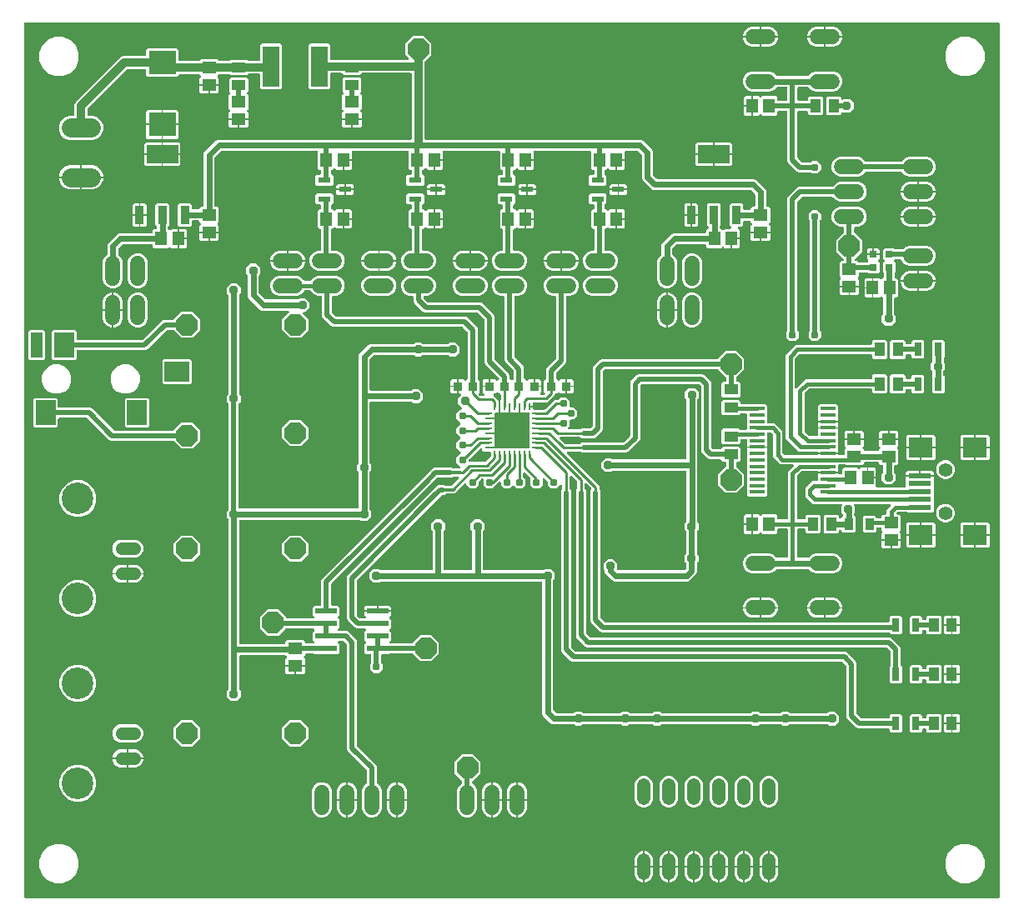
<source format=gbr>
G04 EAGLE Gerber RS-274X export*
G75*
%MOMM*%
%FSLAX34Y34*%
%LPD*%
%INTop Copper*%
%IPPOS*%
%AMOC8*
5,1,8,0,0,1.08239X$1,22.5*%
G01*
G04 Define Apertures*
%ADD10R,1.164600X1.465300*%
%ADD11R,1.465300X1.164600*%
%ADD12R,0.920900X0.970200*%
%ADD13R,2.800000X2.400000*%
%ADD14R,0.761800X1.361800*%
%ADD15C,1.524000*%
%ADD16R,1.652500X4.115300*%
%ADD17R,0.875700X1.210300*%
%ADD18R,1.420200X1.031200*%
%ADD19R,1.031200X1.420200*%
%ADD20C,1.320800*%
%ADD21P,2.33688X8X22.5*%
%ADD22P,2.33688X8X292.5*%
%ADD23R,1.300000X0.600000*%
%ADD24R,0.897900X1.860300*%
%ADD25R,3.189100X1.860300*%
%ADD26R,2.200000X0.600000*%
%ADD27R,1.500000X0.400000*%
%ADD28C,1.981200*%
%ADD29C,1.308000*%
%ADD30C,3.216000*%
%ADD31R,2.000000X2.500000*%
%ADD32R,2.500000X2.000000*%
%ADD33R,1.200000X2.500000*%
%ADD34R,2.311400X0.508000*%
%ADD35R,2.489200X2.006600*%
%ADD36C,1.397000*%
%ADD37R,0.787400X0.685800*%
%ADD38R,0.250000X0.700000*%
%ADD39R,0.700000X0.250000*%
%ADD40C,0.508000*%
%ADD41C,0.812800*%
%ADD42C,0.609600*%
%ADD43P,0.81872X8X22.5*%
%ADD44C,0.254000*%
%ADD45C,0.200000*%
%ADD46C,0.406400*%
%ADD47P,0.981078X8X22.5*%
%ADD48C,0.304800*%
G36*
X994225Y5101D02*
X993730Y5000D01*
X6270Y5000D01*
X5812Y5085D01*
X5386Y5358D01*
X5101Y5775D01*
X5000Y6270D01*
X5000Y893730D01*
X5085Y894188D01*
X5358Y894614D01*
X5775Y894899D01*
X6270Y895000D01*
X993730Y895000D01*
X994188Y894915D01*
X994614Y894642D01*
X994899Y894225D01*
X995000Y893730D01*
X995000Y6270D01*
X994915Y5812D01*
X994642Y5386D01*
X994225Y5101D01*
G37*
%LPC*%
G36*
X799732Y880868D02*
X816750Y880868D01*
X816750Y890266D01*
X807871Y890266D01*
X804137Y888719D01*
X801279Y885861D01*
X799732Y882127D01*
X799732Y880868D01*
G37*
G36*
X734708Y880868D02*
X751726Y880868D01*
X751726Y890266D01*
X742847Y890266D01*
X739113Y888719D01*
X736255Y885861D01*
X734708Y882127D01*
X734708Y880868D01*
G37*
G36*
X753250Y880868D02*
X770268Y880868D01*
X770268Y882127D01*
X768721Y885861D01*
X765863Y888719D01*
X762129Y890266D01*
X753250Y890266D01*
X753250Y880868D01*
G37*
G36*
X818274Y880868D02*
X835292Y880868D01*
X835292Y882127D01*
X833745Y885861D01*
X830887Y888719D01*
X827153Y890266D01*
X818274Y890266D01*
X818274Y880868D01*
G37*
G36*
X655279Y624720D02*
X659321Y624720D01*
X663055Y626267D01*
X665913Y629125D01*
X667460Y632859D01*
X667460Y652141D01*
X665913Y655875D01*
X663260Y658528D01*
X662989Y658931D01*
X662888Y659426D01*
X662888Y664459D01*
X662981Y664936D01*
X663260Y665357D01*
X667068Y669165D01*
X667470Y669436D01*
X667966Y669537D01*
X695938Y669537D01*
X696396Y669452D01*
X696822Y669179D01*
X697107Y668762D01*
X697208Y668267D01*
X697208Y666746D01*
X698696Y665259D01*
X712446Y665259D01*
X713427Y666239D01*
X713811Y666503D01*
X714305Y666611D01*
X714802Y666519D01*
X715223Y666239D01*
X716204Y665259D01*
X722317Y665259D01*
X722317Y675887D01*
X731442Y675887D01*
X731442Y683504D01*
X729705Y685240D01*
X729450Y685606D01*
X729334Y686098D01*
X729419Y686596D01*
X729691Y687022D01*
X730108Y687308D01*
X730603Y687409D01*
X733542Y687409D01*
X735030Y688896D01*
X735030Y691896D01*
X735115Y692354D01*
X735387Y692780D01*
X735804Y693065D01*
X736300Y693166D01*
X741364Y693166D01*
X741821Y693081D01*
X742247Y692808D01*
X742533Y692391D01*
X742634Y691896D01*
X742634Y691879D01*
X743614Y690898D01*
X743878Y690514D01*
X743986Y690020D01*
X743894Y689523D01*
X743614Y689102D01*
X742634Y688121D01*
X742634Y682008D01*
X762367Y682008D01*
X762367Y688121D01*
X761386Y689102D01*
X761122Y689486D01*
X761014Y689980D01*
X761107Y690477D01*
X761386Y690898D01*
X762367Y691879D01*
X762367Y705629D01*
X760879Y707117D01*
X759358Y707117D01*
X758900Y707202D01*
X758474Y707475D01*
X758189Y707892D01*
X758088Y708387D01*
X758088Y723612D01*
X757237Y725665D01*
X747946Y734957D01*
X745892Y735807D01*
X647621Y735807D01*
X647145Y735900D01*
X646723Y736179D01*
X643460Y739443D01*
X643189Y739845D01*
X643088Y740341D01*
X643088Y763612D01*
X642237Y765665D01*
X633165Y774737D01*
X631112Y775588D01*
X412874Y775588D01*
X412416Y775673D01*
X411990Y775946D01*
X411705Y776363D01*
X411604Y776858D01*
X411604Y854719D01*
X411697Y855196D01*
X411976Y855617D01*
X418335Y861977D01*
X418335Y873024D01*
X410524Y880835D01*
X399477Y880835D01*
X391665Y873024D01*
X391665Y861977D01*
X394869Y858772D01*
X395124Y858406D01*
X395241Y857914D01*
X395156Y857416D01*
X394884Y856990D01*
X394467Y856705D01*
X393971Y856604D01*
X346466Y856604D01*
X345990Y856697D01*
X345696Y856891D01*
X329306Y856891D01*
X329029Y856705D01*
X328534Y856604D01*
X316456Y856604D01*
X315998Y856689D01*
X315572Y856962D01*
X315286Y857379D01*
X315186Y857874D01*
X315186Y871629D01*
X313698Y873117D01*
X295068Y873117D01*
X293581Y871629D01*
X293581Y828371D01*
X295068Y826884D01*
X313698Y826884D01*
X315186Y828371D01*
X315186Y842126D01*
X315271Y842584D01*
X315543Y843010D01*
X315960Y843295D01*
X316456Y843396D01*
X326924Y843396D01*
X327400Y843303D01*
X327822Y843024D01*
X329347Y841499D01*
X345653Y841499D01*
X347178Y843024D01*
X347581Y843295D01*
X348076Y843396D01*
X397126Y843396D01*
X397584Y843311D01*
X398010Y843038D01*
X398295Y842621D01*
X398396Y842126D01*
X398396Y776858D01*
X398311Y776400D01*
X398038Y775974D01*
X397621Y775689D01*
X397126Y775588D01*
X201388Y775588D01*
X199335Y774737D01*
X187763Y763165D01*
X186912Y761112D01*
X186912Y708387D01*
X186827Y707929D01*
X186554Y707503D01*
X186137Y707218D01*
X185642Y707117D01*
X184121Y707117D01*
X182359Y705355D01*
X182276Y705224D01*
X181859Y704939D01*
X181364Y704838D01*
X176300Y704838D01*
X175842Y704923D01*
X175416Y705196D01*
X175130Y705613D01*
X175030Y706108D01*
X175030Y709604D01*
X173542Y711092D01*
X162458Y711092D01*
X160971Y709604D01*
X160971Y688896D01*
X162458Y687409D01*
X173542Y687409D01*
X175030Y688896D01*
X175030Y692392D01*
X175115Y692850D01*
X175387Y693276D01*
X175804Y693561D01*
X176300Y693662D01*
X181364Y693662D01*
X181821Y693577D01*
X182247Y693304D01*
X182533Y692887D01*
X182634Y692392D01*
X182634Y691879D01*
X183614Y690898D01*
X183878Y690514D01*
X183986Y690020D01*
X183894Y689523D01*
X183614Y689102D01*
X182634Y688121D01*
X182634Y682008D01*
X202367Y682008D01*
X202367Y688121D01*
X201386Y689102D01*
X201122Y689486D01*
X201014Y689980D01*
X201107Y690477D01*
X201386Y690898D01*
X202367Y691879D01*
X202367Y705629D01*
X200879Y707117D01*
X199358Y707117D01*
X198900Y707202D01*
X198474Y707475D01*
X198189Y707892D01*
X198088Y708387D01*
X198088Y757159D01*
X198181Y757636D01*
X198460Y758057D01*
X204443Y764040D01*
X204845Y764311D01*
X205341Y764412D01*
X301613Y764412D01*
X302071Y764327D01*
X302497Y764054D01*
X302782Y763637D01*
X302883Y763142D01*
X302883Y746621D01*
X304371Y745134D01*
X304896Y745134D01*
X305354Y745048D01*
X305780Y744776D01*
X306065Y744359D01*
X306166Y743864D01*
X306166Y741310D01*
X306081Y740852D01*
X305808Y740426D01*
X305391Y740141D01*
X304896Y740040D01*
X301948Y740040D01*
X300460Y738552D01*
X300460Y730448D01*
X301948Y728960D01*
X317052Y728960D01*
X318540Y730448D01*
X318540Y738552D01*
X316698Y740394D01*
X316427Y740797D01*
X316326Y741292D01*
X316326Y743864D01*
X316411Y744321D01*
X316684Y744747D01*
X317101Y745033D01*
X317596Y745134D01*
X318121Y745134D01*
X319102Y746114D01*
X319486Y746378D01*
X319980Y746486D01*
X320477Y746394D01*
X320898Y746114D01*
X321879Y745134D01*
X327992Y745134D01*
X327992Y755762D01*
X337117Y755762D01*
X337117Y763142D01*
X337202Y763600D01*
X337475Y764026D01*
X337892Y764311D01*
X338387Y764412D01*
X394113Y764412D01*
X394571Y764327D01*
X394997Y764054D01*
X395282Y763637D01*
X395383Y763142D01*
X395383Y746621D01*
X396871Y745134D01*
X397396Y745134D01*
X397854Y745048D01*
X398280Y744776D01*
X398565Y744359D01*
X398666Y743864D01*
X398666Y741310D01*
X398581Y740852D01*
X398308Y740426D01*
X397891Y740141D01*
X397396Y740040D01*
X394448Y740040D01*
X392960Y738552D01*
X392960Y730448D01*
X394448Y728960D01*
X409552Y728960D01*
X411040Y730448D01*
X411040Y738552D01*
X409198Y740394D01*
X408927Y740797D01*
X408826Y741292D01*
X408826Y743864D01*
X408911Y744321D01*
X409184Y744747D01*
X409601Y745033D01*
X410096Y745134D01*
X410621Y745134D01*
X411602Y746114D01*
X411986Y746378D01*
X412480Y746486D01*
X412977Y746394D01*
X413398Y746114D01*
X414379Y745134D01*
X420492Y745134D01*
X420492Y755762D01*
X429617Y755762D01*
X429617Y763142D01*
X429702Y763600D01*
X429975Y764026D01*
X430392Y764311D01*
X430887Y764412D01*
X486613Y764412D01*
X487071Y764327D01*
X487497Y764054D01*
X487782Y763637D01*
X487883Y763142D01*
X487883Y746621D01*
X489371Y745134D01*
X489896Y745134D01*
X490354Y745048D01*
X490780Y744776D01*
X491065Y744359D01*
X491166Y743864D01*
X491166Y741310D01*
X491081Y740852D01*
X490808Y740426D01*
X490391Y740141D01*
X489896Y740040D01*
X486948Y740040D01*
X485460Y738552D01*
X485460Y730448D01*
X486948Y728960D01*
X502052Y728960D01*
X503540Y730448D01*
X503540Y738552D01*
X501698Y740394D01*
X501427Y740797D01*
X501326Y741292D01*
X501326Y743864D01*
X501411Y744321D01*
X501684Y744747D01*
X502101Y745033D01*
X502596Y745134D01*
X503121Y745134D01*
X504102Y746114D01*
X504486Y746378D01*
X504980Y746486D01*
X505477Y746394D01*
X505898Y746114D01*
X506879Y745134D01*
X512992Y745134D01*
X512992Y755762D01*
X522117Y755762D01*
X522117Y763142D01*
X522202Y763600D01*
X522475Y764026D01*
X522892Y764311D01*
X523387Y764412D01*
X579113Y764412D01*
X579571Y764327D01*
X579997Y764054D01*
X580282Y763637D01*
X580383Y763142D01*
X580383Y746621D01*
X581871Y745134D01*
X582396Y745134D01*
X582854Y745048D01*
X583280Y744776D01*
X583565Y744359D01*
X583666Y743864D01*
X583666Y741310D01*
X583581Y740852D01*
X583308Y740426D01*
X582891Y740141D01*
X582396Y740040D01*
X579448Y740040D01*
X577960Y738552D01*
X577960Y730448D01*
X579448Y728960D01*
X594552Y728960D01*
X596040Y730448D01*
X596040Y738552D01*
X594198Y740394D01*
X593927Y740797D01*
X593826Y741292D01*
X593826Y743864D01*
X593911Y744321D01*
X594184Y744747D01*
X594601Y745033D01*
X595096Y745134D01*
X595621Y745134D01*
X596602Y746114D01*
X596986Y746378D01*
X597480Y746486D01*
X597977Y746394D01*
X598398Y746114D01*
X599379Y745134D01*
X605492Y745134D01*
X605492Y755762D01*
X614617Y755762D01*
X614617Y763142D01*
X614702Y763600D01*
X614975Y764026D01*
X615392Y764311D01*
X615887Y764412D01*
X627159Y764412D01*
X627636Y764319D01*
X628057Y764040D01*
X631540Y760557D01*
X631811Y760155D01*
X631912Y759659D01*
X631912Y736388D01*
X632763Y734335D01*
X641615Y725482D01*
X643669Y724631D01*
X741940Y724631D01*
X742417Y724538D01*
X742838Y724259D01*
X746540Y720557D01*
X746811Y720155D01*
X746912Y719659D01*
X746912Y708387D01*
X746827Y707929D01*
X746554Y707503D01*
X746137Y707218D01*
X745642Y707117D01*
X744121Y707117D01*
X742634Y705629D01*
X742634Y705612D01*
X742548Y705154D01*
X742276Y704728D01*
X741859Y704443D01*
X741364Y704342D01*
X736300Y704342D01*
X735842Y704427D01*
X735416Y704700D01*
X735130Y705117D01*
X735030Y705612D01*
X735030Y709604D01*
X733542Y711092D01*
X722458Y711092D01*
X720971Y709604D01*
X720971Y688896D01*
X722707Y687160D01*
X722962Y686794D01*
X723079Y686302D01*
X722994Y685804D01*
X722722Y685378D01*
X722305Y685092D01*
X721809Y684992D01*
X716204Y684992D01*
X715223Y684011D01*
X714839Y683747D01*
X714345Y683639D01*
X713848Y683732D01*
X713427Y684011D01*
X712446Y684992D01*
X712429Y684992D01*
X711971Y685077D01*
X711545Y685349D01*
X711260Y685766D01*
X711159Y686262D01*
X711159Y687500D01*
X711252Y687976D01*
X711531Y688398D01*
X712030Y688896D01*
X712030Y709604D01*
X710542Y711092D01*
X699458Y711092D01*
X697971Y709604D01*
X697971Y688896D01*
X699611Y687256D01*
X699882Y686853D01*
X699983Y686358D01*
X699983Y686262D01*
X699898Y685804D01*
X699625Y685378D01*
X699208Y685092D01*
X698713Y684992D01*
X698696Y684992D01*
X697208Y683504D01*
X697208Y681983D01*
X697123Y681525D01*
X696850Y681099D01*
X696433Y680814D01*
X695938Y680713D01*
X664013Y680713D01*
X661960Y679862D01*
X652563Y670465D01*
X651712Y668412D01*
X651712Y659426D01*
X651619Y658950D01*
X651340Y658528D01*
X648687Y655875D01*
X647140Y652141D01*
X647140Y632859D01*
X648687Y629125D01*
X651545Y626267D01*
X655279Y624720D01*
G37*
G36*
X956022Y840000D02*
X963978Y840000D01*
X971329Y843045D01*
X976955Y848671D01*
X980000Y856022D01*
X980000Y863978D01*
X976955Y871329D01*
X971329Y876955D01*
X963978Y880000D01*
X956022Y880000D01*
X948671Y876955D01*
X943045Y871329D01*
X940000Y863978D01*
X940000Y856022D01*
X943045Y848671D01*
X948671Y843045D01*
X956022Y840000D01*
G37*
G36*
X36022Y840000D02*
X43978Y840000D01*
X51329Y843045D01*
X56955Y848671D01*
X60000Y856022D01*
X60000Y863978D01*
X56955Y871329D01*
X51329Y876955D01*
X43978Y880000D01*
X36022Y880000D01*
X28671Y876955D01*
X23045Y871329D01*
X20000Y863978D01*
X20000Y856022D01*
X23045Y848671D01*
X28671Y843045D01*
X36022Y840000D01*
G37*
G36*
X818274Y869946D02*
X827153Y869946D01*
X830887Y871493D01*
X833745Y874351D01*
X835292Y878085D01*
X835292Y879344D01*
X818274Y879344D01*
X818274Y869946D01*
G37*
G36*
X807871Y869946D02*
X816750Y869946D01*
X816750Y879344D01*
X799732Y879344D01*
X799732Y878085D01*
X801279Y874351D01*
X804137Y871493D01*
X807871Y869946D01*
G37*
G36*
X753250Y869946D02*
X762129Y869946D01*
X765863Y871493D01*
X768721Y874351D01*
X770268Y878085D01*
X770268Y879344D01*
X753250Y879344D01*
X753250Y869946D01*
G37*
G36*
X742847Y869946D02*
X751726Y869946D01*
X751726Y879344D01*
X734708Y879344D01*
X734708Y878085D01*
X736255Y874351D01*
X739113Y871493D01*
X742847Y869946D01*
G37*
G36*
X50118Y775200D02*
X74882Y775200D01*
X79456Y777095D01*
X82957Y780596D01*
X84852Y785170D01*
X84852Y790122D01*
X82957Y794696D01*
X79456Y798197D01*
X74882Y800092D01*
X70374Y800092D01*
X69916Y800177D01*
X69490Y800450D01*
X69205Y800867D01*
X69104Y801362D01*
X69104Y806739D01*
X69197Y807215D01*
X69476Y807637D01*
X108863Y847024D01*
X109266Y847295D01*
X109762Y847396D01*
X127190Y847396D01*
X127648Y847311D01*
X128074Y847038D01*
X128359Y846621D01*
X128460Y846126D01*
X128460Y840948D01*
X129948Y839460D01*
X160052Y839460D01*
X161556Y840963D01*
X161625Y841338D01*
X161898Y841764D01*
X162315Y842049D01*
X162810Y842150D01*
X181836Y842150D01*
X182313Y842057D01*
X182734Y841778D01*
X183614Y840898D01*
X183878Y840514D01*
X183986Y840020D01*
X183894Y839523D01*
X183614Y839102D01*
X182634Y838121D01*
X182634Y832008D01*
X202367Y832008D01*
X202367Y838121D01*
X201386Y839102D01*
X201122Y839486D01*
X201014Y839980D01*
X201107Y840477D01*
X201386Y840898D01*
X202266Y841778D01*
X202668Y842049D01*
X203164Y842150D01*
X213170Y842150D01*
X213646Y842057D01*
X214068Y841778D01*
X214347Y841499D01*
X230653Y841499D01*
X231373Y842219D01*
X231776Y842490D01*
X232271Y842591D01*
X243545Y842591D01*
X244002Y842506D01*
X244428Y842233D01*
X244714Y841816D01*
X244815Y841321D01*
X244815Y828371D01*
X246302Y826884D01*
X264932Y826884D01*
X266420Y828371D01*
X266420Y871629D01*
X264932Y873117D01*
X246302Y873117D01*
X244815Y871629D01*
X244815Y857069D01*
X244729Y856611D01*
X244457Y856185D01*
X244040Y855900D01*
X243545Y855799D01*
X232271Y855799D01*
X231795Y855892D01*
X231373Y856171D01*
X230653Y856891D01*
X214347Y856891D01*
X213186Y855730D01*
X212783Y855459D01*
X212288Y855358D01*
X203164Y855358D01*
X202687Y855451D01*
X202266Y855730D01*
X200879Y857117D01*
X184121Y857117D01*
X182734Y855730D01*
X182332Y855459D01*
X181836Y855358D01*
X162810Y855358D01*
X162352Y855443D01*
X161926Y855716D01*
X161641Y856133D01*
X161540Y856628D01*
X161540Y867052D01*
X160052Y868540D01*
X129948Y868540D01*
X128460Y867052D01*
X128460Y861874D01*
X128375Y861416D01*
X128102Y860990D01*
X127685Y860705D01*
X127190Y860604D01*
X105186Y860604D01*
X102759Y859599D01*
X56901Y813741D01*
X55896Y811314D01*
X55896Y801362D01*
X55811Y800904D01*
X55538Y800478D01*
X55121Y800193D01*
X54626Y800092D01*
X50118Y800092D01*
X45544Y798197D01*
X42043Y794696D01*
X40148Y790122D01*
X40148Y785170D01*
X42043Y780596D01*
X45544Y777095D01*
X50118Y775200D01*
G37*
G36*
X804881Y741178D02*
X810119Y741178D01*
X813822Y744881D01*
X813822Y750119D01*
X810119Y753822D01*
X804881Y753822D01*
X804011Y752952D01*
X803609Y752681D01*
X803113Y752580D01*
X795130Y752580D01*
X794654Y752673D01*
X794232Y752952D01*
X790452Y756732D01*
X790181Y757135D01*
X790080Y757630D01*
X790080Y803650D01*
X790165Y804108D01*
X790438Y804534D01*
X790855Y804819D01*
X791350Y804920D01*
X799339Y804920D01*
X799797Y804835D01*
X800223Y804562D01*
X800508Y804145D01*
X800609Y803650D01*
X800609Y801847D01*
X802097Y800359D01*
X814513Y800359D01*
X816001Y801847D01*
X816001Y818153D01*
X814513Y819641D01*
X802097Y819641D01*
X800609Y818153D01*
X800609Y816350D01*
X800524Y815892D01*
X800251Y815466D01*
X799834Y815181D01*
X799339Y815080D01*
X791350Y815080D01*
X790892Y815165D01*
X790466Y815438D01*
X790181Y815855D01*
X790080Y816350D01*
X790080Y828036D01*
X790165Y828494D01*
X790438Y828920D01*
X790855Y829205D01*
X791350Y829306D01*
X800586Y829306D01*
X801062Y829213D01*
X801484Y828934D01*
X804137Y826281D01*
X807871Y824734D01*
X827153Y824734D01*
X830887Y826281D01*
X833745Y829139D01*
X835292Y832873D01*
X835292Y836915D01*
X833745Y840649D01*
X830887Y843507D01*
X827153Y845054D01*
X807871Y845054D01*
X804137Y843507D01*
X801484Y840854D01*
X801081Y840583D01*
X800586Y840482D01*
X769414Y840482D01*
X768938Y840575D01*
X768516Y840854D01*
X765863Y843507D01*
X762129Y845054D01*
X742847Y845054D01*
X739113Y843507D01*
X736255Y840649D01*
X734708Y836915D01*
X734708Y832873D01*
X736255Y829139D01*
X739113Y826281D01*
X742847Y824734D01*
X762129Y824734D01*
X765863Y826281D01*
X768516Y828934D01*
X768919Y829205D01*
X769414Y829306D01*
X778650Y829306D01*
X779108Y829221D01*
X779534Y828948D01*
X779819Y828531D01*
X779920Y828036D01*
X779920Y816350D01*
X779835Y815892D01*
X779562Y815466D01*
X779145Y815181D01*
X778650Y815080D01*
X770887Y815080D01*
X770429Y815165D01*
X770003Y815438D01*
X769718Y815855D01*
X769617Y816350D01*
X769617Y818379D01*
X768129Y819867D01*
X754379Y819867D01*
X753398Y818886D01*
X753014Y818622D01*
X752520Y818514D01*
X752023Y818607D01*
X751602Y818886D01*
X750621Y819867D01*
X744508Y819867D01*
X744508Y800134D01*
X750621Y800134D01*
X751602Y801114D01*
X751986Y801378D01*
X752480Y801486D01*
X752977Y801394D01*
X753398Y801114D01*
X754379Y800134D01*
X768129Y800134D01*
X769617Y801621D01*
X769617Y803650D01*
X769702Y804108D01*
X769975Y804534D01*
X770392Y804819D01*
X770887Y804920D01*
X778650Y804920D01*
X779108Y804835D01*
X779534Y804562D01*
X779819Y804145D01*
X779920Y803650D01*
X779920Y753990D01*
X780693Y752122D01*
X789622Y743193D01*
X791490Y742420D01*
X803113Y742420D01*
X803590Y742327D01*
X804011Y742048D01*
X804881Y741178D01*
G37*
G36*
X212634Y797008D02*
X232367Y797008D01*
X232367Y803121D01*
X231386Y804102D01*
X231122Y804486D01*
X231014Y804980D01*
X231107Y805477D01*
X231386Y805898D01*
X232367Y806879D01*
X232367Y820629D01*
X231168Y821828D01*
X230905Y822212D01*
X230796Y822706D01*
X230889Y823202D01*
X231168Y823624D01*
X232141Y824597D01*
X232141Y837013D01*
X230653Y838501D01*
X214347Y838501D01*
X212859Y837013D01*
X212859Y824597D01*
X213832Y823624D01*
X214095Y823240D01*
X214204Y822746D01*
X214111Y822249D01*
X213832Y821828D01*
X212634Y820629D01*
X212634Y806879D01*
X213614Y805898D01*
X213878Y805514D01*
X213986Y805020D01*
X213894Y804523D01*
X213614Y804102D01*
X212634Y803121D01*
X212634Y797008D01*
G37*
G36*
X327634Y797008D02*
X347367Y797008D01*
X347367Y803121D01*
X346386Y804102D01*
X346122Y804486D01*
X346014Y804980D01*
X346107Y805477D01*
X346386Y805898D01*
X347367Y806879D01*
X347367Y820629D01*
X346168Y821828D01*
X345905Y822212D01*
X345796Y822706D01*
X345889Y823202D01*
X346168Y823624D01*
X347141Y824597D01*
X347141Y837013D01*
X345653Y838501D01*
X329347Y838501D01*
X327859Y837013D01*
X327859Y824597D01*
X328832Y823624D01*
X329095Y823240D01*
X329204Y822746D01*
X329111Y822249D01*
X328832Y821828D01*
X327634Y820629D01*
X327634Y806879D01*
X328614Y805898D01*
X328878Y805514D01*
X328986Y805020D01*
X328894Y804523D01*
X328614Y804102D01*
X327634Y803121D01*
X327634Y797008D01*
G37*
G36*
X193262Y822883D02*
X200879Y822883D01*
X202367Y824371D01*
X202367Y830484D01*
X193262Y830484D01*
X193262Y822883D01*
G37*
G36*
X184121Y822883D02*
X191738Y822883D01*
X191738Y830484D01*
X182634Y830484D01*
X182634Y824371D01*
X184121Y822883D01*
G37*
G36*
X735383Y810762D02*
X742984Y810762D01*
X742984Y819867D01*
X736871Y819867D01*
X735383Y818379D01*
X735383Y810762D01*
G37*
G36*
X820487Y800359D02*
X832903Y800359D01*
X834391Y801847D01*
X834391Y802542D01*
X834469Y802981D01*
X834735Y803411D01*
X835147Y803703D01*
X835641Y803812D01*
X836138Y803719D01*
X836559Y803440D01*
X837071Y802928D01*
X842929Y802928D01*
X847072Y807071D01*
X847072Y812929D01*
X842929Y817072D01*
X837071Y817072D01*
X836559Y816560D01*
X836193Y816305D01*
X835701Y816189D01*
X835203Y816274D01*
X834777Y816546D01*
X834492Y816963D01*
X834391Y817458D01*
X834391Y818153D01*
X832903Y819641D01*
X820487Y819641D01*
X818999Y818153D01*
X818999Y801847D01*
X820487Y800359D01*
G37*
G36*
X736871Y800134D02*
X742984Y800134D01*
X742984Y809238D01*
X735383Y809238D01*
X735383Y801621D01*
X736871Y800134D01*
G37*
G36*
X145762Y791762D02*
X161540Y791762D01*
X161540Y804052D01*
X160052Y805540D01*
X145762Y805540D01*
X145762Y791762D01*
G37*
G36*
X128460Y791762D02*
X144238Y791762D01*
X144238Y805540D01*
X129948Y805540D01*
X128460Y804052D01*
X128460Y791762D01*
G37*
G36*
X214121Y787883D02*
X221738Y787883D01*
X221738Y795484D01*
X212634Y795484D01*
X212634Y789371D01*
X214121Y787883D01*
G37*
G36*
X223262Y787883D02*
X230879Y787883D01*
X232367Y789371D01*
X232367Y795484D01*
X223262Y795484D01*
X223262Y787883D01*
G37*
G36*
X329121Y787883D02*
X336738Y787883D01*
X336738Y795484D01*
X327634Y795484D01*
X327634Y789371D01*
X329121Y787883D01*
G37*
G36*
X338262Y787883D02*
X345879Y787883D01*
X347367Y789371D01*
X347367Y795484D01*
X338262Y795484D01*
X338262Y787883D01*
G37*
G36*
X145762Y776460D02*
X160052Y776460D01*
X161540Y777948D01*
X161540Y790238D01*
X145762Y790238D01*
X145762Y776460D01*
G37*
G36*
X129948Y776460D02*
X144238Y776460D01*
X144238Y790238D01*
X128460Y790238D01*
X128460Y777948D01*
X129948Y776460D01*
G37*
G36*
X686515Y761512D02*
X704238Y761512D01*
X704238Y772592D01*
X688002Y772592D01*
X686515Y771104D01*
X686515Y761512D01*
G37*
G36*
X126515Y761512D02*
X144238Y761512D01*
X144238Y772592D01*
X128002Y772592D01*
X126515Y771104D01*
X126515Y761512D01*
G37*
G36*
X145762Y761512D02*
X163486Y761512D01*
X163486Y771104D01*
X161998Y772592D01*
X145762Y772592D01*
X145762Y761512D01*
G37*
G36*
X705762Y761512D02*
X723486Y761512D01*
X723486Y771104D01*
X721998Y772592D01*
X705762Y772592D01*
X705762Y761512D01*
G37*
G36*
X705762Y748909D02*
X721998Y748909D01*
X723486Y750396D01*
X723486Y759988D01*
X705762Y759988D01*
X705762Y748909D01*
G37*
G36*
X688002Y748909D02*
X704238Y748909D01*
X704238Y759988D01*
X686515Y759988D01*
X686515Y750396D01*
X688002Y748909D01*
G37*
G36*
X145762Y748909D02*
X161998Y748909D01*
X163486Y750396D01*
X163486Y759988D01*
X145762Y759988D01*
X145762Y748909D01*
G37*
G36*
X128002Y748909D02*
X144238Y748909D01*
X144238Y759988D01*
X126515Y759988D01*
X126515Y750396D01*
X128002Y748909D01*
G37*
G36*
X832859Y737740D02*
X852141Y737740D01*
X855875Y739287D01*
X858810Y742222D01*
X858949Y742434D01*
X859366Y742719D01*
X859861Y742820D01*
X895139Y742820D01*
X895606Y742731D01*
X896029Y742455D01*
X896180Y742232D01*
X899125Y739287D01*
X902859Y737740D01*
X922141Y737740D01*
X925875Y739287D01*
X928733Y742145D01*
X930280Y745879D01*
X930280Y749921D01*
X928733Y753655D01*
X925875Y756513D01*
X922141Y758060D01*
X902859Y758060D01*
X899125Y756513D01*
X896190Y753578D01*
X896051Y753366D01*
X895634Y753081D01*
X895139Y752980D01*
X859861Y752980D01*
X859394Y753069D01*
X858971Y753345D01*
X858820Y753568D01*
X855875Y756513D01*
X852141Y758060D01*
X832859Y758060D01*
X829125Y756513D01*
X826267Y753655D01*
X824720Y749921D01*
X824720Y745879D01*
X826267Y742145D01*
X829125Y739287D01*
X832859Y737740D01*
G37*
G36*
X607016Y745134D02*
X613129Y745134D01*
X614617Y746621D01*
X614617Y754238D01*
X607016Y754238D01*
X607016Y745134D01*
G37*
G36*
X514516Y745134D02*
X520629Y745134D01*
X522117Y746621D01*
X522117Y754238D01*
X514516Y754238D01*
X514516Y745134D01*
G37*
G36*
X422016Y745134D02*
X428129Y745134D01*
X429617Y746621D01*
X429617Y754238D01*
X422016Y754238D01*
X422016Y745134D01*
G37*
G36*
X329516Y745134D02*
X335629Y745134D01*
X337117Y746621D01*
X337117Y754238D01*
X329516Y754238D01*
X329516Y745134D01*
G37*
G36*
X40148Y738116D02*
X61738Y738116D01*
X61738Y749800D01*
X50118Y749800D01*
X45544Y747905D01*
X42043Y744404D01*
X40148Y739830D01*
X40148Y738116D01*
G37*
G36*
X63262Y738116D02*
X84852Y738116D01*
X84852Y739830D01*
X82957Y744404D01*
X79456Y747905D01*
X74882Y749800D01*
X63262Y749800D01*
X63262Y738116D01*
G37*
G36*
X50118Y724908D02*
X61738Y724908D01*
X61738Y736592D01*
X40148Y736592D01*
X40148Y734878D01*
X42043Y730304D01*
X45544Y726803D01*
X50118Y724908D01*
G37*
G36*
X63262Y724908D02*
X74882Y724908D01*
X79456Y726803D01*
X82957Y730304D01*
X84852Y734878D01*
X84852Y736592D01*
X63262Y736592D01*
X63262Y724908D01*
G37*
G36*
X913262Y723262D02*
X930280Y723262D01*
X930280Y724521D01*
X928733Y728255D01*
X925875Y731113D01*
X922141Y732660D01*
X913262Y732660D01*
X913262Y723262D01*
G37*
G36*
X782381Y571178D02*
X787619Y571178D01*
X791322Y574881D01*
X791322Y580119D01*
X790452Y580989D01*
X790181Y581391D01*
X790080Y581887D01*
X790080Y712370D01*
X790173Y712846D01*
X790452Y713268D01*
X794232Y717048D01*
X794635Y717319D01*
X795130Y717420D01*
X825139Y717420D01*
X825606Y717331D01*
X826029Y717055D01*
X826180Y716832D01*
X829125Y713887D01*
X832859Y712340D01*
X852141Y712340D01*
X855875Y713887D01*
X858733Y716745D01*
X860280Y720479D01*
X860280Y724521D01*
X858733Y728255D01*
X855875Y731113D01*
X852141Y732660D01*
X832859Y732660D01*
X829125Y731113D01*
X826190Y728178D01*
X826051Y727966D01*
X825634Y727681D01*
X825139Y727580D01*
X791490Y727580D01*
X789622Y726807D01*
X780693Y717878D01*
X779920Y716010D01*
X779920Y581887D01*
X779827Y581410D01*
X779548Y580989D01*
X778678Y580119D01*
X778678Y574881D01*
X782381Y571178D01*
G37*
G36*
X894720Y723262D02*
X911738Y723262D01*
X911738Y732660D01*
X902859Y732660D01*
X899125Y731113D01*
X896267Y728255D01*
X894720Y724521D01*
X894720Y723262D01*
G37*
G36*
X321460Y725762D02*
X329738Y725762D01*
X329738Y730540D01*
X322948Y730540D01*
X321460Y729052D01*
X321460Y725762D01*
G37*
G36*
X413960Y725762D02*
X422238Y725762D01*
X422238Y730540D01*
X415448Y730540D01*
X413960Y729052D01*
X413960Y725762D01*
G37*
G36*
X506460Y725762D02*
X514738Y725762D01*
X514738Y730540D01*
X507948Y730540D01*
X506460Y729052D01*
X506460Y725762D01*
G37*
G36*
X598960Y725762D02*
X607238Y725762D01*
X607238Y730540D01*
X600448Y730540D01*
X598960Y729052D01*
X598960Y725762D01*
G37*
G36*
X608762Y725762D02*
X617040Y725762D01*
X617040Y729052D01*
X615552Y730540D01*
X608762Y730540D01*
X608762Y725762D01*
G37*
G36*
X516262Y725762D02*
X524540Y725762D01*
X524540Y729052D01*
X523052Y730540D01*
X516262Y730540D01*
X516262Y725762D01*
G37*
G36*
X423762Y725762D02*
X432040Y725762D01*
X432040Y729052D01*
X430552Y730540D01*
X423762Y730540D01*
X423762Y725762D01*
G37*
G36*
X331262Y725762D02*
X339540Y725762D01*
X339540Y729052D01*
X338052Y730540D01*
X331262Y730540D01*
X331262Y725762D01*
G37*
G36*
X507948Y719460D02*
X514738Y719460D01*
X514738Y724238D01*
X506460Y724238D01*
X506460Y720948D01*
X507948Y719460D01*
G37*
G36*
X608762Y719460D02*
X615552Y719460D01*
X617040Y720948D01*
X617040Y724238D01*
X608762Y724238D01*
X608762Y719460D01*
G37*
G36*
X600448Y719460D02*
X607238Y719460D01*
X607238Y724238D01*
X598960Y724238D01*
X598960Y720948D01*
X600448Y719460D01*
G37*
G36*
X516262Y719460D02*
X523052Y719460D01*
X524540Y720948D01*
X524540Y724238D01*
X516262Y724238D01*
X516262Y719460D01*
G37*
G36*
X322948Y719460D02*
X329738Y719460D01*
X329738Y724238D01*
X321460Y724238D01*
X321460Y720948D01*
X322948Y719460D01*
G37*
G36*
X423762Y719460D02*
X430552Y719460D01*
X432040Y720948D01*
X432040Y724238D01*
X423762Y724238D01*
X423762Y719460D01*
G37*
G36*
X415448Y719460D02*
X422238Y719460D01*
X422238Y724238D01*
X413960Y724238D01*
X413960Y720948D01*
X415448Y719460D01*
G37*
G36*
X331262Y719460D02*
X338052Y719460D01*
X339540Y720948D01*
X339540Y724238D01*
X331262Y724238D01*
X331262Y719460D01*
G37*
G36*
X913262Y712340D02*
X922141Y712340D01*
X925875Y713887D01*
X928733Y716745D01*
X930280Y720479D01*
X930280Y721738D01*
X913262Y721738D01*
X913262Y712340D01*
G37*
G36*
X902859Y712340D02*
X911738Y712340D01*
X911738Y721738D01*
X894720Y721738D01*
X894720Y720479D01*
X896267Y716745D01*
X899125Y713887D01*
X902859Y712340D01*
G37*
G36*
X580359Y642540D02*
X599641Y642540D01*
X603375Y644087D01*
X606233Y646945D01*
X607780Y650679D01*
X607780Y654721D01*
X606233Y658455D01*
X603375Y661313D01*
X599641Y662860D01*
X595096Y662860D01*
X594638Y662945D01*
X594212Y663218D01*
X593927Y663635D01*
X593826Y664130D01*
X593826Y683864D01*
X593911Y684321D01*
X594184Y684747D01*
X594601Y685033D01*
X595096Y685134D01*
X595621Y685134D01*
X596602Y686114D01*
X596986Y686378D01*
X597480Y686486D01*
X597977Y686394D01*
X598398Y686114D01*
X599379Y685134D01*
X605492Y685134D01*
X605492Y704867D01*
X599379Y704867D01*
X598398Y703886D01*
X598014Y703622D01*
X597520Y703514D01*
X597023Y703607D01*
X596602Y703886D01*
X595621Y704867D01*
X595096Y704867D01*
X594638Y704952D01*
X594212Y705224D01*
X593927Y705641D01*
X593826Y706137D01*
X593826Y708708D01*
X593919Y709184D01*
X594198Y709606D01*
X596040Y711448D01*
X596040Y719552D01*
X594552Y721040D01*
X579448Y721040D01*
X577960Y719552D01*
X577960Y711448D01*
X579448Y709960D01*
X582396Y709960D01*
X582854Y709875D01*
X583280Y709602D01*
X583565Y709185D01*
X583666Y708690D01*
X583666Y706137D01*
X583581Y705679D01*
X583308Y705253D01*
X582891Y704967D01*
X582396Y704867D01*
X581871Y704867D01*
X580383Y703379D01*
X580383Y686621D01*
X581871Y685134D01*
X582396Y685134D01*
X582854Y685048D01*
X583280Y684776D01*
X583565Y684359D01*
X583666Y683864D01*
X583666Y664130D01*
X583581Y663672D01*
X583308Y663246D01*
X582891Y662961D01*
X582396Y662860D01*
X580359Y662860D01*
X576625Y661313D01*
X573767Y658455D01*
X572220Y654721D01*
X572220Y650679D01*
X573767Y646945D01*
X576625Y644087D01*
X580359Y642540D01*
G37*
G36*
X487859Y642540D02*
X507141Y642540D01*
X510875Y644087D01*
X513733Y646945D01*
X515280Y650679D01*
X515280Y654721D01*
X513733Y658455D01*
X510875Y661313D01*
X507141Y662860D01*
X502596Y662860D01*
X502138Y662945D01*
X501712Y663218D01*
X501427Y663635D01*
X501326Y664130D01*
X501326Y683864D01*
X501411Y684321D01*
X501684Y684747D01*
X502101Y685033D01*
X502596Y685134D01*
X503121Y685134D01*
X504102Y686114D01*
X504486Y686378D01*
X504980Y686486D01*
X505477Y686394D01*
X505898Y686114D01*
X506879Y685134D01*
X512992Y685134D01*
X512992Y704867D01*
X506879Y704867D01*
X505898Y703886D01*
X505514Y703622D01*
X505020Y703514D01*
X504523Y703607D01*
X504102Y703886D01*
X503121Y704867D01*
X502596Y704867D01*
X502138Y704952D01*
X501712Y705224D01*
X501427Y705641D01*
X501326Y706137D01*
X501326Y708708D01*
X501419Y709184D01*
X501698Y709606D01*
X503540Y711448D01*
X503540Y719552D01*
X502052Y721040D01*
X486948Y721040D01*
X485460Y719552D01*
X485460Y711448D01*
X486948Y709960D01*
X489896Y709960D01*
X490354Y709875D01*
X490780Y709602D01*
X491065Y709185D01*
X491166Y708690D01*
X491166Y706137D01*
X491081Y705679D01*
X490808Y705253D01*
X490391Y704967D01*
X489896Y704867D01*
X489371Y704867D01*
X487883Y703379D01*
X487883Y686621D01*
X489371Y685134D01*
X489896Y685134D01*
X490354Y685048D01*
X490780Y684776D01*
X491065Y684359D01*
X491166Y683864D01*
X491166Y664130D01*
X491081Y663672D01*
X490808Y663246D01*
X490391Y662961D01*
X489896Y662860D01*
X487859Y662860D01*
X484125Y661313D01*
X481267Y658455D01*
X479720Y654721D01*
X479720Y650679D01*
X481267Y646945D01*
X484125Y644087D01*
X487859Y642540D01*
G37*
G36*
X395359Y642540D02*
X414641Y642540D01*
X418375Y644087D01*
X421233Y646945D01*
X422780Y650679D01*
X422780Y654721D01*
X421233Y658455D01*
X418375Y661313D01*
X414641Y662860D01*
X410096Y662860D01*
X409638Y662945D01*
X409212Y663218D01*
X408927Y663635D01*
X408826Y664130D01*
X408826Y683864D01*
X408911Y684321D01*
X409184Y684747D01*
X409601Y685033D01*
X410096Y685134D01*
X410621Y685134D01*
X411602Y686114D01*
X411986Y686378D01*
X412480Y686486D01*
X412977Y686394D01*
X413398Y686114D01*
X414379Y685134D01*
X420492Y685134D01*
X420492Y704867D01*
X414379Y704867D01*
X413398Y703886D01*
X413014Y703622D01*
X412520Y703514D01*
X412023Y703607D01*
X411602Y703886D01*
X410621Y704867D01*
X410096Y704867D01*
X409638Y704952D01*
X409212Y705224D01*
X408927Y705641D01*
X408826Y706137D01*
X408826Y708708D01*
X408919Y709184D01*
X409198Y709606D01*
X411040Y711448D01*
X411040Y719552D01*
X409552Y721040D01*
X394448Y721040D01*
X392960Y719552D01*
X392960Y711448D01*
X394448Y709960D01*
X397396Y709960D01*
X397854Y709875D01*
X398280Y709602D01*
X398565Y709185D01*
X398666Y708690D01*
X398666Y706137D01*
X398581Y705679D01*
X398308Y705253D01*
X397891Y704967D01*
X397396Y704867D01*
X396871Y704867D01*
X395383Y703379D01*
X395383Y686621D01*
X396871Y685134D01*
X397396Y685134D01*
X397854Y685048D01*
X398280Y684776D01*
X398565Y684359D01*
X398666Y683864D01*
X398666Y664130D01*
X398581Y663672D01*
X398308Y663246D01*
X397891Y662961D01*
X397396Y662860D01*
X395359Y662860D01*
X391625Y661313D01*
X388767Y658455D01*
X387220Y654721D01*
X387220Y650679D01*
X388767Y646945D01*
X391625Y644087D01*
X395359Y642540D01*
G37*
G36*
X302859Y642540D02*
X322141Y642540D01*
X325875Y644087D01*
X328733Y646945D01*
X330280Y650679D01*
X330280Y654721D01*
X328733Y658455D01*
X325875Y661313D01*
X322141Y662860D01*
X317596Y662860D01*
X317138Y662945D01*
X316712Y663218D01*
X316427Y663635D01*
X316326Y664130D01*
X316326Y683864D01*
X316411Y684321D01*
X316684Y684747D01*
X317101Y685033D01*
X317596Y685134D01*
X318121Y685134D01*
X319102Y686114D01*
X319486Y686378D01*
X319980Y686486D01*
X320477Y686394D01*
X320898Y686114D01*
X321879Y685134D01*
X327992Y685134D01*
X327992Y704867D01*
X321879Y704867D01*
X320898Y703886D01*
X320514Y703622D01*
X320020Y703514D01*
X319523Y703607D01*
X319102Y703886D01*
X318121Y704867D01*
X317596Y704867D01*
X317138Y704952D01*
X316712Y705224D01*
X316427Y705641D01*
X316326Y706137D01*
X316326Y708708D01*
X316419Y709184D01*
X316698Y709606D01*
X318540Y711448D01*
X318540Y719552D01*
X317052Y721040D01*
X301948Y721040D01*
X300460Y719552D01*
X300460Y711448D01*
X301948Y709960D01*
X304896Y709960D01*
X305354Y709875D01*
X305780Y709602D01*
X306065Y709185D01*
X306166Y708690D01*
X306166Y706137D01*
X306081Y705679D01*
X305808Y705253D01*
X305391Y704967D01*
X304896Y704867D01*
X304371Y704867D01*
X302883Y703379D01*
X302883Y686621D01*
X304371Y685134D01*
X304896Y685134D01*
X305354Y685048D01*
X305780Y684776D01*
X306065Y684359D01*
X306166Y683864D01*
X306166Y664130D01*
X306081Y663672D01*
X305808Y663246D01*
X305391Y662961D01*
X304896Y662860D01*
X302859Y662860D01*
X299125Y661313D01*
X296267Y658455D01*
X294720Y654721D01*
X294720Y650679D01*
X296267Y646945D01*
X299125Y644087D01*
X302859Y642540D01*
G37*
G36*
X674971Y700012D02*
X681238Y700012D01*
X681238Y711092D01*
X676458Y711092D01*
X674971Y709604D01*
X674971Y700012D01*
G37*
G36*
X92779Y624720D02*
X96821Y624720D01*
X100555Y626267D01*
X103413Y629125D01*
X104960Y632859D01*
X104960Y652141D01*
X103413Y655875D01*
X100760Y658528D01*
X100489Y658931D01*
X100388Y659426D01*
X100388Y664459D01*
X100481Y664936D01*
X100760Y665357D01*
X104443Y669040D01*
X104845Y669311D01*
X105341Y669412D01*
X134113Y669412D01*
X134571Y669327D01*
X134997Y669054D01*
X135282Y668637D01*
X135383Y668142D01*
X135383Y666621D01*
X136871Y665134D01*
X150621Y665134D01*
X151602Y666114D01*
X151986Y666378D01*
X152480Y666486D01*
X152977Y666394D01*
X153398Y666114D01*
X154379Y665134D01*
X160492Y665134D01*
X160492Y684867D01*
X154379Y684867D01*
X153398Y683886D01*
X153014Y683622D01*
X152520Y683514D01*
X152023Y683607D01*
X151602Y683886D01*
X150960Y684528D01*
X150689Y684930D01*
X150588Y685426D01*
X150588Y686929D01*
X150681Y687405D01*
X150960Y687827D01*
X152030Y688896D01*
X152030Y709604D01*
X150542Y711092D01*
X139458Y711092D01*
X137971Y709604D01*
X137971Y688896D01*
X139040Y687827D01*
X139311Y687424D01*
X139412Y686929D01*
X139412Y686137D01*
X139327Y685679D01*
X139054Y685253D01*
X138637Y684967D01*
X138142Y684867D01*
X136871Y684867D01*
X135383Y683379D01*
X135383Y681858D01*
X135298Y681400D01*
X135025Y680974D01*
X134608Y680689D01*
X134113Y680588D01*
X101388Y680588D01*
X99335Y679737D01*
X90063Y670465D01*
X89212Y668412D01*
X89212Y659426D01*
X89119Y658950D01*
X88840Y658528D01*
X86187Y655875D01*
X84640Y652141D01*
X84640Y632859D01*
X86187Y629125D01*
X89045Y626267D01*
X92779Y624720D01*
G37*
G36*
X114971Y700012D02*
X121238Y700012D01*
X121238Y711092D01*
X116458Y711092D01*
X114971Y709604D01*
X114971Y700012D01*
G37*
G36*
X122762Y700012D02*
X129030Y700012D01*
X129030Y709604D01*
X127542Y711092D01*
X122762Y711092D01*
X122762Y700012D01*
G37*
G36*
X682762Y700012D02*
X689030Y700012D01*
X689030Y709604D01*
X687542Y711092D01*
X682762Y711092D01*
X682762Y700012D01*
G37*
G36*
X913262Y697862D02*
X930280Y697862D01*
X930280Y699121D01*
X928733Y702855D01*
X925875Y705713D01*
X922141Y707260D01*
X913262Y707260D01*
X913262Y697862D01*
G37*
G36*
X894720Y697862D02*
X911738Y697862D01*
X911738Y707260D01*
X902859Y707260D01*
X899125Y705713D01*
X896267Y702855D01*
X894720Y699121D01*
X894720Y697862D01*
G37*
G36*
X832634Y627008D02*
X852367Y627008D01*
X852367Y633121D01*
X851386Y634102D01*
X851122Y634486D01*
X851014Y634980D01*
X851107Y635477D01*
X851386Y635898D01*
X852367Y636879D01*
X852367Y639546D01*
X852452Y640004D01*
X852724Y640430D01*
X853141Y640715D01*
X853637Y640816D01*
X860468Y640816D01*
X860944Y640723D01*
X861366Y640444D01*
X861883Y639927D01*
X871861Y639927D01*
X873349Y641415D01*
X873349Y650377D01*
X872124Y651602D01*
X871861Y651986D01*
X871752Y652480D01*
X871845Y652977D01*
X872124Y653398D01*
X873349Y654623D01*
X873349Y658342D01*
X860395Y658342D01*
X860395Y654623D01*
X861620Y653398D01*
X861883Y653014D01*
X861992Y652520D01*
X861899Y652023D01*
X861620Y651602D01*
X861366Y651348D01*
X860963Y651077D01*
X860468Y650976D01*
X852546Y650976D01*
X852069Y651069D01*
X851648Y651348D01*
X850879Y652117D01*
X849042Y652117D01*
X848603Y652195D01*
X848173Y652461D01*
X847880Y652873D01*
X847772Y653367D01*
X847864Y653864D01*
X848144Y654285D01*
X855835Y661977D01*
X855835Y673024D01*
X847952Y680907D01*
X847681Y681309D01*
X847580Y681805D01*
X847580Y685670D01*
X847665Y686128D01*
X847938Y686554D01*
X848355Y686839D01*
X848850Y686940D01*
X852141Y686940D01*
X855875Y688487D01*
X858733Y691345D01*
X860280Y695079D01*
X860280Y699121D01*
X858733Y702855D01*
X855875Y705713D01*
X852141Y707260D01*
X832859Y707260D01*
X829125Y705713D01*
X826267Y702855D01*
X824720Y699121D01*
X824720Y695079D01*
X826267Y691345D01*
X829125Y688487D01*
X832859Y686940D01*
X836150Y686940D01*
X836608Y686855D01*
X837034Y686582D01*
X837319Y686165D01*
X837420Y685670D01*
X837420Y681805D01*
X837327Y681328D01*
X837048Y680907D01*
X829165Y673024D01*
X829165Y661977D01*
X836856Y654285D01*
X837111Y653919D01*
X837228Y653427D01*
X837143Y652929D01*
X836871Y652503D01*
X836454Y652218D01*
X835958Y652117D01*
X834121Y652117D01*
X832634Y650629D01*
X832634Y636879D01*
X833614Y635898D01*
X833878Y635514D01*
X833986Y635020D01*
X833894Y634523D01*
X833614Y634102D01*
X832634Y633121D01*
X832634Y627008D01*
G37*
G36*
X607016Y695762D02*
X614617Y695762D01*
X614617Y703379D01*
X613129Y704867D01*
X607016Y704867D01*
X607016Y695762D01*
G37*
G36*
X514516Y695762D02*
X522117Y695762D01*
X522117Y703379D01*
X520629Y704867D01*
X514516Y704867D01*
X514516Y695762D01*
G37*
G36*
X329516Y695762D02*
X337117Y695762D01*
X337117Y703379D01*
X335629Y704867D01*
X329516Y704867D01*
X329516Y695762D01*
G37*
G36*
X422016Y695762D02*
X429617Y695762D01*
X429617Y703379D01*
X428129Y704867D01*
X422016Y704867D01*
X422016Y695762D01*
G37*
G36*
X804881Y571178D02*
X810119Y571178D01*
X813822Y574881D01*
X813822Y580119D01*
X812952Y580989D01*
X812681Y581391D01*
X812580Y581887D01*
X812580Y693113D01*
X812673Y693590D01*
X812952Y694011D01*
X813822Y694881D01*
X813822Y700119D01*
X810119Y703822D01*
X804881Y703822D01*
X801178Y700119D01*
X801178Y694881D01*
X802048Y694011D01*
X802319Y693609D01*
X802420Y693113D01*
X802420Y581887D01*
X802327Y581410D01*
X802048Y580989D01*
X801178Y580119D01*
X801178Y574881D01*
X804881Y571178D01*
G37*
G36*
X116458Y687409D02*
X121238Y687409D01*
X121238Y698488D01*
X114971Y698488D01*
X114971Y688896D01*
X116458Y687409D01*
G37*
G36*
X676458Y687409D02*
X681238Y687409D01*
X681238Y698488D01*
X674971Y698488D01*
X674971Y688896D01*
X676458Y687409D01*
G37*
G36*
X682762Y687409D02*
X687542Y687409D01*
X689030Y688896D01*
X689030Y698488D01*
X682762Y698488D01*
X682762Y687409D01*
G37*
G36*
X122762Y687409D02*
X127542Y687409D01*
X129030Y688896D01*
X129030Y698488D01*
X122762Y698488D01*
X122762Y687409D01*
G37*
G36*
X913262Y686940D02*
X922141Y686940D01*
X925875Y688487D01*
X928733Y691345D01*
X930280Y695079D01*
X930280Y696338D01*
X913262Y696338D01*
X913262Y686940D01*
G37*
G36*
X902859Y686940D02*
X911738Y686940D01*
X911738Y696338D01*
X894720Y696338D01*
X894720Y695079D01*
X896267Y691345D01*
X899125Y688487D01*
X902859Y686940D01*
G37*
G36*
X422016Y685134D02*
X428129Y685134D01*
X429617Y686621D01*
X429617Y694238D01*
X422016Y694238D01*
X422016Y685134D01*
G37*
G36*
X607016Y685134D02*
X613129Y685134D01*
X614617Y686621D01*
X614617Y694238D01*
X607016Y694238D01*
X607016Y685134D01*
G37*
G36*
X514516Y685134D02*
X520629Y685134D01*
X522117Y686621D01*
X522117Y694238D01*
X514516Y694238D01*
X514516Y685134D01*
G37*
G36*
X329516Y685134D02*
X335629Y685134D01*
X337117Y686621D01*
X337117Y694238D01*
X329516Y694238D01*
X329516Y685134D01*
G37*
G36*
X162016Y675762D02*
X169617Y675762D01*
X169617Y683379D01*
X168129Y684867D01*
X162016Y684867D01*
X162016Y675762D01*
G37*
G36*
X193262Y672883D02*
X200879Y672883D01*
X202367Y674371D01*
X202367Y680484D01*
X193262Y680484D01*
X193262Y672883D01*
G37*
G36*
X184121Y672883D02*
X191738Y672883D01*
X191738Y680484D01*
X182634Y680484D01*
X182634Y674371D01*
X184121Y672883D01*
G37*
G36*
X753262Y672883D02*
X760879Y672883D01*
X762367Y674371D01*
X762367Y680484D01*
X753262Y680484D01*
X753262Y672883D01*
G37*
G36*
X744121Y672883D02*
X751738Y672883D01*
X751738Y680484D01*
X742634Y680484D01*
X742634Y674371D01*
X744121Y672883D01*
G37*
G36*
X723841Y665259D02*
X729954Y665259D01*
X731442Y666746D01*
X731442Y674363D01*
X723841Y674363D01*
X723841Y665259D01*
G37*
G36*
X162016Y665134D02*
X168129Y665134D01*
X169617Y666621D01*
X169617Y674238D01*
X162016Y674238D01*
X162016Y665134D01*
G37*
G36*
X879571Y586678D02*
X885429Y586678D01*
X889572Y590821D01*
X889572Y596679D01*
X888460Y597791D01*
X888189Y598194D01*
X888088Y598689D01*
X888088Y613864D01*
X888173Y614321D01*
X888446Y614747D01*
X888863Y615033D01*
X889358Y615134D01*
X890629Y615134D01*
X892117Y616621D01*
X892117Y633379D01*
X890629Y634867D01*
X889986Y634867D01*
X889528Y634952D01*
X889102Y635224D01*
X888817Y635641D01*
X888716Y636137D01*
X888716Y640000D01*
X888809Y640476D01*
X889088Y640898D01*
X889605Y641415D01*
X889605Y650377D01*
X888380Y651602D01*
X888117Y651986D01*
X888008Y652480D01*
X888101Y652977D01*
X888380Y653398D01*
X888634Y653652D01*
X889037Y653923D01*
X889532Y654024D01*
X894557Y654024D01*
X895024Y653935D01*
X895448Y653659D01*
X895730Y653240D01*
X896267Y651945D01*
X899125Y649087D01*
X902859Y647540D01*
X922141Y647540D01*
X925875Y649087D01*
X928733Y651945D01*
X930280Y655679D01*
X930280Y659721D01*
X928733Y663455D01*
X925875Y666313D01*
X922141Y667860D01*
X902859Y667860D01*
X899125Y666313D01*
X897368Y664556D01*
X896965Y664285D01*
X896470Y664184D01*
X889532Y664184D01*
X889056Y664277D01*
X888634Y664556D01*
X888117Y665073D01*
X878139Y665073D01*
X876651Y663585D01*
X876651Y654623D01*
X877876Y653398D01*
X878139Y653014D01*
X878248Y652520D01*
X878155Y652023D01*
X877876Y651602D01*
X876651Y650377D01*
X876651Y641415D01*
X877168Y640898D01*
X877439Y640495D01*
X877540Y640000D01*
X877540Y636054D01*
X877447Y635577D01*
X877168Y635156D01*
X875898Y633886D01*
X875514Y633622D01*
X875020Y633514D01*
X874523Y633607D01*
X874102Y633886D01*
X873121Y634867D01*
X867008Y634867D01*
X867008Y615134D01*
X873121Y615134D01*
X874102Y616114D01*
X874486Y616378D01*
X874980Y616486D01*
X875477Y616394D01*
X875898Y616114D01*
X876540Y615472D01*
X876811Y615070D01*
X876912Y614574D01*
X876912Y598689D01*
X876819Y598213D01*
X876540Y597791D01*
X875428Y596679D01*
X875428Y590821D01*
X879571Y586678D01*
G37*
G36*
X860395Y659866D02*
X866110Y659866D01*
X866110Y665073D01*
X861883Y665073D01*
X860395Y663585D01*
X860395Y659866D01*
G37*
G36*
X867634Y659866D02*
X873349Y659866D01*
X873349Y663585D01*
X871861Y665073D01*
X867634Y665073D01*
X867634Y659866D01*
G37*
G36*
X439720Y653462D02*
X456738Y653462D01*
X456738Y662860D01*
X447859Y662860D01*
X444125Y661313D01*
X441267Y658455D01*
X439720Y654721D01*
X439720Y653462D01*
G37*
G36*
X347220Y653462D02*
X364238Y653462D01*
X364238Y662860D01*
X355359Y662860D01*
X351625Y661313D01*
X348767Y658455D01*
X347220Y654721D01*
X347220Y653462D01*
G37*
G36*
X254720Y653462D02*
X271738Y653462D01*
X271738Y662860D01*
X262859Y662860D01*
X259125Y661313D01*
X256267Y658455D01*
X254720Y654721D01*
X254720Y653462D01*
G37*
G36*
X532220Y653462D02*
X549238Y653462D01*
X549238Y662860D01*
X540359Y662860D01*
X536625Y661313D01*
X533767Y658455D01*
X532220Y654721D01*
X532220Y653462D01*
G37*
G36*
X550762Y653462D02*
X567780Y653462D01*
X567780Y654721D01*
X566233Y658455D01*
X563375Y661313D01*
X559641Y662860D01*
X550762Y662860D01*
X550762Y653462D01*
G37*
G36*
X273262Y653462D02*
X290280Y653462D01*
X290280Y654721D01*
X288733Y658455D01*
X285875Y661313D01*
X282141Y662860D01*
X273262Y662860D01*
X273262Y653462D01*
G37*
G36*
X365762Y653462D02*
X382780Y653462D01*
X382780Y654721D01*
X381233Y658455D01*
X378375Y661313D01*
X374641Y662860D01*
X365762Y662860D01*
X365762Y653462D01*
G37*
G36*
X458262Y653462D02*
X475280Y653462D01*
X475280Y654721D01*
X473733Y658455D01*
X470875Y661313D01*
X467141Y662860D01*
X458262Y662860D01*
X458262Y653462D01*
G37*
G36*
X118179Y624720D02*
X122221Y624720D01*
X125955Y626267D01*
X128813Y629125D01*
X130360Y632859D01*
X130360Y652141D01*
X128813Y655875D01*
X125955Y658733D01*
X122221Y660280D01*
X118179Y660280D01*
X114445Y658733D01*
X111587Y655875D01*
X110040Y652141D01*
X110040Y632859D01*
X111587Y629125D01*
X114445Y626267D01*
X118179Y624720D01*
G37*
G36*
X680679Y624720D02*
X684721Y624720D01*
X688455Y626267D01*
X691313Y629125D01*
X692860Y632859D01*
X692860Y652141D01*
X691313Y655875D01*
X688455Y658733D01*
X684721Y660280D01*
X680679Y660280D01*
X676945Y658733D01*
X674087Y655875D01*
X672540Y652141D01*
X672540Y632859D01*
X674087Y629125D01*
X676945Y626267D01*
X680679Y624720D01*
G37*
G36*
X550762Y642540D02*
X559641Y642540D01*
X563375Y644087D01*
X566233Y646945D01*
X567780Y650679D01*
X567780Y651938D01*
X550762Y651938D01*
X550762Y642540D01*
G37*
G36*
X540359Y642540D02*
X549238Y642540D01*
X549238Y651938D01*
X532220Y651938D01*
X532220Y650679D01*
X533767Y646945D01*
X536625Y644087D01*
X540359Y642540D01*
G37*
G36*
X458262Y642540D02*
X467141Y642540D01*
X470875Y644087D01*
X473733Y646945D01*
X475280Y650679D01*
X475280Y651938D01*
X458262Y651938D01*
X458262Y642540D01*
G37*
G36*
X447859Y642540D02*
X456738Y642540D01*
X456738Y651938D01*
X439720Y651938D01*
X439720Y650679D01*
X441267Y646945D01*
X444125Y644087D01*
X447859Y642540D01*
G37*
G36*
X365762Y642540D02*
X374641Y642540D01*
X378375Y644087D01*
X381233Y646945D01*
X382780Y650679D01*
X382780Y651938D01*
X365762Y651938D01*
X365762Y642540D01*
G37*
G36*
X355359Y642540D02*
X364238Y642540D01*
X364238Y651938D01*
X347220Y651938D01*
X347220Y650679D01*
X348767Y646945D01*
X351625Y644087D01*
X355359Y642540D01*
G37*
G36*
X273262Y642540D02*
X282141Y642540D01*
X285875Y644087D01*
X288733Y646945D01*
X290280Y650679D01*
X290280Y651938D01*
X273262Y651938D01*
X273262Y642540D01*
G37*
G36*
X262859Y642540D02*
X271738Y642540D01*
X271738Y651938D01*
X254720Y651938D01*
X254720Y650679D01*
X256267Y646945D01*
X259125Y644087D01*
X262859Y642540D01*
G37*
G36*
X274477Y574165D02*
X285524Y574165D01*
X293335Y581977D01*
X293335Y593024D01*
X288099Y598260D01*
X287844Y598626D01*
X287727Y599118D01*
X287812Y599616D01*
X288084Y600042D01*
X288501Y600327D01*
X288997Y600428D01*
X290429Y600428D01*
X294572Y604571D01*
X294572Y610429D01*
X290429Y614572D01*
X284571Y614572D01*
X283459Y613460D01*
X283056Y613189D01*
X282561Y613088D01*
X250341Y613088D01*
X249864Y613181D01*
X249443Y613460D01*
X243460Y619443D01*
X243189Y619845D01*
X243088Y620341D01*
X243088Y637561D01*
X243181Y638037D01*
X243460Y638459D01*
X244572Y639571D01*
X244572Y645429D01*
X240429Y649572D01*
X234571Y649572D01*
X230428Y645429D01*
X230428Y639571D01*
X231540Y638459D01*
X231811Y638056D01*
X231912Y637561D01*
X231912Y616388D01*
X232763Y614335D01*
X244335Y602763D01*
X246388Y601912D01*
X272487Y601912D01*
X272926Y601834D01*
X273356Y601568D01*
X273649Y601156D01*
X273757Y600662D01*
X273665Y600165D01*
X273385Y599744D01*
X266665Y593024D01*
X266665Y581977D01*
X274477Y574165D01*
G37*
G36*
X913262Y633062D02*
X930280Y633062D01*
X930280Y634321D01*
X928733Y638055D01*
X925875Y640913D01*
X922141Y642460D01*
X913262Y642460D01*
X913262Y633062D01*
G37*
G36*
X894720Y633062D02*
X911738Y633062D01*
X911738Y642460D01*
X902859Y642460D01*
X899125Y640913D01*
X896267Y638055D01*
X894720Y634321D01*
X894720Y633062D01*
G37*
G36*
X355679Y87220D02*
X359721Y87220D01*
X363455Y88767D01*
X366313Y91625D01*
X367860Y95359D01*
X367860Y114641D01*
X366313Y118375D01*
X363378Y121310D01*
X363166Y121449D01*
X362881Y121866D01*
X362780Y122361D01*
X362780Y138310D01*
X362007Y140178D01*
X342952Y159232D01*
X342681Y159635D01*
X342580Y160130D01*
X342580Y266010D01*
X341807Y267878D01*
X334228Y275457D01*
X332360Y276230D01*
X324538Y276230D01*
X324099Y276308D01*
X323669Y276574D01*
X323377Y276986D01*
X323268Y277480D01*
X323361Y277977D01*
X323640Y278398D01*
X325040Y279798D01*
X325040Y287902D01*
X323640Y289302D01*
X323377Y289686D01*
X323268Y290180D01*
X323361Y290677D01*
X323640Y291098D01*
X325040Y292498D01*
X325040Y300602D01*
X323552Y302090D01*
X317850Y302090D01*
X317392Y302175D01*
X316966Y302448D01*
X316681Y302865D01*
X316580Y303360D01*
X316580Y323870D01*
X316673Y324346D01*
X316952Y324768D01*
X424232Y432048D01*
X424635Y432319D01*
X425130Y432420D01*
X438510Y432420D01*
X440540Y433261D01*
X440651Y433335D01*
X441146Y433436D01*
X444982Y433436D01*
X445421Y433358D01*
X445851Y433092D01*
X446143Y432680D01*
X446252Y432186D01*
X446159Y431689D01*
X445880Y431268D01*
X439048Y424436D01*
X438645Y424165D01*
X438150Y424064D01*
X433646Y424064D01*
X433170Y424157D01*
X433054Y424234D01*
X431010Y425080D01*
X426490Y425080D01*
X424622Y424307D01*
X333193Y332878D01*
X332420Y331010D01*
X332420Y288990D01*
X333193Y287122D01*
X340772Y279543D01*
X342640Y278770D01*
X350462Y278770D01*
X350901Y278692D01*
X351331Y278426D01*
X351623Y278014D01*
X351732Y277520D01*
X351639Y277023D01*
X351360Y276602D01*
X349960Y275202D01*
X349960Y267098D01*
X351360Y265698D01*
X351623Y265314D01*
X351732Y264820D01*
X351639Y264323D01*
X351360Y263902D01*
X349960Y262502D01*
X349960Y254398D01*
X351448Y252910D01*
X356150Y252910D01*
X356608Y252825D01*
X357034Y252552D01*
X357319Y252135D01*
X357420Y251640D01*
X357420Y244387D01*
X357327Y243910D01*
X357048Y243489D01*
X356178Y242619D01*
X356178Y237381D01*
X359881Y233678D01*
X365119Y233678D01*
X368822Y237381D01*
X368822Y242619D01*
X367952Y243489D01*
X367681Y243891D01*
X367580Y244387D01*
X367580Y251640D01*
X367665Y252098D01*
X367938Y252524D01*
X368355Y252809D01*
X368850Y252910D01*
X375552Y252910D01*
X375640Y252998D01*
X376043Y253269D01*
X376538Y253370D01*
X398895Y253370D01*
X399372Y253277D01*
X399793Y252998D01*
X407027Y245765D01*
X418074Y245765D01*
X425885Y253577D01*
X425885Y264624D01*
X418074Y272435D01*
X407027Y272435D01*
X399175Y264583D01*
X399130Y264342D01*
X398857Y263916D01*
X398440Y263631D01*
X397945Y263530D01*
X376538Y263530D01*
X376099Y263608D01*
X375669Y263874D01*
X375377Y264286D01*
X375268Y264780D01*
X375361Y265277D01*
X375640Y265698D01*
X377040Y267098D01*
X377040Y275202D01*
X375640Y276602D01*
X375377Y276986D01*
X375268Y277480D01*
X375361Y277977D01*
X375640Y278398D01*
X377040Y279798D01*
X377040Y287902D01*
X375640Y289302D01*
X375377Y289686D01*
X375268Y290180D01*
X375361Y290677D01*
X375640Y291098D01*
X377040Y292498D01*
X377040Y295788D01*
X349960Y295788D01*
X349960Y292498D01*
X351360Y291098D01*
X351615Y290732D01*
X351731Y290240D01*
X351646Y289742D01*
X351374Y289316D01*
X350957Y289031D01*
X350462Y288930D01*
X346280Y288930D01*
X345804Y289023D01*
X345382Y289302D01*
X342952Y291732D01*
X342681Y292135D01*
X342580Y292630D01*
X342580Y327370D01*
X342673Y327846D01*
X342952Y328268D01*
X429232Y414548D01*
X429635Y414819D01*
X430130Y414920D01*
X431010Y414920D01*
X433040Y415761D01*
X433151Y415835D01*
X433646Y415936D01*
X441683Y415936D01*
X444104Y418357D01*
X444157Y418626D01*
X444436Y419048D01*
X451510Y426122D01*
X451876Y426377D01*
X452368Y426493D01*
X452866Y426408D01*
X453292Y426136D01*
X453577Y425719D01*
X453678Y425224D01*
X453678Y424881D01*
X457381Y421178D01*
X462619Y421178D01*
X466322Y424881D01*
X466322Y427908D01*
X466415Y428384D01*
X466694Y428806D01*
X468682Y430794D01*
X469085Y431065D01*
X469580Y431166D01*
X469908Y431166D01*
X470366Y431081D01*
X470792Y430808D01*
X471077Y430391D01*
X471178Y429896D01*
X471178Y424881D01*
X474881Y421178D01*
X480119Y421178D01*
X483822Y424881D01*
X483822Y424931D01*
X483915Y425408D01*
X484194Y425829D01*
X486510Y428145D01*
X486876Y428400D01*
X487368Y428517D01*
X487866Y428432D01*
X488292Y428160D01*
X488577Y427743D01*
X488678Y427247D01*
X488678Y424881D01*
X492381Y421178D01*
X497619Y421178D01*
X500352Y423911D01*
X500736Y424175D01*
X501230Y424283D01*
X501727Y424190D01*
X502148Y423911D01*
X504881Y421178D01*
X510119Y421178D01*
X513822Y424881D01*
X513822Y430119D01*
X511682Y432259D01*
X511411Y432661D01*
X511310Y433157D01*
X511310Y436252D01*
X511388Y436691D01*
X511654Y437121D01*
X512066Y437413D01*
X512560Y437522D01*
X513057Y437429D01*
X513478Y437150D01*
X518696Y431932D01*
X518959Y431548D01*
X519068Y431055D01*
X518975Y430558D01*
X518696Y430136D01*
X518678Y430119D01*
X518678Y424881D01*
X522381Y421178D01*
X527619Y421178D01*
X531322Y424881D01*
X531322Y430224D01*
X531400Y430663D01*
X531666Y431093D01*
X532078Y431385D01*
X532572Y431494D01*
X533069Y431401D01*
X533490Y431122D01*
X535806Y428806D01*
X536077Y428403D01*
X536178Y427908D01*
X536178Y424881D01*
X539881Y421178D01*
X545119Y421178D01*
X549022Y425081D01*
X549388Y425336D01*
X549880Y425453D01*
X550378Y425368D01*
X550804Y425096D01*
X551089Y424679D01*
X551190Y424183D01*
X551190Y421400D01*
X551097Y420924D01*
X550818Y420502D01*
X550693Y420378D01*
X549920Y418510D01*
X549920Y256490D01*
X550693Y254622D01*
X559622Y245693D01*
X561490Y244920D01*
X834870Y244920D01*
X835346Y244827D01*
X835768Y244548D01*
X839548Y240768D01*
X839819Y240365D01*
X839920Y239870D01*
X839920Y188990D01*
X840693Y187122D01*
X849622Y178193D01*
X851490Y177420D01*
X882131Y177420D01*
X882589Y177335D01*
X883015Y177062D01*
X883300Y176645D01*
X883401Y176150D01*
X883401Y174639D01*
X884889Y173151D01*
X894611Y173151D01*
X896099Y174639D01*
X896099Y190361D01*
X894611Y191849D01*
X884889Y191849D01*
X883401Y190361D01*
X883401Y188850D01*
X883316Y188392D01*
X883043Y187966D01*
X882626Y187681D01*
X882131Y187580D01*
X855130Y187580D01*
X854654Y187673D01*
X854232Y187952D01*
X850452Y191732D01*
X850181Y192135D01*
X850080Y192630D01*
X850080Y243510D01*
X849307Y245378D01*
X840378Y254307D01*
X838510Y255080D01*
X565130Y255080D01*
X564654Y255173D01*
X564232Y255452D01*
X560452Y259232D01*
X560181Y259635D01*
X560080Y260130D01*
X560080Y418510D01*
X559307Y420378D01*
X559182Y420502D01*
X558911Y420905D01*
X558810Y421400D01*
X558810Y432720D01*
X558888Y433158D01*
X559154Y433588D01*
X559566Y433881D01*
X560060Y433989D01*
X560557Y433897D01*
X560978Y433618D01*
X565818Y428778D01*
X566089Y428375D01*
X566190Y427880D01*
X566190Y421400D01*
X566097Y420924D01*
X565818Y420502D01*
X565693Y420378D01*
X564920Y418510D01*
X564920Y271490D01*
X565693Y269622D01*
X574622Y260693D01*
X576490Y259920D01*
X879870Y259920D01*
X880346Y259827D01*
X880768Y259548D01*
X884298Y256018D01*
X884569Y255615D01*
X884670Y255120D01*
X884670Y242156D01*
X884577Y241680D01*
X884298Y241258D01*
X883401Y240361D01*
X883401Y224639D01*
X884889Y223151D01*
X894611Y223151D01*
X896099Y224639D01*
X896099Y240361D01*
X895202Y241258D01*
X894931Y241661D01*
X894830Y242156D01*
X894830Y258760D01*
X894057Y260628D01*
X885378Y269307D01*
X883510Y270080D01*
X580130Y270080D01*
X579654Y270173D01*
X579232Y270452D01*
X575452Y274232D01*
X575181Y274635D01*
X575080Y275130D01*
X575080Y418510D01*
X574307Y420378D01*
X574182Y420502D01*
X573911Y420905D01*
X573810Y421400D01*
X573810Y425236D01*
X573888Y425675D01*
X574154Y426105D01*
X574566Y426397D01*
X575060Y426506D01*
X575557Y426413D01*
X575978Y426134D01*
X580398Y421714D01*
X580666Y421320D01*
X580770Y420826D01*
X580674Y420330D01*
X579920Y418510D01*
X579920Y286490D01*
X580693Y284622D01*
X589622Y275693D01*
X591490Y274920D01*
X882594Y274920D01*
X883070Y274827D01*
X883492Y274548D01*
X884889Y273151D01*
X894611Y273151D01*
X896099Y274639D01*
X896099Y290361D01*
X894611Y291849D01*
X884889Y291849D01*
X883401Y290361D01*
X883401Y286350D01*
X883316Y285892D01*
X883043Y285466D01*
X882626Y285181D01*
X882131Y285080D01*
X595130Y285080D01*
X594654Y285173D01*
X594232Y285452D01*
X590452Y289232D01*
X590181Y289635D01*
X590080Y290130D01*
X590080Y418510D01*
X589307Y420378D01*
X589182Y420502D01*
X588911Y420905D01*
X588810Y421400D01*
X588810Y424078D01*
X556366Y456522D01*
X556111Y456888D01*
X555995Y457380D01*
X556080Y457878D01*
X556352Y458304D01*
X556769Y458589D01*
X557264Y458690D01*
X568600Y458690D01*
X569076Y458597D01*
X569498Y458318D01*
X569622Y458193D01*
X571490Y457420D01*
X616010Y457420D01*
X617878Y458193D01*
X629307Y469622D01*
X630080Y471490D01*
X630080Y524870D01*
X630173Y525346D01*
X630452Y525768D01*
X631732Y527048D01*
X632135Y527319D01*
X632630Y527420D01*
X689870Y527420D01*
X690346Y527327D01*
X690768Y527048D01*
X692048Y525768D01*
X692319Y525365D01*
X692420Y524870D01*
X692420Y458990D01*
X693193Y457122D01*
X698817Y451498D01*
X700685Y450725D01*
X711589Y450725D01*
X712047Y450640D01*
X712473Y450367D01*
X712758Y449950D01*
X712823Y449633D01*
X714347Y448109D01*
X716150Y448109D01*
X716608Y448024D01*
X717034Y447751D01*
X717319Y447334D01*
X717420Y446839D01*
X717420Y444305D01*
X717327Y443828D01*
X717048Y443407D01*
X709165Y435524D01*
X709165Y424477D01*
X716977Y416665D01*
X728024Y416665D01*
X735835Y424477D01*
X735835Y435524D01*
X727952Y443407D01*
X727681Y443809D01*
X727580Y444305D01*
X727580Y446839D01*
X727665Y447297D01*
X727938Y447723D01*
X728355Y448008D01*
X728850Y448109D01*
X730653Y448109D01*
X732141Y449597D01*
X732141Y462013D01*
X730653Y463501D01*
X714347Y463501D01*
X712826Y461981D01*
X712774Y461697D01*
X712501Y461271D01*
X712084Y460986D01*
X711589Y460885D01*
X704325Y460885D01*
X703849Y460978D01*
X703427Y461257D01*
X702952Y461732D01*
X702681Y462135D01*
X702580Y462630D01*
X702580Y528510D01*
X701807Y530378D01*
X695378Y536807D01*
X693510Y537580D01*
X628990Y537580D01*
X627122Y536807D01*
X620693Y530378D01*
X619920Y528510D01*
X619920Y475130D01*
X619827Y474654D01*
X619548Y474232D01*
X613268Y467952D01*
X612865Y467681D01*
X612370Y467580D01*
X571490Y467580D01*
X569622Y466807D01*
X569498Y466682D01*
X569095Y466411D01*
X568600Y466310D01*
X554604Y466310D01*
X554128Y466403D01*
X553706Y466682D01*
X548866Y471522D01*
X548611Y471888D01*
X548495Y472380D01*
X548580Y472878D01*
X548852Y473304D01*
X549269Y473589D01*
X549764Y473690D01*
X568600Y473690D01*
X569076Y473597D01*
X569498Y473318D01*
X569622Y473193D01*
X571490Y472420D01*
X583510Y472420D01*
X585378Y473193D01*
X591807Y479622D01*
X592580Y481490D01*
X592580Y539870D01*
X592673Y540346D01*
X592952Y540768D01*
X594232Y542048D01*
X594635Y542319D01*
X595130Y542420D01*
X708195Y542420D01*
X708672Y542327D01*
X709093Y542048D01*
X717048Y534093D01*
X717319Y533691D01*
X717420Y533195D01*
X717420Y530661D01*
X717335Y530203D01*
X717062Y529777D01*
X716645Y529492D01*
X716150Y529391D01*
X714347Y529391D01*
X712859Y527903D01*
X712859Y515487D01*
X714347Y513999D01*
X730653Y513999D01*
X732141Y515487D01*
X732141Y527903D01*
X730653Y529391D01*
X728850Y529391D01*
X728392Y529476D01*
X727966Y529749D01*
X727681Y530166D01*
X727580Y530661D01*
X727580Y533195D01*
X727673Y533672D01*
X727952Y534093D01*
X735835Y541977D01*
X735835Y553024D01*
X728024Y560835D01*
X716977Y560835D01*
X709093Y552952D01*
X708691Y552681D01*
X708195Y552580D01*
X591490Y552580D01*
X589622Y551807D01*
X583193Y545378D01*
X582420Y543510D01*
X582420Y485130D01*
X582327Y484654D01*
X582048Y484232D01*
X580768Y482952D01*
X580365Y482681D01*
X579870Y482580D01*
X571490Y482580D01*
X569622Y481807D01*
X569498Y481682D01*
X569095Y481411D01*
X568600Y481310D01*
X558317Y481310D01*
X557878Y481388D01*
X557448Y481654D01*
X557155Y482066D01*
X557047Y482560D01*
X557140Y483057D01*
X557419Y483478D01*
X558822Y484881D01*
X558822Y489908D01*
X558907Y490366D01*
X559180Y490792D01*
X559597Y491077D01*
X560092Y491178D01*
X562619Y491178D01*
X566322Y494881D01*
X566322Y500119D01*
X562619Y503822D01*
X560092Y503822D01*
X559634Y503907D01*
X559208Y504180D01*
X558923Y504597D01*
X558822Y505092D01*
X558822Y510119D01*
X555119Y513822D01*
X549881Y513822D01*
X547741Y511682D01*
X547339Y511411D01*
X546843Y511310D01*
X543422Y511310D01*
X533794Y501682D01*
X533391Y501411D01*
X532896Y501310D01*
X522560Y501310D01*
X522102Y501395D01*
X521676Y501668D01*
X521391Y502085D01*
X521290Y502580D01*
X521290Y503238D01*
X518262Y503238D01*
X518262Y497579D01*
X517590Y497579D01*
X517859Y497185D01*
X517960Y496690D01*
X517960Y463310D01*
X517875Y462852D01*
X517602Y462426D01*
X517185Y462141D01*
X516690Y462040D01*
X483310Y462040D01*
X482852Y462125D01*
X482426Y462398D01*
X482421Y462406D01*
X482421Y461738D01*
X476762Y461738D01*
X476762Y458710D01*
X477420Y458710D01*
X477878Y458625D01*
X478304Y458352D01*
X478589Y457935D01*
X478690Y457440D01*
X478690Y454354D01*
X478597Y453878D01*
X478318Y453456D01*
X473568Y448706D01*
X473165Y448435D01*
X472670Y448334D01*
X457592Y448334D01*
X457134Y448419D01*
X456708Y448692D01*
X456423Y449109D01*
X456322Y449604D01*
X456322Y450227D01*
X456415Y450704D01*
X456694Y451125D01*
X467792Y462223D01*
X468158Y462478D01*
X468650Y462595D01*
X469148Y462510D01*
X469574Y462238D01*
X469859Y461821D01*
X469960Y461325D01*
X469960Y460198D01*
X471448Y458710D01*
X475238Y458710D01*
X475238Y463262D01*
X482050Y463262D01*
X482040Y463310D01*
X482040Y476738D01*
X475238Y476738D01*
X475238Y478262D01*
X482040Y478262D01*
X482040Y491738D01*
X475238Y491738D01*
X475238Y493262D01*
X482040Y493262D01*
X482040Y496690D01*
X482125Y497148D01*
X482398Y497574D01*
X482815Y497859D01*
X483310Y497960D01*
X486738Y497960D01*
X486738Y510239D01*
X486476Y510412D01*
X481447Y515441D01*
X481192Y515807D01*
X481076Y516299D01*
X481161Y516797D01*
X481433Y517223D01*
X481850Y517508D01*
X482345Y517609D01*
X482911Y517609D01*
X484102Y518800D01*
X484486Y519064D01*
X484980Y519172D01*
X485477Y519080D01*
X485898Y518800D01*
X487089Y517609D01*
X487420Y517609D01*
X487878Y517524D01*
X488304Y517251D01*
X488589Y516834D01*
X488690Y516339D01*
X488690Y511310D01*
X488605Y510852D01*
X488332Y510426D01*
X488262Y510378D01*
X488262Y497960D01*
X496738Y497960D01*
X496738Y504762D01*
X498262Y504762D01*
X498262Y497960D01*
X506738Y497960D01*
X506738Y504762D01*
X508262Y504762D01*
X508262Y497960D01*
X516690Y497960D01*
X516738Y497951D01*
X516738Y504762D01*
X521290Y504762D01*
X521290Y507420D01*
X521375Y507878D01*
X521648Y508304D01*
X522065Y508589D01*
X522560Y508690D01*
X536332Y508690D01*
X543564Y515922D01*
X543564Y516339D01*
X543649Y516797D01*
X543922Y517223D01*
X544339Y517508D01*
X544834Y517609D01*
X545411Y517609D01*
X546602Y518800D01*
X546986Y519064D01*
X547480Y519172D01*
X547977Y519080D01*
X548398Y518800D01*
X549589Y517609D01*
X554484Y517609D01*
X554484Y532391D01*
X549589Y532391D01*
X548398Y531200D01*
X548014Y530936D01*
X547520Y530828D01*
X547023Y530921D01*
X546602Y531200D01*
X545206Y532596D01*
X544935Y532998D01*
X544834Y533494D01*
X544834Y538349D01*
X544927Y538826D01*
X545206Y539247D01*
X554307Y548348D01*
X555080Y550215D01*
X555080Y615870D01*
X555165Y616328D01*
X555438Y616754D01*
X555855Y617039D01*
X556350Y617140D01*
X559641Y617140D01*
X563375Y618687D01*
X566233Y621545D01*
X567780Y625279D01*
X567780Y629321D01*
X566233Y633055D01*
X563375Y635913D01*
X559641Y637460D01*
X540359Y637460D01*
X536625Y635913D01*
X533767Y633055D01*
X532220Y629321D01*
X532220Y625279D01*
X533767Y621545D01*
X536625Y618687D01*
X540359Y617140D01*
X543650Y617140D01*
X544108Y617055D01*
X544534Y616782D01*
X544819Y616365D01*
X544920Y615870D01*
X544920Y553856D01*
X544827Y553379D01*
X544548Y552958D01*
X535447Y543857D01*
X534674Y541990D01*
X534674Y533494D01*
X534581Y533017D01*
X534302Y532596D01*
X532610Y530903D01*
X532610Y519097D01*
X533228Y518478D01*
X533483Y518112D01*
X533600Y517620D01*
X533515Y517122D01*
X533243Y516696D01*
X532826Y516411D01*
X532330Y516310D01*
X530170Y516310D01*
X529731Y516388D01*
X529301Y516654D01*
X529008Y517066D01*
X528900Y517560D01*
X528993Y518057D01*
X529272Y518478D01*
X529891Y519097D01*
X529891Y524238D01*
X521984Y524238D01*
X521984Y532391D01*
X517089Y532391D01*
X515898Y531200D01*
X515514Y530936D01*
X515020Y530828D01*
X514523Y530921D01*
X514102Y531200D01*
X512706Y532596D01*
X512435Y532998D01*
X512334Y533494D01*
X512334Y543756D01*
X511561Y545624D01*
X502952Y554232D01*
X502681Y554635D01*
X502580Y555130D01*
X502580Y615870D01*
X502665Y616328D01*
X502938Y616754D01*
X503355Y617039D01*
X503850Y617140D01*
X507141Y617140D01*
X510875Y618687D01*
X513733Y621545D01*
X515280Y625279D01*
X515280Y629321D01*
X513733Y633055D01*
X510875Y635913D01*
X507141Y637460D01*
X487859Y637460D01*
X484125Y635913D01*
X481267Y633055D01*
X479720Y629321D01*
X479720Y625279D01*
X481267Y621545D01*
X484125Y618687D01*
X487859Y617140D01*
X491150Y617140D01*
X491608Y617055D01*
X492034Y616782D01*
X492319Y616365D01*
X492420Y615870D01*
X492420Y551490D01*
X493193Y549622D01*
X501802Y541014D01*
X502073Y540611D01*
X502174Y540116D01*
X502174Y533494D01*
X502081Y533017D01*
X501802Y532596D01*
X500898Y531692D01*
X500514Y531428D01*
X500020Y531320D01*
X499523Y531413D01*
X499102Y531692D01*
X498198Y532596D01*
X497927Y532998D01*
X497826Y533494D01*
X497826Y535764D01*
X497053Y537632D01*
X482952Y551732D01*
X482681Y552135D01*
X482580Y552630D01*
X482580Y596010D01*
X481807Y597878D01*
X470378Y609307D01*
X468510Y610080D01*
X415130Y610080D01*
X414654Y610173D01*
X414232Y610452D01*
X410452Y614232D01*
X410181Y614635D01*
X410080Y615130D01*
X410080Y615870D01*
X410165Y616328D01*
X410438Y616754D01*
X410855Y617039D01*
X411350Y617140D01*
X414641Y617140D01*
X418375Y618687D01*
X421233Y621545D01*
X422780Y625279D01*
X422780Y629321D01*
X421233Y633055D01*
X418375Y635913D01*
X414641Y637460D01*
X395359Y637460D01*
X391625Y635913D01*
X388767Y633055D01*
X387220Y629321D01*
X387220Y625279D01*
X388767Y621545D01*
X391625Y618687D01*
X395359Y617140D01*
X398650Y617140D01*
X399108Y617055D01*
X399534Y616782D01*
X399819Y616365D01*
X399920Y615870D01*
X399920Y611490D01*
X400693Y609622D01*
X409622Y600693D01*
X411490Y599920D01*
X464870Y599920D01*
X465346Y599827D01*
X465768Y599548D01*
X472048Y593268D01*
X472319Y592865D01*
X472420Y592370D01*
X472420Y548990D01*
X473193Y547122D01*
X486609Y533707D01*
X486872Y533323D01*
X486981Y532829D01*
X486888Y532332D01*
X486609Y531911D01*
X485898Y531200D01*
X485514Y530936D01*
X485020Y530828D01*
X484523Y530921D01*
X484102Y531200D01*
X482911Y532391D01*
X478016Y532391D01*
X478016Y524238D01*
X470110Y524238D01*
X470110Y519097D01*
X471728Y517478D01*
X471983Y517112D01*
X472100Y516620D01*
X472015Y516122D01*
X471743Y515696D01*
X471326Y515411D01*
X470830Y515310D01*
X468104Y515310D01*
X467628Y515403D01*
X467206Y515682D01*
X466489Y516399D01*
X466226Y516783D01*
X466117Y517277D01*
X466210Y517774D01*
X466489Y518195D01*
X467391Y519097D01*
X467391Y530903D01*
X465698Y532596D01*
X465427Y532998D01*
X465326Y533494D01*
X465326Y538264D01*
X465177Y538625D01*
X465080Y539111D01*
X465080Y583510D01*
X464307Y585378D01*
X455032Y594653D01*
X453164Y595426D01*
X322084Y595426D01*
X321608Y595519D01*
X321186Y595798D01*
X317952Y599032D01*
X317681Y599435D01*
X317580Y599930D01*
X317580Y615870D01*
X317665Y616328D01*
X317938Y616754D01*
X318355Y617039D01*
X318850Y617140D01*
X322141Y617140D01*
X325875Y618687D01*
X328733Y621545D01*
X330280Y625279D01*
X330280Y629321D01*
X328733Y633055D01*
X325875Y635913D01*
X322141Y637460D01*
X302859Y637460D01*
X299125Y635913D01*
X296267Y633055D01*
X296101Y632656D01*
X295840Y632258D01*
X295423Y631973D01*
X294928Y631872D01*
X290072Y631872D01*
X289605Y631961D01*
X289181Y632237D01*
X288899Y632656D01*
X288733Y633055D01*
X285875Y635913D01*
X282141Y637460D01*
X262859Y637460D01*
X259125Y635913D01*
X256267Y633055D01*
X254720Y629321D01*
X254720Y625279D01*
X256267Y621545D01*
X259125Y618687D01*
X262859Y617140D01*
X282141Y617140D01*
X285875Y618687D01*
X288733Y621545D01*
X288899Y621944D01*
X289160Y622342D01*
X289577Y622627D01*
X290072Y622728D01*
X294928Y622728D01*
X295395Y622639D01*
X295819Y622363D01*
X296101Y621944D01*
X296267Y621545D01*
X299125Y618687D01*
X302859Y617140D01*
X306150Y617140D01*
X306608Y617055D01*
X307034Y616782D01*
X307319Y616365D01*
X307420Y615870D01*
X307420Y596290D01*
X308193Y594422D01*
X316576Y586039D01*
X318444Y585266D01*
X449524Y585266D01*
X450000Y585173D01*
X450422Y584894D01*
X454548Y580768D01*
X454819Y580365D01*
X454920Y579870D01*
X454920Y536490D01*
X455069Y536129D01*
X455166Y535643D01*
X455166Y533494D01*
X455073Y533017D01*
X454794Y532596D01*
X453398Y531200D01*
X453014Y530936D01*
X452520Y530828D01*
X452023Y530921D01*
X451602Y531200D01*
X450411Y532391D01*
X445516Y532391D01*
X445516Y517609D01*
X447042Y517609D01*
X447481Y517531D01*
X447911Y517265D01*
X448203Y516853D01*
X448312Y516359D01*
X448219Y515862D01*
X447940Y515441D01*
X445428Y512929D01*
X445428Y507071D01*
X449009Y503490D01*
X449264Y503124D01*
X449380Y502632D01*
X449295Y502134D01*
X449023Y501708D01*
X448606Y501423D01*
X448111Y501322D01*
X447381Y501322D01*
X443678Y497619D01*
X443678Y492381D01*
X447661Y488398D01*
X447925Y488014D01*
X448033Y487520D01*
X447940Y487023D01*
X447661Y486602D01*
X443678Y482619D01*
X443678Y477381D01*
X447661Y473398D01*
X447925Y473014D01*
X448033Y472520D01*
X447940Y472023D01*
X447661Y471602D01*
X443678Y467619D01*
X443678Y462381D01*
X447661Y458398D01*
X447925Y458014D01*
X448033Y457520D01*
X447940Y457023D01*
X447661Y456602D01*
X443678Y452619D01*
X443678Y447381D01*
X447327Y443732D01*
X447582Y443366D01*
X447699Y442874D01*
X447614Y442376D01*
X447342Y441950D01*
X446925Y441665D01*
X446429Y441564D01*
X441146Y441564D01*
X440670Y441657D01*
X440554Y441734D01*
X438510Y442580D01*
X421490Y442580D01*
X419622Y441807D01*
X307193Y329378D01*
X306420Y327510D01*
X306420Y303360D01*
X306335Y302902D01*
X306062Y302476D01*
X305645Y302191D01*
X305150Y302090D01*
X299448Y302090D01*
X297960Y300602D01*
X297960Y292498D01*
X299360Y291098D01*
X299615Y290732D01*
X299731Y290240D01*
X299646Y289742D01*
X299374Y289316D01*
X298957Y289031D01*
X298462Y288930D01*
X272105Y288930D01*
X271647Y289015D01*
X271221Y289288D01*
X270936Y289705D01*
X270835Y290200D01*
X270835Y290524D01*
X263024Y298335D01*
X251977Y298335D01*
X244165Y290524D01*
X244165Y279477D01*
X251977Y271665D01*
X263024Y271665D01*
X269757Y278398D01*
X270159Y278669D01*
X270655Y278770D01*
X298462Y278770D01*
X298901Y278692D01*
X299331Y278426D01*
X299623Y278014D01*
X299732Y277520D01*
X299639Y277023D01*
X299360Y276602D01*
X297960Y275202D01*
X297960Y267098D01*
X299360Y265698D01*
X299615Y265332D01*
X299731Y264840D01*
X299646Y264342D01*
X299374Y263916D01*
X298957Y263631D01*
X298462Y263530D01*
X291137Y263530D01*
X290679Y263615D01*
X290253Y263888D01*
X289967Y264305D01*
X289867Y264800D01*
X289867Y265629D01*
X288379Y267117D01*
X271621Y267117D01*
X270134Y265629D01*
X270134Y264358D01*
X270048Y263900D01*
X269776Y263474D01*
X269359Y263189D01*
X268864Y263088D01*
X224358Y263088D01*
X223900Y263173D01*
X223474Y263446D01*
X223189Y263863D01*
X223088Y264358D01*
X223088Y388142D01*
X223173Y388600D01*
X223446Y389026D01*
X223863Y389311D01*
X224358Y389412D01*
X345061Y389412D01*
X345537Y389319D01*
X345959Y389040D01*
X347071Y387928D01*
X352929Y387928D01*
X357072Y392071D01*
X357072Y397929D01*
X355960Y399041D01*
X355689Y399444D01*
X355588Y399939D01*
X355588Y437561D01*
X355681Y438037D01*
X355960Y438459D01*
X357072Y439571D01*
X357072Y445429D01*
X355960Y446541D01*
X355689Y446944D01*
X355588Y447439D01*
X355588Y508142D01*
X355673Y508600D01*
X355946Y509026D01*
X356363Y509311D01*
X356858Y509412D01*
X397561Y509412D01*
X398037Y509319D01*
X398459Y509040D01*
X399571Y507928D01*
X405429Y507928D01*
X409572Y512071D01*
X409572Y517929D01*
X405429Y522072D01*
X399571Y522072D01*
X398459Y520960D01*
X398056Y520689D01*
X397561Y520588D01*
X356858Y520588D01*
X356400Y520673D01*
X355974Y520946D01*
X355689Y521363D01*
X355588Y521858D01*
X355588Y552159D01*
X355681Y552636D01*
X355960Y553057D01*
X359443Y556540D01*
X359845Y556811D01*
X360341Y556912D01*
X400061Y556912D01*
X400537Y556819D01*
X400959Y556540D01*
X402071Y555428D01*
X407929Y555428D01*
X409041Y556540D01*
X409444Y556811D01*
X409939Y556912D01*
X435061Y556912D01*
X435537Y556819D01*
X435959Y556540D01*
X437071Y555428D01*
X442929Y555428D01*
X447072Y559571D01*
X447072Y565429D01*
X442929Y569572D01*
X437071Y569572D01*
X435959Y568460D01*
X435556Y568189D01*
X435061Y568088D01*
X409939Y568088D01*
X409463Y568181D01*
X409041Y568460D01*
X407929Y569572D01*
X402071Y569572D01*
X400959Y568460D01*
X400556Y568189D01*
X400061Y568088D01*
X356388Y568088D01*
X354335Y567237D01*
X345263Y558165D01*
X344412Y556112D01*
X344412Y447439D01*
X344319Y446963D01*
X344040Y446541D01*
X342928Y445429D01*
X342928Y439571D01*
X344040Y438459D01*
X344311Y438056D01*
X344412Y437561D01*
X344412Y401858D01*
X344327Y401400D01*
X344054Y400974D01*
X343637Y400689D01*
X343142Y400588D01*
X223850Y400588D01*
X223392Y400673D01*
X222966Y400946D01*
X222681Y401363D01*
X222580Y401858D01*
X222580Y507053D01*
X222673Y507529D01*
X222952Y507951D01*
X224572Y509571D01*
X224572Y515429D01*
X223460Y516541D01*
X223189Y516944D01*
X223088Y517439D01*
X223088Y617561D01*
X223181Y618037D01*
X223460Y618459D01*
X224572Y619571D01*
X224572Y625429D01*
X220429Y629572D01*
X214571Y629572D01*
X210428Y625429D01*
X210428Y619571D01*
X211540Y618459D01*
X211811Y618056D01*
X211912Y617561D01*
X211912Y517439D01*
X211819Y516963D01*
X211540Y516541D01*
X210428Y515429D01*
X210428Y509571D01*
X212048Y507951D01*
X212319Y507548D01*
X212420Y507053D01*
X212420Y400447D01*
X212327Y399971D01*
X212048Y399549D01*
X210428Y397929D01*
X210428Y392071D01*
X211540Y390959D01*
X211811Y390556D01*
X211912Y390061D01*
X211912Y217439D01*
X211819Y216963D01*
X211540Y216541D01*
X210428Y215429D01*
X210428Y209571D01*
X214571Y205428D01*
X220429Y205428D01*
X224572Y209571D01*
X224572Y215429D01*
X223460Y216541D01*
X223189Y216944D01*
X223088Y217439D01*
X223088Y250642D01*
X223173Y251100D01*
X223446Y251526D01*
X223863Y251811D01*
X224358Y251912D01*
X269574Y251912D01*
X270051Y251819D01*
X270472Y251540D01*
X271114Y250898D01*
X271378Y250514D01*
X271486Y250020D01*
X271394Y249523D01*
X271114Y249102D01*
X270134Y248121D01*
X270134Y242008D01*
X289867Y242008D01*
X289867Y248121D01*
X288886Y249102D01*
X288622Y249486D01*
X288514Y249980D01*
X288607Y250477D01*
X288886Y250898D01*
X289867Y251879D01*
X289867Y252100D01*
X289952Y252558D01*
X290224Y252984D01*
X290641Y253269D01*
X291137Y253370D01*
X298462Y253370D01*
X298938Y253277D01*
X299360Y252998D01*
X299448Y252910D01*
X323552Y252910D01*
X325040Y254398D01*
X325040Y262502D01*
X323640Y263902D01*
X323385Y264268D01*
X323269Y264760D01*
X323354Y265258D01*
X323626Y265684D01*
X324043Y265969D01*
X324538Y266070D01*
X328720Y266070D01*
X329196Y265977D01*
X329618Y265698D01*
X332048Y263268D01*
X332319Y262865D01*
X332420Y262370D01*
X332420Y156490D01*
X333193Y154622D01*
X352248Y135568D01*
X352519Y135165D01*
X352620Y134670D01*
X352620Y122361D01*
X352531Y121894D01*
X352255Y121471D01*
X352032Y121320D01*
X349087Y118375D01*
X347540Y114641D01*
X347540Y95359D01*
X349087Y91625D01*
X351945Y88767D01*
X355679Y87220D01*
G37*
G36*
X355359Y617140D02*
X374641Y617140D01*
X378375Y618687D01*
X381233Y621545D01*
X382780Y625279D01*
X382780Y629321D01*
X381233Y633055D01*
X378375Y635913D01*
X374641Y637460D01*
X355359Y637460D01*
X351625Y635913D01*
X348767Y633055D01*
X347220Y629321D01*
X347220Y625279D01*
X348767Y621545D01*
X351625Y618687D01*
X355359Y617140D01*
G37*
G36*
X447859Y617140D02*
X467141Y617140D01*
X470875Y618687D01*
X473733Y621545D01*
X475280Y625279D01*
X475280Y629321D01*
X473733Y633055D01*
X470875Y635913D01*
X467141Y637460D01*
X447859Y637460D01*
X444125Y635913D01*
X441267Y633055D01*
X439720Y629321D01*
X439720Y625279D01*
X441267Y621545D01*
X444125Y618687D01*
X447859Y617140D01*
G37*
G36*
X580359Y617140D02*
X599641Y617140D01*
X603375Y618687D01*
X606233Y621545D01*
X607780Y625279D01*
X607780Y629321D01*
X606233Y633055D01*
X603375Y635913D01*
X599641Y637460D01*
X580359Y637460D01*
X576625Y635913D01*
X573767Y633055D01*
X572220Y629321D01*
X572220Y625279D01*
X573767Y621545D01*
X576625Y618687D01*
X580359Y617140D01*
G37*
G36*
X857883Y625762D02*
X865484Y625762D01*
X865484Y634867D01*
X859371Y634867D01*
X857883Y633379D01*
X857883Y625762D01*
G37*
G36*
X913262Y622140D02*
X922141Y622140D01*
X925875Y623687D01*
X928733Y626545D01*
X930280Y630279D01*
X930280Y631538D01*
X913262Y631538D01*
X913262Y622140D01*
G37*
G36*
X902859Y622140D02*
X911738Y622140D01*
X911738Y631538D01*
X894720Y631538D01*
X894720Y630279D01*
X896267Y626545D01*
X899125Y623687D01*
X902859Y622140D01*
G37*
G36*
X843262Y617883D02*
X850879Y617883D01*
X852367Y619371D01*
X852367Y625484D01*
X843262Y625484D01*
X843262Y617883D01*
G37*
G36*
X834121Y617883D02*
X841738Y617883D01*
X841738Y625484D01*
X832634Y625484D01*
X832634Y619371D01*
X834121Y617883D01*
G37*
G36*
X859371Y615134D02*
X865484Y615134D01*
X865484Y624238D01*
X857883Y624238D01*
X857883Y616621D01*
X859371Y615134D01*
G37*
G36*
X118179Y584720D02*
X122221Y584720D01*
X125955Y586267D01*
X128813Y589125D01*
X130360Y592859D01*
X130360Y612141D01*
X128813Y615875D01*
X125955Y618733D01*
X122221Y620280D01*
X118179Y620280D01*
X114445Y618733D01*
X111587Y615875D01*
X110040Y612141D01*
X110040Y592859D01*
X111587Y589125D01*
X114445Y586267D01*
X118179Y584720D01*
G37*
G36*
X647140Y603262D02*
X656538Y603262D01*
X656538Y620280D01*
X655279Y620280D01*
X651545Y618733D01*
X648687Y615875D01*
X647140Y612141D01*
X647140Y603262D01*
G37*
G36*
X680679Y584720D02*
X684721Y584720D01*
X688455Y586267D01*
X691313Y589125D01*
X692860Y592859D01*
X692860Y612141D01*
X691313Y615875D01*
X688455Y618733D01*
X684721Y620280D01*
X680679Y620280D01*
X676945Y618733D01*
X674087Y615875D01*
X672540Y612141D01*
X672540Y592859D01*
X674087Y589125D01*
X676945Y586267D01*
X680679Y584720D01*
G37*
G36*
X84640Y603262D02*
X94038Y603262D01*
X94038Y620280D01*
X92779Y620280D01*
X89045Y618733D01*
X86187Y615875D01*
X84640Y612141D01*
X84640Y603262D01*
G37*
G36*
X95562Y603262D02*
X104960Y603262D01*
X104960Y612141D01*
X103413Y615875D01*
X100555Y618733D01*
X96821Y620280D01*
X95562Y620280D01*
X95562Y603262D01*
G37*
G36*
X658062Y603262D02*
X667460Y603262D01*
X667460Y612141D01*
X665913Y615875D01*
X663055Y618733D01*
X659321Y620280D01*
X658062Y620280D01*
X658062Y603262D01*
G37*
G36*
X658062Y584720D02*
X659321Y584720D01*
X663055Y586267D01*
X665913Y589125D01*
X667460Y592859D01*
X667460Y601738D01*
X658062Y601738D01*
X658062Y584720D01*
G37*
G36*
X655279Y584720D02*
X656538Y584720D01*
X656538Y601738D01*
X647140Y601738D01*
X647140Y592859D01*
X648687Y589125D01*
X651545Y586267D01*
X655279Y584720D01*
G37*
G36*
X95562Y584720D02*
X96821Y584720D01*
X100555Y586267D01*
X103413Y589125D01*
X104960Y592859D01*
X104960Y601738D01*
X95562Y601738D01*
X95562Y584720D01*
G37*
G36*
X92779Y584720D02*
X94038Y584720D01*
X94038Y601738D01*
X84640Y601738D01*
X84640Y592859D01*
X86187Y589125D01*
X89045Y586267D01*
X92779Y584720D01*
G37*
G36*
X34448Y551910D02*
X56552Y551910D01*
X58040Y553398D01*
X58040Y560600D01*
X58125Y561058D01*
X58398Y561484D01*
X58815Y561769D01*
X59310Y561870D01*
X127960Y561870D01*
X129828Y562643D01*
X149232Y582048D01*
X149635Y582319D01*
X150130Y582420D01*
X155695Y582420D01*
X156172Y582327D01*
X156593Y582048D01*
X164477Y574165D01*
X175524Y574165D01*
X183335Y581977D01*
X183335Y593024D01*
X175524Y600835D01*
X164477Y600835D01*
X156593Y592952D01*
X156191Y592681D01*
X155695Y592580D01*
X146490Y592580D01*
X144622Y591807D01*
X125218Y572402D01*
X124815Y572131D01*
X124320Y572030D01*
X59310Y572030D01*
X58852Y572115D01*
X58426Y572388D01*
X58141Y572805D01*
X58040Y573300D01*
X58040Y580502D01*
X56552Y581990D01*
X34448Y581990D01*
X32960Y580502D01*
X32960Y553398D01*
X34448Y551910D01*
G37*
G36*
X10448Y551910D02*
X24552Y551910D01*
X26040Y553398D01*
X26040Y580502D01*
X24552Y581990D01*
X10448Y581990D01*
X8960Y580502D01*
X8960Y553398D01*
X10448Y551910D01*
G37*
G36*
X811189Y457512D02*
X831290Y457512D01*
X831290Y481988D01*
X811210Y481988D01*
X811210Y475592D01*
X811125Y475134D01*
X810852Y474708D01*
X810435Y474423D01*
X809940Y474322D01*
X802670Y474322D01*
X802193Y474415D01*
X801772Y474694D01*
X797444Y479022D01*
X797173Y479425D01*
X797072Y479920D01*
X797072Y517580D01*
X797165Y518057D01*
X797444Y518478D01*
X801522Y522556D01*
X801925Y522827D01*
X802420Y522928D01*
X864339Y522928D01*
X864797Y522843D01*
X865223Y522570D01*
X865508Y522153D01*
X865609Y521658D01*
X865609Y519347D01*
X867097Y517859D01*
X879513Y517859D01*
X881001Y519347D01*
X881001Y535653D01*
X879513Y537141D01*
X867097Y537141D01*
X865609Y535653D01*
X865609Y533342D01*
X865524Y532884D01*
X865251Y532458D01*
X864834Y532173D01*
X864339Y532072D01*
X798106Y532072D01*
X789240Y523206D01*
X788874Y522951D01*
X788382Y522835D01*
X787884Y522919D01*
X787458Y523192D01*
X787173Y523609D01*
X787072Y524104D01*
X787072Y552580D01*
X787165Y553057D01*
X787444Y553478D01*
X791522Y557556D01*
X791925Y557827D01*
X792420Y557928D01*
X864339Y557928D01*
X864797Y557843D01*
X865223Y557570D01*
X865508Y557153D01*
X865609Y556658D01*
X865609Y554347D01*
X867097Y552859D01*
X879513Y552859D01*
X881001Y554347D01*
X881001Y570653D01*
X879513Y572141D01*
X867097Y572141D01*
X865609Y570653D01*
X865609Y568342D01*
X865524Y567884D01*
X865251Y567458D01*
X864834Y567173D01*
X864339Y567072D01*
X788106Y567072D01*
X777928Y556894D01*
X777928Y471856D01*
X791106Y458678D01*
X809940Y458678D01*
X810398Y458593D01*
X810824Y458320D01*
X811109Y457903D01*
X811189Y457512D01*
G37*
G36*
X885487Y552859D02*
X897903Y552859D01*
X899391Y554347D01*
X899391Y556150D01*
X899476Y556608D01*
X899749Y557034D01*
X900166Y557319D01*
X900661Y557420D01*
X904631Y557420D01*
X905089Y557335D01*
X905515Y557062D01*
X905800Y556645D01*
X905901Y556150D01*
X905901Y554639D01*
X907389Y553151D01*
X917111Y553151D01*
X918599Y554639D01*
X918599Y570361D01*
X917111Y571849D01*
X907389Y571849D01*
X905901Y570361D01*
X905901Y568850D01*
X905816Y568392D01*
X905543Y567966D01*
X905126Y567681D01*
X904631Y567580D01*
X900661Y567580D01*
X900203Y567665D01*
X899777Y567938D01*
X899492Y568355D01*
X899391Y568850D01*
X899391Y570653D01*
X897903Y572141D01*
X885487Y572141D01*
X883999Y570653D01*
X883999Y554347D01*
X885487Y552859D01*
G37*
G36*
X927889Y518151D02*
X937611Y518151D01*
X939099Y519639D01*
X939099Y535361D01*
X938460Y536000D01*
X938189Y536403D01*
X938088Y536898D01*
X938088Y540061D01*
X938181Y540537D01*
X938460Y540959D01*
X939572Y542071D01*
X939572Y547929D01*
X938710Y548791D01*
X938439Y549194D01*
X938338Y549689D01*
X938338Y553352D01*
X938431Y553828D01*
X938710Y554250D01*
X939099Y554639D01*
X939099Y570361D01*
X937611Y571849D01*
X927889Y571849D01*
X926401Y570361D01*
X926401Y554639D01*
X926790Y554250D01*
X927061Y553847D01*
X927162Y553352D01*
X927162Y550189D01*
X927069Y549713D01*
X926790Y549291D01*
X925428Y547929D01*
X925428Y542071D01*
X926540Y540959D01*
X926811Y540556D01*
X926912Y540061D01*
X926912Y536398D01*
X926819Y535922D01*
X926540Y535500D01*
X926401Y535361D01*
X926401Y519639D01*
X927889Y518151D01*
G37*
G36*
X146448Y527410D02*
X173552Y527410D01*
X175040Y528898D01*
X175040Y551002D01*
X173552Y552490D01*
X146448Y552490D01*
X144960Y551002D01*
X144960Y528898D01*
X146448Y527410D01*
G37*
G36*
X104516Y517450D02*
X110484Y517450D01*
X115997Y519734D01*
X120216Y523953D01*
X122500Y529466D01*
X122500Y535434D01*
X120216Y540947D01*
X115997Y545166D01*
X110484Y547450D01*
X104516Y547450D01*
X99003Y545166D01*
X94784Y540947D01*
X92500Y535434D01*
X92500Y529466D01*
X94784Y523953D01*
X99003Y519734D01*
X104516Y517450D01*
G37*
G36*
X34516Y517450D02*
X40484Y517450D01*
X45997Y519734D01*
X50216Y523953D01*
X52500Y529466D01*
X52500Y535434D01*
X50216Y540947D01*
X45997Y545166D01*
X40484Y547450D01*
X34516Y547450D01*
X29003Y545166D01*
X24784Y540947D01*
X22500Y535434D01*
X22500Y529466D01*
X24784Y523953D01*
X29003Y519734D01*
X34516Y517450D01*
G37*
G36*
X885487Y517859D02*
X897903Y517859D01*
X899391Y519347D01*
X899391Y521150D01*
X899476Y521608D01*
X899749Y522034D01*
X900166Y522319D01*
X900661Y522420D01*
X904631Y522420D01*
X905089Y522335D01*
X905515Y522062D01*
X905800Y521645D01*
X905901Y521150D01*
X905901Y519639D01*
X907389Y518151D01*
X917111Y518151D01*
X918599Y519639D01*
X918599Y535361D01*
X917111Y536849D01*
X907389Y536849D01*
X905901Y535361D01*
X905901Y533850D01*
X905816Y533392D01*
X905543Y532966D01*
X905126Y532681D01*
X904631Y532580D01*
X900661Y532580D01*
X900203Y532665D01*
X899777Y532938D01*
X899492Y533355D01*
X899391Y533850D01*
X899391Y535653D01*
X897903Y537141D01*
X885487Y537141D01*
X883999Y535653D01*
X883999Y519347D01*
X885487Y517859D01*
G37*
G36*
X556008Y525762D02*
X562391Y525762D01*
X562391Y530903D01*
X560903Y532391D01*
X556008Y532391D01*
X556008Y525762D01*
G37*
G36*
X523508Y525762D02*
X529891Y525762D01*
X529891Y530903D01*
X528403Y532391D01*
X523508Y532391D01*
X523508Y525762D01*
G37*
G36*
X437610Y525762D02*
X443992Y525762D01*
X443992Y532391D01*
X439097Y532391D01*
X437610Y530903D01*
X437610Y525762D01*
G37*
G36*
X470110Y525762D02*
X476492Y525762D01*
X476492Y532391D01*
X471597Y532391D01*
X470110Y530903D01*
X470110Y525762D01*
G37*
G36*
X556008Y517609D02*
X560903Y517609D01*
X562391Y519097D01*
X562391Y524238D01*
X556008Y524238D01*
X556008Y517609D01*
G37*
G36*
X439097Y517609D02*
X443992Y517609D01*
X443992Y524238D01*
X437610Y524238D01*
X437610Y519097D01*
X439097Y517609D01*
G37*
G36*
X603888Y326912D02*
X678612Y326912D01*
X680665Y327763D01*
X687237Y334335D01*
X688088Y336388D01*
X688088Y345061D01*
X688181Y345537D01*
X688460Y345959D01*
X689572Y347071D01*
X689572Y352929D01*
X688460Y354041D01*
X688189Y354444D01*
X688088Y354939D01*
X688088Y377561D01*
X688181Y378037D01*
X688460Y378459D01*
X689572Y379571D01*
X689572Y385429D01*
X688660Y386341D01*
X688389Y386744D01*
X688288Y387239D01*
X688288Y511311D01*
X688381Y511787D01*
X688660Y512209D01*
X689772Y513321D01*
X689772Y519179D01*
X685629Y523322D01*
X679771Y523322D01*
X675628Y519179D01*
X675628Y513321D01*
X676740Y512209D01*
X677011Y511806D01*
X677112Y511311D01*
X677112Y451858D01*
X677027Y451400D01*
X676754Y450974D01*
X676337Y450689D01*
X675842Y450588D01*
X602439Y450588D01*
X601963Y450681D01*
X601541Y450960D01*
X600429Y452072D01*
X594571Y452072D01*
X590428Y447929D01*
X590428Y442071D01*
X594571Y437928D01*
X600429Y437928D01*
X601541Y439040D01*
X601944Y439311D01*
X602439Y439412D01*
X675842Y439412D01*
X676300Y439327D01*
X676726Y439054D01*
X677011Y438637D01*
X677112Y438142D01*
X677112Y387639D01*
X677019Y387163D01*
X676740Y386741D01*
X675428Y385429D01*
X675428Y379571D01*
X676540Y378459D01*
X676811Y378056D01*
X676912Y377561D01*
X676912Y354939D01*
X676819Y354463D01*
X676540Y354041D01*
X675428Y352929D01*
X675428Y347071D01*
X676540Y345959D01*
X676811Y345556D01*
X676912Y345061D01*
X676912Y340341D01*
X676819Y339864D01*
X676540Y339443D01*
X675557Y338460D01*
X675155Y338189D01*
X674659Y338088D01*
X608342Y338088D01*
X607884Y338173D01*
X607458Y338446D01*
X607173Y338863D01*
X607072Y339358D01*
X607072Y345429D01*
X602929Y349572D01*
X597071Y349572D01*
X592928Y345429D01*
X592928Y339571D01*
X594040Y338459D01*
X594311Y338056D01*
X594412Y337561D01*
X594412Y336388D01*
X595263Y334335D01*
X601835Y327763D01*
X603888Y326912D01*
G37*
G36*
X108448Y482910D02*
X130552Y482910D01*
X132040Y484398D01*
X132040Y511502D01*
X130552Y512990D01*
X108448Y512990D01*
X106960Y511502D01*
X106960Y484398D01*
X108448Y482910D01*
G37*
G36*
X164477Y461665D02*
X175524Y461665D01*
X183335Y469477D01*
X183335Y480524D01*
X175524Y488335D01*
X164477Y488335D01*
X156593Y480452D01*
X156191Y480181D01*
X155695Y480080D01*
X96630Y480080D01*
X96154Y480173D01*
X95732Y480452D01*
X73928Y502257D01*
X72060Y503030D01*
X40310Y503030D01*
X39852Y503115D01*
X39426Y503388D01*
X39141Y503805D01*
X39040Y504300D01*
X39040Y511502D01*
X37552Y512990D01*
X15448Y512990D01*
X13960Y511502D01*
X13960Y484398D01*
X15448Y482910D01*
X37552Y482910D01*
X39040Y484398D01*
X39040Y491600D01*
X39125Y492058D01*
X39398Y492484D01*
X39815Y492769D01*
X40310Y492870D01*
X68420Y492870D01*
X68896Y492777D01*
X69318Y492498D01*
X91122Y470693D01*
X92990Y469920D01*
X155695Y469920D01*
X156172Y469827D01*
X156593Y469548D01*
X164477Y461665D01*
G37*
G36*
X742847Y334946D02*
X762129Y334946D01*
X765863Y336493D01*
X768516Y339146D01*
X768919Y339417D01*
X769414Y339518D01*
X800586Y339518D01*
X801062Y339425D01*
X801484Y339146D01*
X804137Y336493D01*
X807871Y334946D01*
X827153Y334946D01*
X830887Y336493D01*
X833745Y339351D01*
X835292Y343085D01*
X835292Y347127D01*
X833745Y350861D01*
X830887Y353719D01*
X827153Y355266D01*
X807871Y355266D01*
X804137Y353719D01*
X801484Y351066D01*
X801081Y350795D01*
X800586Y350694D01*
X790842Y350694D01*
X790384Y350779D01*
X789958Y351052D01*
X789673Y351469D01*
X789572Y351964D01*
X789572Y379158D01*
X789657Y379616D01*
X789930Y380042D01*
X790347Y380327D01*
X790842Y380428D01*
X796839Y380428D01*
X797297Y380343D01*
X797723Y380070D01*
X798008Y379653D01*
X798109Y379158D01*
X798109Y376847D01*
X799597Y375359D01*
X812013Y375359D01*
X813501Y376847D01*
X813501Y393153D01*
X812013Y394641D01*
X799597Y394641D01*
X798109Y393153D01*
X798109Y390842D01*
X798024Y390384D01*
X797751Y389958D01*
X797334Y389673D01*
X796839Y389572D01*
X790842Y389572D01*
X790384Y389657D01*
X789958Y389930D01*
X789673Y390347D01*
X789572Y390842D01*
X789572Y433930D01*
X789665Y434407D01*
X789944Y434828D01*
X793922Y438806D01*
X794325Y439077D01*
X794820Y439178D01*
X809940Y439178D01*
X810398Y439093D01*
X810824Y438820D01*
X811109Y438403D01*
X811189Y438012D01*
X831290Y438012D01*
X831290Y444408D01*
X831375Y444866D01*
X831648Y445292D01*
X832065Y445577D01*
X832560Y445678D01*
X838300Y445678D01*
X838777Y445585D01*
X839082Y445383D01*
X855879Y445383D01*
X857367Y446871D01*
X857367Y446888D01*
X857452Y447346D01*
X857724Y447772D01*
X858141Y448057D01*
X858637Y448158D01*
X871364Y448158D01*
X871821Y448073D01*
X872247Y447800D01*
X872533Y447383D01*
X872634Y446888D01*
X872634Y446871D01*
X874121Y445383D01*
X875642Y445383D01*
X876100Y445298D01*
X876526Y445025D01*
X876811Y444608D01*
X876912Y444113D01*
X876912Y437439D01*
X876819Y436963D01*
X876540Y436541D01*
X875428Y435429D01*
X875428Y429571D01*
X879571Y425428D01*
X885429Y425428D01*
X889572Y429571D01*
X889572Y435429D01*
X888460Y436541D01*
X888189Y436944D01*
X888088Y437439D01*
X888088Y444113D01*
X888173Y444571D01*
X888446Y444997D01*
X888863Y445282D01*
X889358Y445383D01*
X890879Y445383D01*
X892367Y446871D01*
X892367Y460621D01*
X891386Y461602D01*
X891122Y461986D01*
X891014Y462480D01*
X891107Y462977D01*
X891386Y463398D01*
X892367Y464379D01*
X892367Y470492D01*
X872634Y470492D01*
X872634Y464379D01*
X873614Y463398D01*
X873878Y463014D01*
X873986Y462520D01*
X873894Y462023D01*
X873614Y461602D01*
X872634Y460621D01*
X872634Y460604D01*
X872548Y460146D01*
X872276Y459720D01*
X871859Y459435D01*
X871364Y459334D01*
X858637Y459334D01*
X858179Y459419D01*
X857753Y459692D01*
X857467Y460109D01*
X857367Y460604D01*
X857367Y460621D01*
X856386Y461602D01*
X856122Y461986D01*
X856014Y462480D01*
X856107Y462977D01*
X856386Y463398D01*
X857367Y464379D01*
X857367Y470492D01*
X837634Y470492D01*
X837634Y464379D01*
X838614Y463398D01*
X838878Y463014D01*
X838986Y462520D01*
X838894Y462023D01*
X838614Y461602D01*
X837634Y460621D01*
X837634Y456092D01*
X837548Y455634D01*
X837276Y455208D01*
X836859Y454923D01*
X836364Y454822D01*
X832560Y454822D01*
X832102Y454907D01*
X831676Y455180D01*
X831391Y455597D01*
X831311Y455988D01*
X811191Y455988D01*
X811125Y455634D01*
X810852Y455208D01*
X810435Y454923D01*
X809940Y454822D01*
X777170Y454822D01*
X776693Y454915D01*
X776272Y455194D01*
X774944Y456522D01*
X774673Y456925D01*
X774572Y457420D01*
X774572Y479394D01*
X766644Y487322D01*
X760060Y487322D01*
X759602Y487407D01*
X759176Y487680D01*
X758891Y488097D01*
X758790Y488592D01*
X758790Y505302D01*
X757302Y506790D01*
X751202Y506790D01*
X751038Y506822D01*
X733411Y506822D01*
X732953Y506907D01*
X732527Y507180D01*
X732242Y507597D01*
X732141Y508092D01*
X732141Y509513D01*
X730653Y511001D01*
X714347Y511001D01*
X712859Y509513D01*
X712859Y497097D01*
X714347Y495609D01*
X730653Y495609D01*
X732350Y497306D01*
X732753Y497577D01*
X733248Y497678D01*
X737440Y497678D01*
X737898Y497593D01*
X738324Y497320D01*
X738609Y496903D01*
X738710Y496408D01*
X738710Y482092D01*
X738625Y481634D01*
X738352Y481208D01*
X737935Y480923D01*
X737440Y480822D01*
X732248Y480822D01*
X731772Y480915D01*
X731350Y481194D01*
X730653Y481891D01*
X714347Y481891D01*
X712859Y480403D01*
X712859Y467987D01*
X714347Y466499D01*
X730653Y466499D01*
X732141Y467987D01*
X732141Y470408D01*
X732226Y470866D01*
X732499Y471292D01*
X732916Y471577D01*
X733411Y471678D01*
X737440Y471678D01*
X737898Y471593D01*
X738324Y471320D01*
X738609Y470903D01*
X738710Y470408D01*
X738710Y464012D01*
X758790Y464012D01*
X758790Y476908D01*
X758875Y477366D01*
X759148Y477792D01*
X759565Y478077D01*
X760060Y478178D01*
X762330Y478178D01*
X762807Y478085D01*
X763228Y477806D01*
X765056Y475978D01*
X765327Y475576D01*
X765428Y475080D01*
X765428Y453106D01*
X772856Y445678D01*
X784796Y445678D01*
X785235Y445600D01*
X785665Y445334D01*
X785958Y444922D01*
X786066Y444428D01*
X785973Y443931D01*
X785694Y443510D01*
X780428Y438244D01*
X780428Y390842D01*
X780343Y390384D01*
X780070Y389958D01*
X779653Y389673D01*
X779158Y389572D01*
X770887Y389572D01*
X770429Y389657D01*
X770003Y389930D01*
X769718Y390347D01*
X769617Y390842D01*
X769617Y393379D01*
X768129Y394867D01*
X754379Y394867D01*
X753398Y393886D01*
X753014Y393622D01*
X752520Y393514D01*
X752023Y393607D01*
X751602Y393886D01*
X750621Y394867D01*
X744508Y394867D01*
X744508Y375134D01*
X750621Y375134D01*
X751602Y376114D01*
X751986Y376378D01*
X752480Y376486D01*
X752977Y376394D01*
X753398Y376114D01*
X754379Y375134D01*
X768129Y375134D01*
X769617Y376621D01*
X769617Y379158D01*
X769702Y379616D01*
X769975Y380042D01*
X770392Y380327D01*
X770887Y380428D01*
X779158Y380428D01*
X779616Y380343D01*
X780042Y380070D01*
X780327Y379653D01*
X780428Y379158D01*
X780428Y351964D01*
X780343Y351506D01*
X780070Y351080D01*
X779653Y350795D01*
X779158Y350694D01*
X769414Y350694D01*
X768938Y350787D01*
X768516Y351066D01*
X765863Y353719D01*
X762129Y355266D01*
X742847Y355266D01*
X739113Y353719D01*
X736255Y350861D01*
X734708Y347127D01*
X734708Y343085D01*
X736255Y339351D01*
X739113Y336493D01*
X742847Y334946D01*
G37*
G36*
X811210Y490012D02*
X831290Y490012D01*
X831290Y505302D01*
X829802Y506790D01*
X812698Y506790D01*
X811210Y505302D01*
X811210Y490012D01*
G37*
G36*
X274477Y464165D02*
X285524Y464165D01*
X293335Y471977D01*
X293335Y483024D01*
X285524Y490835D01*
X274477Y490835D01*
X266665Y483024D01*
X266665Y471977D01*
X274477Y464165D01*
G37*
G36*
X811210Y483512D02*
X831290Y483512D01*
X831290Y488488D01*
X811210Y488488D01*
X811210Y483512D01*
G37*
G36*
X883262Y472016D02*
X892367Y472016D01*
X892367Y478129D01*
X890879Y479617D01*
X883262Y479617D01*
X883262Y472016D01*
G37*
G36*
X837634Y472016D02*
X846738Y472016D01*
X846738Y479617D01*
X839121Y479617D01*
X837634Y478129D01*
X837634Y472016D01*
G37*
G36*
X848262Y472016D02*
X857367Y472016D01*
X857367Y478129D01*
X855879Y479617D01*
X848262Y479617D01*
X848262Y472016D01*
G37*
G36*
X872634Y472016D02*
X881738Y472016D01*
X881738Y479617D01*
X874121Y479617D01*
X872634Y478129D01*
X872634Y472016D01*
G37*
G36*
X915954Y463462D02*
X930178Y463462D01*
X930178Y473785D01*
X928690Y475273D01*
X915954Y475273D01*
X915954Y463462D01*
G37*
G36*
X971062Y463462D02*
X985286Y463462D01*
X985286Y473785D01*
X983798Y475273D01*
X971062Y475273D01*
X971062Y463462D01*
G37*
G36*
X900206Y463462D02*
X914430Y463462D01*
X914430Y475273D01*
X901694Y475273D01*
X900206Y473785D01*
X900206Y463462D01*
G37*
G36*
X955314Y463462D02*
X969538Y463462D01*
X969538Y475273D01*
X956802Y475273D01*
X955314Y473785D01*
X955314Y463462D01*
G37*
G36*
X740198Y413210D02*
X757302Y413210D01*
X758790Y414698D01*
X758790Y462488D01*
X738710Y462488D01*
X738710Y414698D01*
X740198Y413210D01*
G37*
G36*
X971062Y450127D02*
X983798Y450127D01*
X985286Y451615D01*
X985286Y461938D01*
X971062Y461938D01*
X971062Y450127D01*
G37*
G36*
X956802Y450127D02*
X969538Y450127D01*
X969538Y461938D01*
X955314Y461938D01*
X955314Y451615D01*
X956802Y450127D01*
G37*
G36*
X915954Y450127D02*
X928690Y450127D01*
X930178Y451615D01*
X930178Y461938D01*
X915954Y461938D01*
X915954Y450127D01*
G37*
G36*
X901694Y450127D02*
X914430Y450127D01*
X914430Y461938D01*
X900206Y461938D01*
X900206Y451615D01*
X901694Y450127D01*
G37*
G36*
X938413Y430773D02*
X942203Y430773D01*
X945703Y432223D01*
X948383Y434903D01*
X949833Y438403D01*
X949833Y442193D01*
X948383Y445693D01*
X945703Y448373D01*
X942203Y449823D01*
X938413Y449823D01*
X934913Y448373D01*
X932233Y445693D01*
X930783Y442193D01*
X930783Y438412D01*
X930782Y438406D01*
X932233Y434903D01*
X934913Y432223D01*
X938413Y430773D01*
G37*
G36*
X875134Y369508D02*
X894867Y369508D01*
X894867Y375621D01*
X893886Y376602D01*
X893622Y376986D01*
X893514Y377480D01*
X893607Y377977D01*
X893886Y378398D01*
X894867Y379379D01*
X894867Y393129D01*
X893379Y394617D01*
X891649Y394617D01*
X891210Y394695D01*
X890780Y394961D01*
X890487Y395373D01*
X890379Y395867D01*
X890472Y396364D01*
X890751Y396785D01*
X891222Y397256D01*
X891625Y397527D01*
X892120Y397628D01*
X900597Y397628D01*
X901073Y397535D01*
X901495Y397256D01*
X901631Y397120D01*
X926849Y397120D01*
X928337Y398608D01*
X928337Y433438D01*
X900143Y433438D01*
X900143Y423592D01*
X900058Y423134D01*
X899785Y422708D01*
X899368Y422423D01*
X898873Y422322D01*
X870884Y422322D01*
X870445Y422400D01*
X870015Y422666D01*
X869722Y423078D01*
X869614Y423572D01*
X869618Y423595D01*
X869617Y423595D01*
X869617Y431738D01*
X860492Y431738D01*
X860492Y442367D01*
X854379Y442367D01*
X853398Y441386D01*
X853014Y441122D01*
X852520Y441014D01*
X852023Y441107D01*
X851602Y441386D01*
X850621Y442367D01*
X836871Y442367D01*
X835383Y440879D01*
X835383Y436592D01*
X835298Y436134D01*
X835025Y435708D01*
X834608Y435423D01*
X834113Y435322D01*
X832560Y435322D01*
X832102Y435407D01*
X831676Y435680D01*
X831391Y436097D01*
X831311Y436488D01*
X811210Y436488D01*
X811210Y430092D01*
X811125Y429634D01*
X810852Y429208D01*
X810435Y428923D01*
X809940Y428822D01*
X804856Y428822D01*
X797928Y421894D01*
X797928Y413106D01*
X805406Y405628D01*
X833811Y405628D01*
X834250Y405550D01*
X834680Y405284D01*
X834972Y404872D01*
X835081Y404378D01*
X834988Y403881D01*
X834709Y403460D01*
X834178Y402929D01*
X834178Y397071D01*
X835867Y395382D01*
X836138Y394979D01*
X836239Y394484D01*
X836239Y393960D01*
X836146Y393484D01*
X835867Y393062D01*
X834909Y392104D01*
X834909Y391858D01*
X834823Y391400D01*
X834551Y390974D01*
X834134Y390689D01*
X833639Y390588D01*
X833161Y390588D01*
X832703Y390673D01*
X832277Y390946D01*
X831992Y391363D01*
X831891Y391858D01*
X831891Y393153D01*
X830403Y394641D01*
X817987Y394641D01*
X816499Y393153D01*
X816499Y376847D01*
X817987Y375359D01*
X830403Y375359D01*
X831891Y376847D01*
X831891Y378142D01*
X831976Y378600D01*
X832249Y379026D01*
X832666Y379311D01*
X833161Y379412D01*
X833639Y379412D01*
X834096Y379327D01*
X834522Y379054D01*
X834808Y378637D01*
X834909Y378142D01*
X834909Y377896D01*
X836396Y376409D01*
X847258Y376409D01*
X848746Y377896D01*
X848746Y392104D01*
X847787Y393062D01*
X847516Y393465D01*
X847415Y393960D01*
X847415Y395638D01*
X847508Y396114D01*
X847787Y396536D01*
X848322Y397071D01*
X848322Y402929D01*
X847791Y403460D01*
X847536Y403826D01*
X847420Y404318D01*
X847505Y404816D01*
X847777Y405242D01*
X848194Y405527D01*
X848689Y405628D01*
X883596Y405628D01*
X884035Y405550D01*
X884465Y405284D01*
X884758Y404872D01*
X884866Y404378D01*
X884773Y403881D01*
X884494Y403460D01*
X880428Y399394D01*
X880428Y395887D01*
X880343Y395429D01*
X880070Y395003D01*
X879653Y394718D01*
X879158Y394617D01*
X876621Y394617D01*
X875134Y393129D01*
X875134Y392096D01*
X875048Y391638D01*
X874776Y391212D01*
X874359Y390927D01*
X873864Y390826D01*
X871362Y390826D01*
X870904Y390911D01*
X870478Y391184D01*
X870192Y391601D01*
X870092Y392096D01*
X870092Y392104D01*
X868604Y393592D01*
X857742Y393592D01*
X856255Y392104D01*
X856255Y377896D01*
X857742Y376409D01*
X868604Y376409D01*
X870092Y377896D01*
X870092Y380412D01*
X870177Y380870D01*
X870449Y381296D01*
X870866Y381581D01*
X871362Y381682D01*
X873864Y381682D01*
X874321Y381597D01*
X874747Y381324D01*
X875033Y380907D01*
X875134Y380412D01*
X875134Y379379D01*
X876114Y378398D01*
X876378Y378014D01*
X876486Y377520D01*
X876394Y377023D01*
X876114Y376602D01*
X875134Y375621D01*
X875134Y369508D01*
G37*
G36*
X862016Y433262D02*
X869617Y433262D01*
X869617Y440879D01*
X868129Y442367D01*
X862016Y442367D01*
X862016Y433262D01*
G37*
G36*
X900143Y434962D02*
X913478Y434962D01*
X913478Y439280D01*
X901631Y439280D01*
X900143Y437792D01*
X900143Y434962D01*
G37*
G36*
X915002Y434962D02*
X928337Y434962D01*
X928337Y437792D01*
X926849Y439280D01*
X915002Y439280D01*
X915002Y434962D01*
G37*
G36*
X55496Y392180D02*
X62904Y392180D01*
X69747Y395015D01*
X74985Y400253D01*
X77820Y407096D01*
X77820Y414504D01*
X74985Y421347D01*
X69747Y426585D01*
X62904Y429420D01*
X55496Y429420D01*
X48653Y426585D01*
X43415Y421347D01*
X40580Y414504D01*
X40580Y407096D01*
X43415Y400253D01*
X48653Y395015D01*
X55496Y392180D01*
G37*
G36*
X938413Y386577D02*
X942203Y386577D01*
X945703Y388027D01*
X948383Y390707D01*
X949833Y394207D01*
X949833Y397997D01*
X948383Y401497D01*
X945703Y404177D01*
X942203Y405627D01*
X938413Y405627D01*
X934913Y404177D01*
X932233Y401497D01*
X930782Y397994D01*
X930783Y397988D01*
X930783Y394207D01*
X932233Y390707D01*
X934913Y388027D01*
X938413Y386577D01*
G37*
G36*
X735383Y385762D02*
X742984Y385762D01*
X742984Y394867D01*
X736871Y394867D01*
X735383Y393379D01*
X735383Y385762D01*
G37*
G36*
X564571Y180428D02*
X570429Y180428D01*
X571541Y181540D01*
X571944Y181811D01*
X572439Y181912D01*
X610061Y181912D01*
X610537Y181819D01*
X610959Y181540D01*
X612071Y180428D01*
X617929Y180428D01*
X619041Y181540D01*
X619444Y181811D01*
X619939Y181912D01*
X642561Y181912D01*
X643037Y181819D01*
X643459Y181540D01*
X644571Y180428D01*
X650429Y180428D01*
X651541Y181540D01*
X651944Y181811D01*
X652439Y181912D01*
X742561Y181912D01*
X743037Y181819D01*
X743459Y181540D01*
X744571Y180428D01*
X750429Y180428D01*
X751541Y181540D01*
X751944Y181811D01*
X752439Y181912D01*
X772561Y181912D01*
X773037Y181819D01*
X773459Y181540D01*
X774571Y180428D01*
X780429Y180428D01*
X781541Y181540D01*
X781944Y181811D01*
X782439Y181912D01*
X820061Y181912D01*
X820537Y181819D01*
X820959Y181540D01*
X822071Y180428D01*
X827929Y180428D01*
X832072Y184571D01*
X832072Y190429D01*
X827929Y194572D01*
X822071Y194572D01*
X820959Y193460D01*
X820556Y193189D01*
X820061Y193088D01*
X782439Y193088D01*
X781963Y193181D01*
X781541Y193460D01*
X780429Y194572D01*
X774571Y194572D01*
X773459Y193460D01*
X773056Y193189D01*
X772561Y193088D01*
X752439Y193088D01*
X751963Y193181D01*
X751541Y193460D01*
X750429Y194572D01*
X744571Y194572D01*
X743459Y193460D01*
X743056Y193189D01*
X742561Y193088D01*
X652439Y193088D01*
X651963Y193181D01*
X651541Y193460D01*
X650429Y194572D01*
X644571Y194572D01*
X643459Y193460D01*
X643056Y193189D01*
X642561Y193088D01*
X619939Y193088D01*
X619463Y193181D01*
X619041Y193460D01*
X617929Y194572D01*
X612071Y194572D01*
X610959Y193460D01*
X610556Y193189D01*
X610061Y193088D01*
X572439Y193088D01*
X571963Y193181D01*
X571541Y193460D01*
X570429Y194572D01*
X564571Y194572D01*
X563459Y193460D01*
X563056Y193189D01*
X562561Y193088D01*
X545341Y193088D01*
X544864Y193181D01*
X544443Y193460D01*
X542210Y195693D01*
X541939Y196095D01*
X541838Y196591D01*
X541838Y327561D01*
X541931Y328037D01*
X542210Y328459D01*
X543322Y329571D01*
X543322Y335429D01*
X539179Y339572D01*
X533321Y339572D01*
X532209Y338460D01*
X531806Y338189D01*
X531311Y338088D01*
X471858Y338088D01*
X471400Y338173D01*
X470974Y338446D01*
X470689Y338863D01*
X470588Y339358D01*
X470588Y377561D01*
X470681Y378037D01*
X470960Y378459D01*
X472072Y379571D01*
X472072Y385429D01*
X467929Y389572D01*
X462071Y389572D01*
X457928Y385429D01*
X457928Y379571D01*
X459040Y378459D01*
X459311Y378056D01*
X459412Y377561D01*
X459412Y339358D01*
X459327Y338900D01*
X459054Y338474D01*
X458637Y338189D01*
X458142Y338088D01*
X431858Y338088D01*
X431400Y338173D01*
X430974Y338446D01*
X430689Y338863D01*
X430588Y339358D01*
X430588Y377561D01*
X430681Y378037D01*
X430960Y378459D01*
X432072Y379571D01*
X432072Y385429D01*
X427929Y389572D01*
X422071Y389572D01*
X417928Y385429D01*
X417928Y379571D01*
X419040Y378459D01*
X419311Y378056D01*
X419412Y377561D01*
X419412Y339358D01*
X419327Y338900D01*
X419054Y338474D01*
X418637Y338189D01*
X418142Y338088D01*
X367439Y338088D01*
X366963Y338181D01*
X366541Y338460D01*
X365429Y339572D01*
X359571Y339572D01*
X355428Y335429D01*
X355428Y329571D01*
X359571Y325428D01*
X365429Y325428D01*
X366541Y326540D01*
X366944Y326811D01*
X367439Y326912D01*
X529392Y326912D01*
X529850Y326827D01*
X530276Y326554D01*
X530561Y326137D01*
X530662Y325642D01*
X530662Y192638D01*
X531513Y190585D01*
X539335Y182763D01*
X541388Y181912D01*
X562561Y181912D01*
X563037Y181819D01*
X563459Y181540D01*
X564571Y180428D01*
G37*
G36*
X900206Y374462D02*
X914430Y374462D01*
X914430Y386273D01*
X901694Y386273D01*
X900206Y384785D01*
X900206Y374462D01*
G37*
G36*
X955314Y374462D02*
X969538Y374462D01*
X969538Y386273D01*
X956802Y386273D01*
X955314Y384785D01*
X955314Y374462D01*
G37*
G36*
X915954Y374462D02*
X930178Y374462D01*
X930178Y384785D01*
X928690Y386273D01*
X915954Y386273D01*
X915954Y374462D01*
G37*
G36*
X971062Y374462D02*
X985286Y374462D01*
X985286Y384785D01*
X983798Y386273D01*
X971062Y386273D01*
X971062Y374462D01*
G37*
G36*
X736871Y375134D02*
X742984Y375134D01*
X742984Y384238D01*
X735383Y384238D01*
X735383Y376621D01*
X736871Y375134D01*
G37*
G36*
X274477Y346665D02*
X285524Y346665D01*
X293335Y354477D01*
X293335Y365524D01*
X285524Y373335D01*
X274477Y373335D01*
X266665Y365524D01*
X266665Y354477D01*
X274477Y346665D01*
G37*
G36*
X164477Y346665D02*
X175524Y346665D01*
X183335Y354477D01*
X183335Y365524D01*
X175524Y373335D01*
X164477Y373335D01*
X156665Y365524D01*
X156665Y354477D01*
X164477Y346665D01*
G37*
G36*
X901694Y361127D02*
X914430Y361127D01*
X914430Y372938D01*
X900206Y372938D01*
X900206Y362615D01*
X901694Y361127D01*
G37*
G36*
X915954Y361127D02*
X928690Y361127D01*
X930178Y362615D01*
X930178Y372938D01*
X915954Y372938D01*
X915954Y361127D01*
G37*
G36*
X971062Y361127D02*
X983798Y361127D01*
X985286Y362615D01*
X985286Y372938D01*
X971062Y372938D01*
X971062Y361127D01*
G37*
G36*
X956802Y361127D02*
X969538Y361127D01*
X969538Y372938D01*
X955314Y372938D01*
X955314Y362615D01*
X956802Y361127D01*
G37*
G36*
X101654Y350920D02*
X118346Y350920D01*
X121683Y352302D01*
X124238Y354857D01*
X125620Y358194D01*
X125620Y361806D01*
X124238Y365143D01*
X121683Y367698D01*
X118346Y369080D01*
X101654Y369080D01*
X98317Y367698D01*
X95762Y365143D01*
X94380Y361806D01*
X94380Y358194D01*
X95762Y354857D01*
X98317Y352302D01*
X101654Y350920D01*
G37*
G36*
X876621Y360383D02*
X884238Y360383D01*
X884238Y367984D01*
X875134Y367984D01*
X875134Y361871D01*
X876621Y360383D01*
G37*
G36*
X885762Y360383D02*
X893379Y360383D01*
X894867Y361871D01*
X894867Y367984D01*
X885762Y367984D01*
X885762Y360383D01*
G37*
G36*
X94380Y335362D02*
X109238Y335362D01*
X109238Y343680D01*
X101654Y343680D01*
X98317Y342298D01*
X95762Y339743D01*
X94380Y336406D01*
X94380Y335362D01*
G37*
G36*
X110762Y335362D02*
X125620Y335362D01*
X125620Y336406D01*
X124238Y339743D01*
X121683Y342298D01*
X118346Y343680D01*
X110762Y343680D01*
X110762Y335362D01*
G37*
G36*
X101654Y325520D02*
X109238Y325520D01*
X109238Y333838D01*
X94380Y333838D01*
X94380Y332794D01*
X95762Y329457D01*
X98317Y326902D01*
X101654Y325520D01*
G37*
G36*
X110762Y325520D02*
X118346Y325520D01*
X121683Y326902D01*
X124238Y329457D01*
X125620Y332794D01*
X125620Y333838D01*
X110762Y333838D01*
X110762Y325520D01*
G37*
G36*
X55496Y290580D02*
X62904Y290580D01*
X69747Y293415D01*
X74985Y298653D01*
X77820Y305496D01*
X77820Y312904D01*
X74985Y319747D01*
X69747Y324985D01*
X62904Y327820D01*
X55496Y327820D01*
X48653Y324985D01*
X43415Y319747D01*
X40580Y312904D01*
X40580Y305496D01*
X43415Y298653D01*
X48653Y293415D01*
X55496Y290580D01*
G37*
G36*
X734708Y300656D02*
X751726Y300656D01*
X751726Y310054D01*
X742847Y310054D01*
X739113Y308507D01*
X736255Y305649D01*
X734708Y301915D01*
X734708Y300656D01*
G37*
G36*
X799732Y300656D02*
X816750Y300656D01*
X816750Y310054D01*
X807871Y310054D01*
X804137Y308507D01*
X801279Y305649D01*
X799732Y301915D01*
X799732Y300656D01*
G37*
G36*
X818274Y300656D02*
X835292Y300656D01*
X835292Y301915D01*
X833745Y305649D01*
X830887Y308507D01*
X827153Y310054D01*
X818274Y310054D01*
X818274Y300656D01*
G37*
G36*
X753250Y300656D02*
X770268Y300656D01*
X770268Y301915D01*
X768721Y305649D01*
X765863Y308507D01*
X762129Y310054D01*
X753250Y310054D01*
X753250Y300656D01*
G37*
G36*
X364262Y297312D02*
X377040Y297312D01*
X377040Y300602D01*
X375552Y302090D01*
X364262Y302090D01*
X364262Y297312D01*
G37*
G36*
X349960Y297312D02*
X362738Y297312D01*
X362738Y302090D01*
X351448Y302090D01*
X349960Y300602D01*
X349960Y297312D01*
G37*
G36*
X807871Y289734D02*
X816750Y289734D01*
X816750Y299132D01*
X799732Y299132D01*
X799732Y297873D01*
X801279Y294139D01*
X804137Y291281D01*
X807871Y289734D01*
G37*
G36*
X742847Y289734D02*
X751726Y289734D01*
X751726Y299132D01*
X734708Y299132D01*
X734708Y297873D01*
X736255Y294139D01*
X739113Y291281D01*
X742847Y289734D01*
G37*
G36*
X753250Y289734D02*
X762129Y289734D01*
X765863Y291281D01*
X768721Y294139D01*
X770268Y297873D01*
X770268Y299132D01*
X753250Y299132D01*
X753250Y289734D01*
G37*
G36*
X818274Y289734D02*
X827153Y289734D01*
X830887Y291281D01*
X833745Y294139D01*
X835292Y297873D01*
X835292Y299132D01*
X818274Y299132D01*
X818274Y289734D01*
G37*
G36*
X938999Y283262D02*
X945933Y283262D01*
X945933Y292141D01*
X940487Y292141D01*
X938999Y290653D01*
X938999Y283262D01*
G37*
G36*
X922097Y272859D02*
X934513Y272859D01*
X936001Y274347D01*
X936001Y290653D01*
X934513Y292141D01*
X922097Y292141D01*
X920609Y290653D01*
X920609Y288850D01*
X920524Y288392D01*
X920251Y287966D01*
X919834Y287681D01*
X919339Y287580D01*
X917869Y287580D01*
X917411Y287665D01*
X916985Y287938D01*
X916700Y288355D01*
X916599Y288850D01*
X916599Y290361D01*
X915111Y291849D01*
X905389Y291849D01*
X903901Y290361D01*
X903901Y274639D01*
X905389Y273151D01*
X915111Y273151D01*
X916599Y274639D01*
X916599Y276150D01*
X916684Y276608D01*
X916957Y277034D01*
X917374Y277319D01*
X917869Y277420D01*
X919339Y277420D01*
X919797Y277335D01*
X920223Y277062D01*
X920508Y276645D01*
X920609Y276150D01*
X920609Y274347D01*
X922097Y272859D01*
G37*
G36*
X947457Y283262D02*
X954391Y283262D01*
X954391Y290653D01*
X952903Y292141D01*
X947457Y292141D01*
X947457Y283262D01*
G37*
G36*
X947457Y272859D02*
X952903Y272859D01*
X954391Y274347D01*
X954391Y281738D01*
X947457Y281738D01*
X947457Y272859D01*
G37*
G36*
X940487Y272859D02*
X945933Y272859D01*
X945933Y281738D01*
X938999Y281738D01*
X938999Y274347D01*
X940487Y272859D01*
G37*
G36*
X938999Y233262D02*
X945933Y233262D01*
X945933Y242141D01*
X940487Y242141D01*
X938999Y240653D01*
X938999Y233262D01*
G37*
G36*
X922097Y222859D02*
X934513Y222859D01*
X936001Y224347D01*
X936001Y240653D01*
X934513Y242141D01*
X922097Y242141D01*
X920609Y240653D01*
X920609Y238850D01*
X920524Y238392D01*
X920251Y237966D01*
X919834Y237681D01*
X919339Y237580D01*
X917869Y237580D01*
X917411Y237665D01*
X916985Y237938D01*
X916700Y238355D01*
X916599Y238850D01*
X916599Y240361D01*
X915111Y241849D01*
X905389Y241849D01*
X903901Y240361D01*
X903901Y224639D01*
X905389Y223151D01*
X915111Y223151D01*
X916599Y224639D01*
X916599Y226150D01*
X916684Y226608D01*
X916957Y227034D01*
X917374Y227319D01*
X917869Y227420D01*
X919339Y227420D01*
X919797Y227335D01*
X920223Y227062D01*
X920508Y226645D01*
X920609Y226150D01*
X920609Y224347D01*
X922097Y222859D01*
G37*
G36*
X947457Y233262D02*
X954391Y233262D01*
X954391Y240653D01*
X952903Y242141D01*
X947457Y242141D01*
X947457Y233262D01*
G37*
G36*
X55496Y204680D02*
X62904Y204680D01*
X69747Y207515D01*
X74985Y212753D01*
X77820Y219596D01*
X77820Y227004D01*
X74985Y233847D01*
X69747Y239085D01*
X62904Y241920D01*
X55496Y241920D01*
X48653Y239085D01*
X43415Y233847D01*
X40580Y227004D01*
X40580Y219596D01*
X43415Y212753D01*
X48653Y207515D01*
X55496Y204680D01*
G37*
G36*
X280762Y232883D02*
X288379Y232883D01*
X289867Y234371D01*
X289867Y240484D01*
X280762Y240484D01*
X280762Y232883D01*
G37*
G36*
X271621Y232883D02*
X279238Y232883D01*
X279238Y240484D01*
X270134Y240484D01*
X270134Y234371D01*
X271621Y232883D01*
G37*
G36*
X947457Y222859D02*
X952903Y222859D01*
X954391Y224347D01*
X954391Y231738D01*
X947457Y231738D01*
X947457Y222859D01*
G37*
G36*
X940487Y222859D02*
X945933Y222859D01*
X945933Y231738D01*
X938999Y231738D01*
X938999Y224347D01*
X940487Y222859D01*
G37*
G36*
X938999Y183262D02*
X945933Y183262D01*
X945933Y192141D01*
X940487Y192141D01*
X938999Y190653D01*
X938999Y183262D01*
G37*
G36*
X922097Y172859D02*
X934513Y172859D01*
X936001Y174347D01*
X936001Y190653D01*
X934513Y192141D01*
X922097Y192141D01*
X920609Y190653D01*
X920609Y188850D01*
X920524Y188392D01*
X920251Y187966D01*
X919834Y187681D01*
X919339Y187580D01*
X917869Y187580D01*
X917411Y187665D01*
X916985Y187938D01*
X916700Y188355D01*
X916599Y188850D01*
X916599Y190361D01*
X915111Y191849D01*
X905389Y191849D01*
X903901Y190361D01*
X903901Y174639D01*
X905389Y173151D01*
X915111Y173151D01*
X916599Y174639D01*
X916599Y176150D01*
X916684Y176608D01*
X916957Y177034D01*
X917374Y177319D01*
X917869Y177420D01*
X919339Y177420D01*
X919797Y177335D01*
X920223Y177062D01*
X920508Y176645D01*
X920609Y176150D01*
X920609Y174347D01*
X922097Y172859D01*
G37*
G36*
X947457Y183262D02*
X954391Y183262D01*
X954391Y190653D01*
X952903Y192141D01*
X947457Y192141D01*
X947457Y183262D01*
G37*
G36*
X274477Y159165D02*
X285524Y159165D01*
X293335Y166977D01*
X293335Y178024D01*
X285524Y185835D01*
X274477Y185835D01*
X266665Y178024D01*
X266665Y166977D01*
X274477Y159165D01*
G37*
G36*
X164477Y159165D02*
X175524Y159165D01*
X183335Y166977D01*
X183335Y178024D01*
X175524Y185835D01*
X164477Y185835D01*
X156665Y178024D01*
X156665Y166977D01*
X164477Y159165D01*
G37*
G36*
X947457Y172859D02*
X952903Y172859D01*
X954391Y174347D01*
X954391Y181738D01*
X947457Y181738D01*
X947457Y172859D01*
G37*
G36*
X940487Y172859D02*
X945933Y172859D01*
X945933Y181738D01*
X938999Y181738D01*
X938999Y174347D01*
X940487Y172859D01*
G37*
G36*
X101654Y163420D02*
X118346Y163420D01*
X121683Y164802D01*
X124238Y167357D01*
X125620Y170694D01*
X125620Y174306D01*
X124238Y177643D01*
X121683Y180198D01*
X118346Y181580D01*
X101654Y181580D01*
X98317Y180198D01*
X95762Y177643D01*
X94380Y174306D01*
X94380Y170694D01*
X95762Y167357D01*
X98317Y164802D01*
X101654Y163420D01*
G37*
G36*
X94380Y147862D02*
X109238Y147862D01*
X109238Y156180D01*
X101654Y156180D01*
X98317Y154798D01*
X95762Y152243D01*
X94380Y148906D01*
X94380Y147862D01*
G37*
G36*
X110762Y147862D02*
X125620Y147862D01*
X125620Y148906D01*
X124238Y152243D01*
X121683Y154798D01*
X118346Y156180D01*
X110762Y156180D01*
X110762Y147862D01*
G37*
G36*
X452579Y87220D02*
X456621Y87220D01*
X460355Y88767D01*
X463213Y91625D01*
X464760Y95359D01*
X464760Y114641D01*
X463213Y118375D01*
X460278Y121310D01*
X460066Y121449D01*
X459781Y121866D01*
X459680Y122361D01*
X459680Y122895D01*
X459765Y123353D01*
X460038Y123779D01*
X460354Y123995D01*
X468335Y131977D01*
X468335Y143024D01*
X460524Y150835D01*
X449477Y150835D01*
X441665Y143024D01*
X441665Y131977D01*
X449148Y124493D01*
X449419Y124091D01*
X449520Y123595D01*
X449520Y122361D01*
X449431Y121894D01*
X449155Y121471D01*
X448932Y121320D01*
X445987Y118375D01*
X444440Y114641D01*
X444440Y95359D01*
X445987Y91625D01*
X448845Y88767D01*
X452579Y87220D01*
G37*
G36*
X110762Y138020D02*
X118346Y138020D01*
X121683Y139402D01*
X124238Y141957D01*
X125620Y145294D01*
X125620Y146338D01*
X110762Y146338D01*
X110762Y138020D01*
G37*
G36*
X101654Y138020D02*
X109238Y138020D01*
X109238Y146338D01*
X94380Y146338D01*
X94380Y145294D01*
X95762Y141957D01*
X98317Y139402D01*
X101654Y138020D01*
G37*
G36*
X55496Y103080D02*
X62904Y103080D01*
X69747Y105915D01*
X74985Y111153D01*
X77820Y117996D01*
X77820Y125404D01*
X74985Y132247D01*
X69747Y137485D01*
X62904Y140320D01*
X55496Y140320D01*
X48653Y137485D01*
X43415Y132247D01*
X40580Y125404D01*
X40580Y117996D01*
X43415Y111153D01*
X48653Y105915D01*
X55496Y103080D01*
G37*
G36*
X682981Y97352D02*
X686619Y97352D01*
X689980Y98744D01*
X692552Y101316D01*
X693944Y104677D01*
X693944Y121523D01*
X692552Y124884D01*
X689980Y127456D01*
X686619Y128848D01*
X682981Y128848D01*
X679620Y127456D01*
X677048Y124884D01*
X675656Y121523D01*
X675656Y104677D01*
X677048Y101316D01*
X679620Y98744D01*
X682981Y97352D01*
G37*
G36*
X759181Y97352D02*
X762819Y97352D01*
X766180Y98744D01*
X768752Y101316D01*
X770144Y104677D01*
X770144Y121523D01*
X768752Y124884D01*
X766180Y127456D01*
X762819Y128848D01*
X759181Y128848D01*
X755820Y127456D01*
X753248Y124884D01*
X751856Y121523D01*
X751856Y104677D01*
X753248Y101316D01*
X755820Y98744D01*
X759181Y97352D01*
G37*
G36*
X733781Y97352D02*
X737419Y97352D01*
X740780Y98744D01*
X743352Y101316D01*
X744744Y104677D01*
X744744Y121523D01*
X743352Y124884D01*
X740780Y127456D01*
X737419Y128848D01*
X733781Y128848D01*
X730420Y127456D01*
X727848Y124884D01*
X726456Y121523D01*
X726456Y104677D01*
X727848Y101316D01*
X730420Y98744D01*
X733781Y97352D01*
G37*
G36*
X708381Y97352D02*
X712019Y97352D01*
X715380Y98744D01*
X717952Y101316D01*
X719344Y104677D01*
X719344Y121523D01*
X717952Y124884D01*
X715380Y127456D01*
X712019Y128848D01*
X708381Y128848D01*
X705020Y127456D01*
X702448Y124884D01*
X701056Y121523D01*
X701056Y104677D01*
X702448Y101316D01*
X705020Y98744D01*
X708381Y97352D01*
G37*
G36*
X632181Y97352D02*
X635819Y97352D01*
X639180Y98744D01*
X641752Y101316D01*
X643144Y104677D01*
X643144Y121523D01*
X641752Y124884D01*
X639180Y127456D01*
X635819Y128848D01*
X632181Y128848D01*
X628820Y127456D01*
X626248Y124884D01*
X624856Y121523D01*
X624856Y104677D01*
X626248Y101316D01*
X628820Y98744D01*
X632181Y97352D01*
G37*
G36*
X657581Y97352D02*
X661219Y97352D01*
X664580Y98744D01*
X667152Y101316D01*
X668544Y104677D01*
X668544Y121523D01*
X667152Y124884D01*
X664580Y127456D01*
X661219Y128848D01*
X657581Y128848D01*
X654220Y127456D01*
X651648Y124884D01*
X650256Y121523D01*
X650256Y104677D01*
X651648Y101316D01*
X654220Y98744D01*
X657581Y97352D01*
G37*
G36*
X372940Y105762D02*
X382338Y105762D01*
X382338Y122780D01*
X381079Y122780D01*
X377345Y121233D01*
X374487Y118375D01*
X372940Y114641D01*
X372940Y105762D01*
G37*
G36*
X469840Y105762D02*
X479238Y105762D01*
X479238Y122780D01*
X477979Y122780D01*
X474245Y121233D01*
X471387Y118375D01*
X469840Y114641D01*
X469840Y105762D01*
G37*
G36*
X495240Y105762D02*
X504638Y105762D01*
X504638Y122780D01*
X503379Y122780D01*
X499645Y121233D01*
X496787Y118375D01*
X495240Y114641D01*
X495240Y105762D01*
G37*
G36*
X304879Y87220D02*
X308921Y87220D01*
X312655Y88767D01*
X315513Y91625D01*
X317060Y95359D01*
X317060Y114641D01*
X315513Y118375D01*
X312655Y121233D01*
X308921Y122780D01*
X304879Y122780D01*
X301145Y121233D01*
X298287Y118375D01*
X296740Y114641D01*
X296740Y95359D01*
X298287Y91625D01*
X301145Y88767D01*
X304879Y87220D01*
G37*
G36*
X322140Y105762D02*
X331538Y105762D01*
X331538Y122780D01*
X330279Y122780D01*
X326545Y121233D01*
X323687Y118375D01*
X322140Y114641D01*
X322140Y105762D01*
G37*
G36*
X333062Y105762D02*
X342460Y105762D01*
X342460Y114641D01*
X340913Y118375D01*
X338055Y121233D01*
X334321Y122780D01*
X333062Y122780D01*
X333062Y105762D01*
G37*
G36*
X506162Y105762D02*
X515560Y105762D01*
X515560Y114641D01*
X514013Y118375D01*
X511155Y121233D01*
X507421Y122780D01*
X506162Y122780D01*
X506162Y105762D01*
G37*
G36*
X480762Y105762D02*
X490160Y105762D01*
X490160Y114641D01*
X488613Y118375D01*
X485755Y121233D01*
X482021Y122780D01*
X480762Y122780D01*
X480762Y105762D01*
G37*
G36*
X383862Y105762D02*
X393260Y105762D01*
X393260Y114641D01*
X391713Y118375D01*
X388855Y121233D01*
X385121Y122780D01*
X383862Y122780D01*
X383862Y105762D01*
G37*
G36*
X506162Y87220D02*
X507421Y87220D01*
X511155Y88767D01*
X514013Y91625D01*
X515560Y95359D01*
X515560Y104238D01*
X506162Y104238D01*
X506162Y87220D01*
G37*
G36*
X503379Y87220D02*
X504638Y87220D01*
X504638Y104238D01*
X495240Y104238D01*
X495240Y95359D01*
X496787Y91625D01*
X499645Y88767D01*
X503379Y87220D01*
G37*
G36*
X480762Y87220D02*
X482021Y87220D01*
X485755Y88767D01*
X488613Y91625D01*
X490160Y95359D01*
X490160Y104238D01*
X480762Y104238D01*
X480762Y87220D01*
G37*
G36*
X477979Y87220D02*
X479238Y87220D01*
X479238Y104238D01*
X469840Y104238D01*
X469840Y95359D01*
X471387Y91625D01*
X474245Y88767D01*
X477979Y87220D01*
G37*
G36*
X383862Y87220D02*
X385121Y87220D01*
X388855Y88767D01*
X391713Y91625D01*
X393260Y95359D01*
X393260Y104238D01*
X383862Y104238D01*
X383862Y87220D01*
G37*
G36*
X381079Y87220D02*
X382338Y87220D01*
X382338Y104238D01*
X372940Y104238D01*
X372940Y95359D01*
X374487Y91625D01*
X377345Y88767D01*
X381079Y87220D01*
G37*
G36*
X333062Y87220D02*
X334321Y87220D01*
X338055Y88767D01*
X340913Y91625D01*
X342460Y95359D01*
X342460Y104238D01*
X333062Y104238D01*
X333062Y87220D01*
G37*
G36*
X330279Y87220D02*
X331538Y87220D01*
X331538Y104238D01*
X322140Y104238D01*
X322140Y95359D01*
X323687Y91625D01*
X326545Y88767D01*
X330279Y87220D01*
G37*
G36*
X36022Y20000D02*
X43978Y20000D01*
X51329Y23045D01*
X56955Y28671D01*
X60000Y36022D01*
X60000Y43978D01*
X56955Y51329D01*
X51329Y56955D01*
X43978Y60000D01*
X36022Y60000D01*
X28671Y56955D01*
X23045Y51329D01*
X20000Y43978D01*
X20000Y36022D01*
X23045Y28671D01*
X28671Y23045D01*
X36022Y20000D01*
G37*
G36*
X956022Y20000D02*
X963978Y20000D01*
X971329Y23045D01*
X976955Y28671D01*
X980000Y36022D01*
X980000Y43978D01*
X976955Y51329D01*
X971329Y56955D01*
X963978Y60000D01*
X956022Y60000D01*
X948671Y56955D01*
X943045Y51329D01*
X940000Y43978D01*
X940000Y36022D01*
X943045Y28671D01*
X948671Y23045D01*
X956022Y20000D01*
G37*
G36*
X751856Y37662D02*
X760238Y37662D01*
X760238Y52648D01*
X759181Y52648D01*
X755820Y51256D01*
X753248Y48684D01*
X751856Y45323D01*
X751856Y37662D01*
G37*
G36*
X726456Y37662D02*
X734838Y37662D01*
X734838Y52648D01*
X733781Y52648D01*
X730420Y51256D01*
X727848Y48684D01*
X726456Y45323D01*
X726456Y37662D01*
G37*
G36*
X701056Y37662D02*
X709438Y37662D01*
X709438Y52648D01*
X708381Y52648D01*
X705020Y51256D01*
X702448Y48684D01*
X701056Y45323D01*
X701056Y37662D01*
G37*
G36*
X675656Y37662D02*
X684038Y37662D01*
X684038Y52648D01*
X682981Y52648D01*
X679620Y51256D01*
X677048Y48684D01*
X675656Y45323D01*
X675656Y37662D01*
G37*
G36*
X650256Y37662D02*
X658638Y37662D01*
X658638Y52648D01*
X657581Y52648D01*
X654220Y51256D01*
X651648Y48684D01*
X650256Y45323D01*
X650256Y37662D01*
G37*
G36*
X624856Y37662D02*
X633238Y37662D01*
X633238Y52648D01*
X632181Y52648D01*
X628820Y51256D01*
X626248Y48684D01*
X624856Y45323D01*
X624856Y37662D01*
G37*
G36*
X634762Y37662D02*
X643144Y37662D01*
X643144Y45323D01*
X641752Y48684D01*
X639180Y51256D01*
X635819Y52648D01*
X634762Y52648D01*
X634762Y37662D01*
G37*
G36*
X660162Y37662D02*
X668544Y37662D01*
X668544Y45323D01*
X667152Y48684D01*
X664580Y51256D01*
X661219Y52648D01*
X660162Y52648D01*
X660162Y37662D01*
G37*
G36*
X685562Y37662D02*
X693944Y37662D01*
X693944Y45323D01*
X692552Y48684D01*
X689980Y51256D01*
X686619Y52648D01*
X685562Y52648D01*
X685562Y37662D01*
G37*
G36*
X710962Y37662D02*
X719344Y37662D01*
X719344Y45323D01*
X717952Y48684D01*
X715380Y51256D01*
X712019Y52648D01*
X710962Y52648D01*
X710962Y37662D01*
G37*
G36*
X736362Y37662D02*
X744744Y37662D01*
X744744Y45323D01*
X743352Y48684D01*
X740780Y51256D01*
X737419Y52648D01*
X736362Y52648D01*
X736362Y37662D01*
G37*
G36*
X761762Y37662D02*
X770144Y37662D01*
X770144Y45323D01*
X768752Y48684D01*
X766180Y51256D01*
X762819Y52648D01*
X761762Y52648D01*
X761762Y37662D01*
G37*
G36*
X761762Y21152D02*
X762819Y21152D01*
X766180Y22544D01*
X768752Y25116D01*
X770144Y28477D01*
X770144Y36138D01*
X761762Y36138D01*
X761762Y21152D01*
G37*
G36*
X759181Y21152D02*
X760238Y21152D01*
X760238Y36138D01*
X751856Y36138D01*
X751856Y28477D01*
X753248Y25116D01*
X755820Y22544D01*
X759181Y21152D01*
G37*
G36*
X736362Y21152D02*
X737419Y21152D01*
X740780Y22544D01*
X743352Y25116D01*
X744744Y28477D01*
X744744Y36138D01*
X736362Y36138D01*
X736362Y21152D01*
G37*
G36*
X733781Y21152D02*
X734838Y21152D01*
X734838Y36138D01*
X726456Y36138D01*
X726456Y28477D01*
X727848Y25116D01*
X730420Y22544D01*
X733781Y21152D01*
G37*
G36*
X710962Y21152D02*
X712019Y21152D01*
X715380Y22544D01*
X717952Y25116D01*
X719344Y28477D01*
X719344Y36138D01*
X710962Y36138D01*
X710962Y21152D01*
G37*
G36*
X708381Y21152D02*
X709438Y21152D01*
X709438Y36138D01*
X701056Y36138D01*
X701056Y28477D01*
X702448Y25116D01*
X705020Y22544D01*
X708381Y21152D01*
G37*
G36*
X685562Y21152D02*
X686619Y21152D01*
X689980Y22544D01*
X692552Y25116D01*
X693944Y28477D01*
X693944Y36138D01*
X685562Y36138D01*
X685562Y21152D01*
G37*
G36*
X682981Y21152D02*
X684038Y21152D01*
X684038Y36138D01*
X675656Y36138D01*
X675656Y28477D01*
X677048Y25116D01*
X679620Y22544D01*
X682981Y21152D01*
G37*
G36*
X660162Y21152D02*
X661219Y21152D01*
X664580Y22544D01*
X667152Y25116D01*
X668544Y28477D01*
X668544Y36138D01*
X660162Y36138D01*
X660162Y21152D01*
G37*
G36*
X657581Y21152D02*
X658638Y21152D01*
X658638Y36138D01*
X650256Y36138D01*
X650256Y28477D01*
X651648Y25116D01*
X654220Y22544D01*
X657581Y21152D01*
G37*
G36*
X634762Y21152D02*
X635819Y21152D01*
X639180Y22544D01*
X641752Y25116D01*
X643144Y28477D01*
X643144Y36138D01*
X634762Y36138D01*
X634762Y21152D01*
G37*
G36*
X632181Y21152D02*
X633238Y21152D01*
X633238Y36138D01*
X624856Y36138D01*
X624856Y28477D01*
X626248Y25116D01*
X628820Y22544D01*
X632181Y21152D01*
G37*
%LPD*%
D10*
X311246Y755000D03*
X328754Y755000D03*
X496246Y695000D03*
X513754Y695000D03*
X588746Y695000D03*
X606254Y695000D03*
D11*
X337500Y813754D03*
X337500Y796246D03*
X192500Y698754D03*
X192500Y681246D03*
X752500Y698754D03*
X752500Y681246D03*
D10*
X143746Y675000D03*
X161254Y675000D03*
X705571Y675125D03*
X723079Y675125D03*
X403746Y755000D03*
X421254Y755000D03*
X761254Y810000D03*
X743746Y810000D03*
X883754Y625000D03*
X866246Y625000D03*
D11*
X842500Y643754D03*
X842500Y626246D03*
D10*
X496246Y755000D03*
X513754Y755000D03*
D11*
X280000Y258754D03*
X280000Y241246D03*
X885000Y386254D03*
X885000Y368746D03*
D10*
X761254Y385000D03*
X743746Y385000D03*
D12*
X460246Y525000D03*
X444754Y525000D03*
D10*
X843746Y432500D03*
X861254Y432500D03*
D12*
X492746Y525000D03*
X477254Y525000D03*
X507254Y525000D03*
X522746Y525000D03*
D11*
X847500Y453746D03*
X847500Y471254D03*
D12*
X539754Y525000D03*
X555246Y525000D03*
D10*
X588746Y755000D03*
X606254Y755000D03*
D11*
X882500Y453746D03*
X882500Y471254D03*
D13*
X145000Y854000D03*
X145000Y791000D03*
D11*
X192500Y848754D03*
X192500Y831246D03*
X222500Y813754D03*
X222500Y796246D03*
D10*
X311246Y695000D03*
X328754Y695000D03*
X403746Y695000D03*
X421254Y695000D03*
D14*
X912250Y527500D03*
X932750Y527500D03*
X912250Y562500D03*
X932750Y562500D03*
X910250Y282500D03*
X889750Y282500D03*
X910250Y232500D03*
X889750Y232500D03*
X910250Y182500D03*
X889750Y182500D03*
D15*
X320120Y652700D02*
X304880Y652700D01*
X304880Y627300D02*
X320120Y627300D01*
X657300Y634880D02*
X657300Y650120D01*
X682700Y650120D02*
X682700Y634880D01*
X120200Y610120D02*
X120200Y594880D01*
X94800Y594880D02*
X94800Y610120D01*
X682700Y610120D02*
X682700Y594880D01*
X657300Y594880D02*
X657300Y610120D01*
X904880Y657700D02*
X920120Y657700D01*
X920120Y632300D02*
X904880Y632300D01*
X850120Y697100D02*
X834880Y697100D01*
X834880Y722500D02*
X850120Y722500D01*
X850120Y747900D02*
X834880Y747900D01*
X412620Y652700D02*
X397380Y652700D01*
X397380Y627300D02*
X412620Y627300D01*
X489880Y652700D02*
X505120Y652700D01*
X505120Y627300D02*
X489880Y627300D01*
X582380Y652700D02*
X597620Y652700D01*
X597620Y627300D02*
X582380Y627300D01*
X280120Y627300D02*
X264880Y627300D01*
X264880Y652700D02*
X280120Y652700D01*
X357380Y627300D02*
X372620Y627300D01*
X372620Y652700D02*
X357380Y652700D01*
X449880Y627300D02*
X465120Y627300D01*
X465120Y652700D02*
X449880Y652700D01*
X542380Y627300D02*
X557620Y627300D01*
X557620Y652700D02*
X542380Y652700D01*
X94800Y650120D02*
X94800Y634880D01*
X120200Y634880D02*
X120200Y650120D01*
D16*
X255617Y850000D03*
X304383Y850000D03*
D17*
X863173Y385000D03*
X841827Y385000D03*
D18*
X222500Y849195D03*
X222500Y830805D03*
D19*
X946695Y282500D03*
X928305Y282500D03*
X946695Y232500D03*
X928305Y232500D03*
X808305Y810000D03*
X826695Y810000D03*
D18*
X337500Y849195D03*
X337500Y830805D03*
D19*
X946695Y182500D03*
X928305Y182500D03*
X805805Y385000D03*
X824195Y385000D03*
D18*
X722500Y503305D03*
X722500Y521695D03*
X722500Y474195D03*
X722500Y455805D03*
D19*
X873305Y527500D03*
X891695Y527500D03*
X873305Y562500D03*
X891695Y562500D03*
D15*
X825132Y834894D02*
X809892Y834894D01*
X809892Y880106D02*
X825132Y880106D01*
X760108Y834894D02*
X744868Y834894D01*
X744868Y880106D02*
X760108Y880106D01*
D20*
X634000Y43504D02*
X634000Y30296D01*
X659400Y30296D02*
X659400Y43504D01*
X761000Y106496D02*
X761000Y119704D01*
X735600Y119704D02*
X735600Y106496D01*
X684800Y43504D02*
X684800Y30296D01*
X710200Y30296D02*
X710200Y43504D01*
X761000Y43504D02*
X761000Y30296D01*
X735600Y30296D02*
X735600Y43504D01*
X710200Y106496D02*
X710200Y119704D01*
X684800Y119704D02*
X684800Y106496D01*
X659400Y106496D02*
X659400Y119704D01*
X634000Y119704D02*
X634000Y106496D01*
D15*
X744868Y345106D02*
X760108Y345106D01*
X760108Y299894D02*
X744868Y299894D01*
X809892Y345106D02*
X825132Y345106D01*
X825132Y299894D02*
X809892Y299894D01*
D21*
X405000Y867500D03*
X412550Y259100D03*
X257500Y285000D03*
D22*
X842500Y667500D03*
D21*
X722500Y547500D03*
X722500Y430000D03*
X455000Y137500D03*
X170000Y360000D03*
X170000Y475000D03*
X280000Y360000D03*
X280000Y477500D03*
X170000Y172500D03*
X170000Y587500D03*
X280000Y172500D03*
X280000Y587500D03*
D23*
X309500Y734500D03*
X309500Y715500D03*
X330500Y725000D03*
X402000Y734500D03*
X402000Y715500D03*
X423000Y725000D03*
X494500Y734500D03*
X494500Y715500D03*
X515500Y725000D03*
X587000Y734500D03*
X587000Y715500D03*
X608000Y725000D03*
D24*
X122000Y699250D03*
X145000Y699250D03*
X168000Y699250D03*
D25*
X145000Y760750D03*
D24*
X682000Y699250D03*
X705000Y699250D03*
X728000Y699250D03*
D25*
X705000Y760750D03*
D26*
X363500Y271150D03*
X311500Y271150D03*
X363500Y258450D03*
X363500Y283850D03*
X363500Y296550D03*
X311500Y258450D03*
X311500Y283850D03*
X311500Y296550D03*
D27*
X748750Y502250D03*
X748750Y495750D03*
X748750Y489250D03*
X748750Y482750D03*
X748750Y476250D03*
X748750Y469750D03*
X748750Y463250D03*
X748750Y456750D03*
X748750Y450250D03*
X748750Y443750D03*
X748750Y437250D03*
X748750Y430750D03*
X748750Y424250D03*
X748750Y417750D03*
X821250Y417750D03*
X821250Y424250D03*
X821250Y430750D03*
X821250Y437250D03*
X821250Y443750D03*
X821250Y450250D03*
X821250Y456750D03*
X821250Y463250D03*
X821250Y469750D03*
X821250Y476250D03*
X821250Y482750D03*
X821250Y489250D03*
X821250Y495750D03*
X821250Y502250D03*
D28*
X72406Y787646D02*
X52594Y787646D01*
X52594Y737354D02*
X72406Y737354D01*
D29*
X103460Y334600D02*
X116540Y334600D01*
X116540Y360000D02*
X103460Y360000D01*
D30*
X59200Y309200D03*
X59200Y410800D03*
D29*
X103460Y147100D02*
X116540Y147100D01*
X116540Y172500D02*
X103460Y172500D01*
D30*
X59200Y121700D03*
X59200Y223300D03*
D31*
X26500Y497950D03*
X119500Y497950D03*
X45500Y566950D03*
D32*
X160000Y539950D03*
D33*
X17500Y566950D03*
D15*
X904880Y747900D02*
X920120Y747900D01*
X920120Y722500D02*
X904880Y722500D01*
X904880Y697100D02*
X920120Y697100D01*
X306900Y112620D02*
X306900Y97380D01*
X332300Y97380D02*
X332300Y112620D01*
X357700Y112620D02*
X357700Y97380D01*
X383100Y97380D02*
X383100Y112620D01*
D34*
X914240Y402200D03*
X914240Y410200D03*
X914240Y418200D03*
X914240Y426200D03*
X914240Y434200D03*
D35*
X915192Y373700D03*
X915192Y462700D03*
X970300Y373700D03*
X970300Y462700D03*
D36*
X940308Y396102D03*
X940308Y440298D03*
D15*
X454600Y112620D02*
X454600Y97380D01*
X480000Y97380D02*
X480000Y112620D01*
X505400Y112620D02*
X505400Y97380D01*
D37*
X883128Y659104D03*
X866872Y659104D03*
X866872Y645896D03*
X883128Y645896D03*
D38*
X517500Y504000D03*
X512500Y504000D03*
X507500Y504000D03*
X502500Y504000D03*
X497500Y504000D03*
X492500Y504000D03*
X487500Y504000D03*
X482500Y504000D03*
D39*
X476000Y497500D03*
X476000Y492500D03*
X476000Y487500D03*
X476000Y482500D03*
X476000Y477500D03*
X476000Y472500D03*
X476000Y467500D03*
X476000Y462500D03*
D38*
X482500Y456000D03*
X487500Y456000D03*
X492500Y456000D03*
X497500Y456000D03*
X502500Y456000D03*
X507500Y456000D03*
X512500Y456000D03*
X517500Y456000D03*
D39*
X524000Y462500D03*
X524000Y467500D03*
X524000Y472500D03*
X524000Y477500D03*
X524000Y482500D03*
X524000Y487500D03*
X524000Y492500D03*
X524000Y497500D03*
D40*
X337500Y813754D02*
X337500Y830805D01*
X222500Y830805D02*
X222500Y813754D01*
X309500Y715500D02*
X312254Y715500D01*
X311246Y714492D02*
X311246Y695000D01*
X311246Y714492D02*
X312254Y715500D01*
X311246Y695000D02*
X311246Y653954D01*
X312500Y652700D01*
D41*
X254812Y849195D02*
X255617Y850000D01*
X102500Y850000D02*
X62500Y810000D01*
X62500Y787646D01*
X222500Y849195D02*
X254812Y849195D01*
X222059Y848754D02*
X192500Y848754D01*
X222059Y848754D02*
X222500Y849195D01*
X192500Y848754D02*
X150246Y848754D01*
X145000Y854000D01*
X106500Y854000D02*
X102500Y850000D01*
X106500Y854000D02*
X145000Y854000D01*
D42*
X405000Y770000D02*
X497500Y770000D01*
X589754Y770000D01*
X405000Y770000D02*
X312254Y770000D01*
D40*
X494500Y734500D02*
X497254Y734500D01*
D42*
X312254Y770000D02*
X202500Y770000D01*
X192500Y760000D01*
D41*
X405000Y850000D02*
X405000Y867500D01*
X337500Y849195D02*
X336695Y850000D01*
X337500Y849195D02*
X338305Y850000D01*
X405000Y850000D01*
D42*
X637500Y762500D02*
X637500Y737500D01*
X637500Y762500D02*
X630000Y770000D01*
X589754Y770000D01*
X192500Y760000D02*
X192500Y698754D01*
D40*
X192004Y699250D01*
D42*
X168000Y699250D01*
X744781Y730219D02*
X750000Y725000D01*
X752500Y722500D01*
X752500Y698754D01*
D40*
X311246Y755000D02*
X311246Y768992D01*
X312254Y770000D01*
X496246Y755000D02*
X496246Y735508D01*
X497254Y734500D01*
X496246Y755000D02*
X496246Y768746D01*
X497500Y770000D01*
X588746Y768992D02*
X588746Y755000D01*
X588746Y768992D02*
X589754Y770000D01*
X588746Y755000D02*
X588746Y736246D01*
X587000Y734500D01*
X403746Y755000D02*
X403746Y768746D01*
X405000Y770000D01*
X403746Y755000D02*
X403746Y736246D01*
X402000Y734500D01*
D41*
X405000Y772500D02*
X405000Y850000D01*
D40*
X405000Y772500D02*
X405000Y770000D01*
D41*
X336695Y850000D02*
X304383Y850000D01*
D40*
X311246Y755000D02*
X311246Y736246D01*
X309500Y734500D01*
D42*
X728496Y698754D02*
X752500Y698754D01*
D40*
X728496Y698754D02*
X728000Y699250D01*
D42*
X644781Y730219D02*
X637500Y737500D01*
X644781Y730219D02*
X744781Y730219D01*
D43*
X222500Y782500D03*
X117500Y775000D03*
X172500Y775000D03*
X192500Y817500D03*
X337500Y782500D03*
X345000Y755000D03*
X345000Y725000D03*
X345000Y695000D03*
X437500Y755000D03*
X437500Y725000D03*
X437500Y695000D03*
X530000Y755000D03*
X530000Y725000D03*
X530000Y695000D03*
X622500Y755000D03*
X622500Y725000D03*
X622500Y695000D03*
X730000Y810000D03*
X970000Y482500D03*
X970000Y355000D03*
X915000Y355000D03*
X730000Y385000D03*
X867500Y670000D03*
X555000Y162500D03*
X602500Y162500D03*
X647500Y162500D03*
X747500Y162500D03*
X792500Y162500D03*
X840000Y162500D03*
X362500Y310000D03*
X240000Y230000D03*
X240000Y140000D03*
X240000Y325000D03*
X240000Y445000D03*
X240000Y555000D03*
X362500Y577500D03*
X362500Y530000D03*
X402500Y345000D03*
X450000Y345000D03*
X635000Y430000D03*
X567500Y525000D03*
X610000Y530000D03*
X530000Y540000D03*
X470000Y540000D03*
X192500Y667500D03*
X122500Y720000D03*
X525000Y397500D03*
X915000Y482500D03*
X662500Y700000D03*
X500000Y397500D03*
X475000Y397500D03*
X407500Y445000D03*
X407500Y480000D03*
X752500Y667500D03*
X705000Y780000D03*
X735000Y762500D03*
X905000Y445000D03*
X865000Y477500D03*
X905000Y392500D03*
X800000Y432500D03*
X770000Y432500D03*
X802500Y482500D03*
X781250Y461250D03*
X605000Y480000D03*
X970000Y207500D03*
X970000Y257500D03*
X650000Y397500D03*
X650000Y370000D03*
X842500Y612500D03*
X492500Y492500D03*
X492500Y467500D03*
X512500Y480000D03*
X767500Y577500D03*
X825000Y577500D03*
X862500Y400000D03*
X310000Y230000D03*
X597500Y292500D03*
D40*
X403746Y695000D02*
X403746Y713754D01*
X402000Y715500D01*
X403746Y695000D02*
X403746Y653954D01*
X405000Y652700D01*
X496246Y653954D02*
X496246Y695000D01*
X496246Y653954D02*
X497500Y652700D01*
X496246Y695000D02*
X496246Y713754D01*
X494500Y715500D01*
X588746Y695000D02*
X588746Y653954D01*
X590000Y652700D01*
X588746Y695000D02*
X588746Y713754D01*
X587000Y715500D01*
X405000Y627300D02*
X405000Y612500D01*
X477500Y550000D02*
X492746Y534754D01*
X492746Y525000D01*
D44*
X492500Y524754D02*
X492500Y504000D01*
D45*
X492500Y524754D02*
X492746Y525000D01*
D40*
X477500Y550000D02*
X477500Y595000D01*
X467500Y605000D01*
X412500Y605000D01*
X405000Y612500D01*
X497500Y627300D02*
X497500Y552500D01*
X507254Y542746D01*
X507254Y525000D01*
D44*
X507254Y517254D01*
X502500Y512500D01*
X502500Y504000D01*
D40*
X550000Y552229D02*
X550000Y627300D01*
X539754Y540979D02*
X539754Y525000D01*
D44*
X539754Y517500D01*
X534754Y512500D01*
X515181Y512500D01*
X512500Y509820D01*
X512500Y504000D01*
D40*
X550000Y551225D02*
X550000Y552229D01*
X550000Y551225D02*
X539754Y540979D01*
X319454Y590346D02*
X312500Y597300D01*
X312500Y627300D01*
X460246Y529754D02*
X460246Y525000D01*
D46*
X312500Y627300D02*
X272500Y627300D01*
D45*
X460000Y524754D02*
X460246Y525000D01*
D44*
X460000Y524754D02*
X460000Y517500D01*
X466000Y511500D01*
X480000Y511500D02*
X482500Y509000D01*
X480000Y511500D02*
X466000Y511500D01*
X482500Y509000D02*
X482500Y504000D01*
D40*
X460246Y529754D02*
X460246Y537254D01*
X460000Y537500D01*
X460000Y582500D01*
X452154Y590346D01*
X402846Y590346D01*
X319454Y590346D01*
D42*
X145000Y676254D02*
X145000Y699250D01*
D40*
X145000Y676254D02*
X143746Y675000D01*
D42*
X102500Y675000D01*
X94800Y667300D01*
X94800Y642500D01*
D47*
X237500Y642500D03*
X287500Y607500D03*
X452500Y510000D03*
D44*
X465000Y497500D01*
D42*
X287500Y607500D02*
X247500Y607500D01*
X237500Y617500D01*
X237500Y642500D01*
D44*
X465000Y497500D02*
X476000Y497500D01*
D42*
X657300Y642500D02*
X657300Y667300D01*
X665125Y675125D01*
X705571Y675125D01*
D40*
X705571Y698679D02*
X705000Y699250D01*
D42*
X705571Y698679D02*
X705571Y675125D01*
D40*
X280000Y259100D02*
X280000Y258754D01*
D47*
X217500Y622500D03*
X217500Y212500D03*
D42*
X217500Y512500D02*
X217500Y622500D01*
D40*
X217500Y512500D02*
X217500Y395000D01*
D42*
X217500Y257500D01*
X217500Y212500D01*
D47*
X217500Y395000D03*
X217500Y512500D03*
X567500Y187500D03*
X825000Y187500D03*
D42*
X615000Y187500D02*
X567500Y187500D01*
X615000Y187500D02*
X647500Y187500D01*
X747500Y187500D02*
X777500Y187500D01*
X825000Y187500D01*
D47*
X777500Y187500D03*
X747500Y187500D03*
X647500Y187500D03*
X615000Y187500D03*
X536250Y332500D03*
X425000Y382500D03*
D42*
X465000Y332500D02*
X536250Y332500D01*
X350000Y395000D02*
X350000Y442500D01*
X350000Y515000D01*
X350000Y555000D01*
X357500Y562500D01*
X405000Y562500D01*
D47*
X405000Y562500D03*
D42*
X402500Y515000D02*
X350000Y515000D01*
D47*
X402500Y515000D03*
X350000Y442500D03*
X350000Y395000D03*
X465000Y382500D03*
D42*
X465000Y332500D01*
X425000Y332500D02*
X425000Y382500D01*
D47*
X597500Y445000D03*
X362500Y332500D03*
D42*
X417500Y332500D01*
X425000Y332500D02*
X465000Y332500D01*
X425000Y332500D02*
X417500Y332500D01*
D40*
X280000Y258754D02*
X278746Y257500D01*
D42*
X217500Y257500D01*
D40*
X280650Y258450D02*
X311500Y258450D01*
X280650Y258450D02*
X280000Y259100D01*
D42*
X217500Y395000D02*
X350000Y395000D01*
X682700Y445000D02*
X682700Y516250D01*
X682700Y445000D02*
X682700Y397500D01*
D47*
X682700Y516250D03*
D42*
X824195Y385000D02*
X841827Y385000D01*
D47*
X882500Y432500D03*
X932500Y545000D03*
D46*
X821250Y450250D02*
X774750Y450250D01*
X770000Y455000D01*
X770000Y477500D01*
X764750Y482750D01*
X748750Y482750D01*
D40*
X932500Y527750D02*
X932750Y527500D01*
D42*
X932500Y527750D02*
X932500Y545000D01*
X932750Y545250D02*
X932750Y562500D01*
D40*
X932750Y545250D02*
X932500Y545000D01*
D47*
X682500Y382500D03*
D42*
X567500Y187500D02*
X542500Y187500D01*
X540000Y190000D01*
X536250Y193750D01*
X536250Y332500D01*
D47*
X440000Y562500D03*
D42*
X405000Y562500D01*
X682700Y397500D02*
X682700Y382700D01*
D40*
X682500Y382500D01*
D47*
X600000Y342500D03*
D42*
X600000Y337500D02*
X605000Y332500D01*
X600000Y337500D02*
X600000Y342500D01*
X682500Y350000D02*
X682500Y382500D01*
D47*
X682500Y350000D03*
X882500Y593750D03*
D42*
X882500Y453746D02*
X882500Y432500D01*
D47*
X840000Y810000D03*
D40*
X826695Y810000D01*
D42*
X841827Y399423D02*
X841827Y385000D01*
D40*
X841827Y399423D02*
X841250Y400000D01*
D47*
X841250Y400000D03*
D42*
X883128Y625626D02*
X883128Y645896D01*
D40*
X883128Y625626D02*
X883754Y625000D01*
D42*
X882500Y624998D02*
X882500Y593750D01*
D40*
X882500Y624998D02*
X883128Y625626D01*
D42*
X882500Y453746D02*
X847500Y453746D01*
D46*
X844004Y450250D02*
X821250Y450250D01*
X844004Y450250D02*
X847500Y453746D01*
D42*
X682700Y445000D02*
X597500Y445000D01*
X647500Y187500D02*
X747500Y187500D01*
X682500Y337500D02*
X682500Y350000D01*
X682500Y337500D02*
X677500Y332500D01*
X605000Y332500D01*
D40*
X170000Y475000D02*
X94000Y475000D01*
X71050Y497950D01*
X26500Y497950D01*
X126950Y566950D02*
X147500Y587500D01*
X126950Y566950D02*
X45500Y566950D01*
X147500Y587500D02*
X170000Y587500D01*
D43*
X450000Y465000D03*
D44*
X457500Y465000D01*
X465000Y472500D01*
X476000Y472500D01*
D43*
X450000Y495000D03*
D44*
X457500Y495000D01*
X465000Y487500D01*
X476000Y487500D01*
D43*
X450000Y450000D03*
D45*
X450181Y450000D01*
D44*
X467681Y467500D01*
X476000Y467500D01*
D40*
X883128Y659104D02*
X911096Y659104D01*
X912500Y657700D01*
X842500Y667500D02*
X842500Y697100D01*
X842500Y667500D02*
X842500Y645000D01*
X842500Y643754D01*
X843396Y645896D02*
X866872Y645896D01*
X843396Y645896D02*
X842500Y645000D01*
X910250Y282500D02*
X928305Y282500D01*
X928305Y232500D02*
X910250Y232500D01*
X910250Y182500D02*
X928305Y182500D01*
D44*
X530000Y462500D02*
X524000Y462500D01*
D40*
X852500Y182500D02*
X889750Y182500D01*
X852500Y182500D02*
X845000Y190000D01*
X845000Y242500D01*
X837500Y250000D01*
X682500Y250000D01*
D44*
X555000Y437500D02*
X530000Y462500D01*
X555000Y437500D02*
X555000Y417500D01*
D40*
X555000Y352500D01*
X562500Y250000D02*
X682500Y250000D01*
X562500Y250000D02*
X555000Y257500D01*
X555000Y262500D01*
X555000Y352500D01*
X889750Y257750D02*
X889750Y232500D01*
X889750Y257750D02*
X882500Y265000D01*
X680000Y265000D01*
D44*
X570000Y417500D02*
X570000Y429984D01*
D40*
X570000Y417500D02*
X570000Y340000D01*
X577500Y265000D02*
X680000Y265000D01*
X577500Y265000D02*
X570000Y272500D01*
X570000Y340000D01*
D44*
X532484Y467500D02*
X524000Y467500D01*
X532484Y467500D02*
X570000Y429984D01*
X534968Y472500D02*
X524000Y472500D01*
D45*
X534968Y472500D02*
X535000Y472500D01*
D44*
X585000Y422500D01*
X585000Y417500D01*
D40*
X585000Y287500D02*
X592500Y280000D01*
X585000Y287500D02*
X585000Y417500D01*
X592500Y280000D02*
X887250Y280000D01*
X889750Y282500D01*
D42*
X785000Y834894D02*
X752488Y834894D01*
X785000Y834894D02*
X817512Y834894D01*
D40*
X785000Y810000D02*
X761254Y810000D01*
X785000Y810000D02*
X808305Y810000D01*
D43*
X807500Y577500D03*
D40*
X807500Y697500D01*
D43*
X807500Y697500D03*
X807500Y747500D03*
D40*
X792500Y747500D01*
X785000Y755000D01*
X785000Y810000D01*
X785000Y834894D01*
X337500Y311250D02*
X337500Y290000D01*
X343650Y283850D02*
X363500Y283850D01*
X343650Y283850D02*
X337500Y290000D01*
X337500Y311250D02*
X337500Y330000D01*
X422500Y415000D01*
X427500Y420000D01*
X430000Y420000D01*
D44*
X487500Y450367D02*
X487500Y456000D01*
X487500Y450367D02*
X476883Y439750D01*
X459750Y439750D01*
X440000Y420000D01*
D48*
X430000Y420000D01*
D40*
X412550Y259100D02*
X411900Y258450D01*
X363500Y258450D01*
D43*
X362500Y240000D03*
D40*
X362500Y257450D01*
X363500Y258450D01*
X363500Y271150D01*
D44*
X447500Y437500D02*
X450016Y437500D01*
X457040Y444524D01*
D40*
X412500Y427500D02*
X311500Y326500D01*
X412500Y427500D02*
X422500Y437500D01*
X437500Y437500D01*
D48*
X447500Y437500D01*
D44*
X457040Y444524D02*
X474774Y444524D01*
X482500Y452250D02*
X482500Y456000D01*
X482500Y452250D02*
X474774Y444524D01*
D40*
X311500Y326500D02*
X311500Y296550D01*
X357700Y137300D02*
X357700Y105000D01*
X357700Y137300D02*
X337500Y157500D01*
X311500Y271150D02*
X311500Y283850D01*
X258650Y283850D01*
X257500Y285000D01*
X311500Y271150D02*
X331350Y271150D01*
X337500Y265000D01*
X337500Y157500D01*
X842500Y747900D02*
X912500Y747900D01*
D43*
X552500Y507500D03*
D44*
X545000Y507500D01*
X535000Y497500D01*
X524000Y497500D01*
D43*
X560000Y497500D03*
D44*
X546500Y497500D01*
X541500Y492500D01*
X524000Y492500D01*
D40*
X792500Y722500D02*
X842500Y722500D01*
X792500Y722500D02*
X785000Y715000D01*
X785000Y577500D01*
D43*
X785000Y577500D03*
X552500Y487500D03*
D44*
X537500Y487500D01*
X524000Y487500D01*
D43*
X542500Y427500D03*
D44*
X517500Y452500D01*
X517500Y456000D01*
X512500Y443516D02*
X525000Y431016D01*
D43*
X525000Y427500D03*
D44*
X525000Y431016D01*
X512500Y443516D02*
X512500Y456000D01*
D43*
X477500Y427500D03*
D44*
X480476Y427500D01*
X497500Y444524D01*
X497500Y456000D01*
D43*
X507500Y427500D03*
D44*
X507500Y456000D01*
D43*
X495000Y427500D03*
D44*
X495000Y435500D02*
X502500Y443000D01*
X495000Y435500D02*
X495000Y427500D01*
X502500Y443000D02*
X502500Y456000D01*
D46*
X723555Y502250D02*
X748750Y502250D01*
X723555Y502250D02*
X722500Y503305D01*
X724555Y476250D02*
X748750Y476250D01*
X724555Y476250D02*
X722500Y474195D01*
D45*
X527500Y482500D02*
X524000Y482500D01*
D44*
X527500Y482500D02*
X541250Y482500D01*
X546250Y477500D01*
D40*
X592500Y547500D02*
X722500Y547500D01*
X592500Y547500D02*
X587500Y542500D01*
X587500Y495000D01*
X587500Y482500D01*
X722500Y521695D02*
X722500Y547500D01*
X587500Y482500D02*
X582500Y477500D01*
X572500Y477500D01*
D44*
X546250Y477500D01*
D45*
X527516Y477500D02*
X524000Y477500D01*
D44*
X527516Y477500D02*
X537500Y477500D01*
X548040Y466960D01*
D40*
X700000Y457500D02*
X701695Y455805D01*
X700000Y457500D02*
X697500Y460000D01*
X697500Y520000D01*
X697500Y527500D01*
X692500Y532500D01*
X630000Y532500D01*
X625000Y527500D01*
X625000Y472500D01*
X615000Y462500D01*
X572500Y462500D01*
D44*
X552500Y462500D02*
X548040Y466960D01*
X552500Y462500D02*
X572500Y462500D01*
D40*
X722500Y455805D02*
X722500Y430000D01*
X722500Y455805D02*
X701695Y455805D01*
D46*
X800250Y469750D02*
X821250Y469750D01*
X800250Y469750D02*
X792500Y477500D01*
X792500Y520000D01*
X800000Y527500D01*
X873305Y527500D01*
X841996Y430750D02*
X821250Y430750D01*
X841996Y430750D02*
X843746Y432500D01*
X821250Y424250D02*
X806750Y424250D01*
X802500Y420000D01*
X802500Y415000D01*
X807300Y410200D01*
X914240Y410200D01*
X913790Y417750D02*
X821250Y417750D01*
X913790Y417750D02*
X914240Y418200D01*
X782500Y473750D02*
X782500Y555000D01*
X790000Y562500D01*
X873305Y562500D01*
X821250Y463250D02*
X793000Y463250D01*
X782500Y473750D01*
D40*
X891695Y527500D02*
X912250Y527500D01*
X912250Y562500D02*
X891695Y562500D01*
D46*
X889700Y402200D02*
X887500Y400000D01*
X885000Y397500D01*
X885000Y386254D01*
X864427Y386254D01*
X863173Y385000D01*
X889700Y402200D02*
X914240Y402200D01*
D42*
X785000Y345106D02*
X752488Y345106D01*
X785000Y345106D02*
X817512Y345106D01*
D46*
X785000Y387500D02*
X785000Y436350D01*
X785000Y387500D02*
X785000Y385000D01*
X785000Y345106D01*
X785000Y385000D02*
X761254Y385000D01*
X785000Y385000D02*
X805805Y385000D01*
X792400Y443750D02*
X821250Y443750D01*
X792400Y443750D02*
X785000Y436350D01*
D40*
X455000Y137500D02*
X454600Y137100D01*
X454600Y105000D01*
D43*
X460000Y427500D03*
D44*
X467476Y434976D01*
X492500Y447883D02*
X492500Y456000D01*
X492500Y447883D02*
X479593Y434976D01*
X467476Y434976D01*
D43*
X450000Y480000D03*
D44*
X462500Y480000D01*
X465000Y482500D01*
X476000Y482500D01*
M02*

</source>
